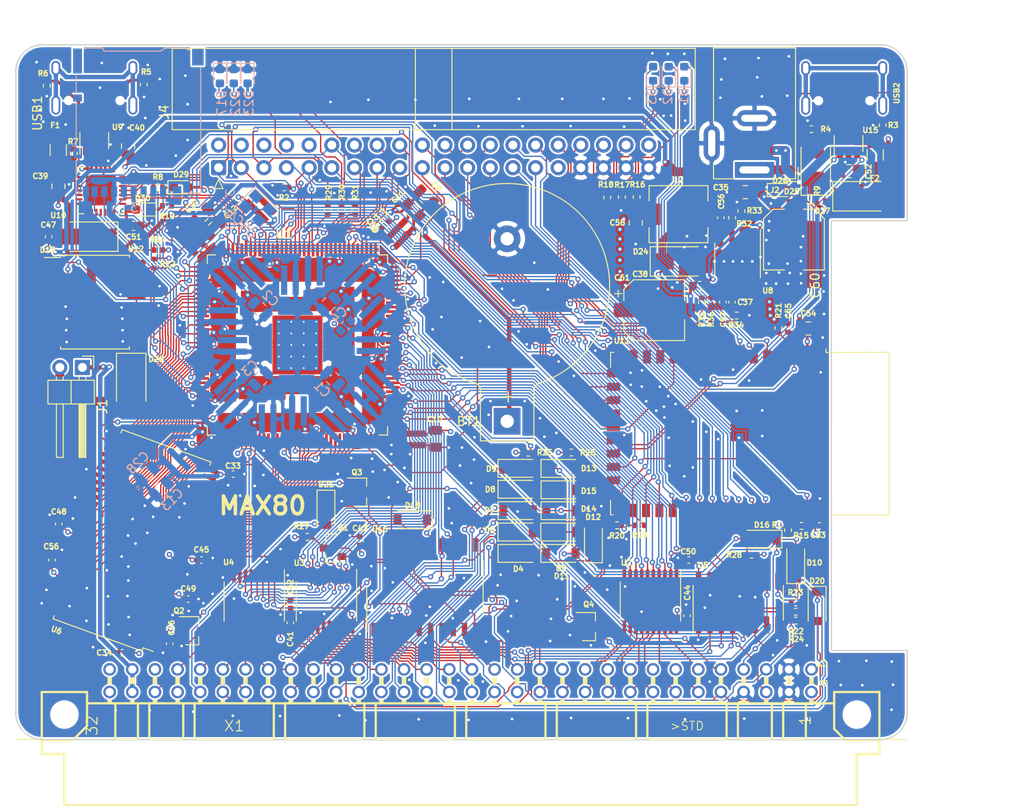
<source format=kicad_pcb>
(kicad_pcb (version 20171130) (host pcbnew 5.1.9-73d0e3b20d~88~ubuntu20.04.1)

  (general
    (thickness 1.6)
    (drawings 17)
    (tracks 4105)
    (zones 0)
    (modules 155)
    (nets 213)
  )

  (page A4)
  (title_block
    (title MAX80)
    (date 2021-01-31)
    (rev 0.01)
    (company "No name")
  )

  (layers
    (0 F.Cu signal)
    (1 In1.Cu signal)
    (2 In2.Cu signal)
    (31 B.Cu signal)
    (32 B.Adhes user)
    (33 F.Adhes user)
    (34 B.Paste user)
    (35 F.Paste user)
    (36 B.SilkS user)
    (37 F.SilkS user)
    (38 B.Mask user)
    (39 F.Mask user)
    (40 Dwgs.User user)
    (41 Cmts.User user)
    (42 Eco1.User user)
    (43 Eco2.User user)
    (44 Edge.Cuts user)
    (45 Margin user)
    (46 B.CrtYd user)
    (47 F.CrtYd user)
    (48 B.Fab user)
    (49 F.Fab user)
  )

  (setup
    (last_trace_width 0.5)
    (user_trace_width 0.3)
    (user_trace_width 0.5)
    (trace_clearance 0.15)
    (zone_clearance 0.2)
    (zone_45_only no)
    (trace_min 0.15)
    (via_size 0.6)
    (via_drill 0.3)
    (via_min_size 0.6)
    (via_min_drill 0.3)
    (uvia_size 0.3)
    (uvia_drill 0.1)
    (uvias_allowed no)
    (uvia_min_size 0.2)
    (uvia_min_drill 0.1)
    (edge_width 0.15)
    (segment_width 0.3)
    (pcb_text_width 0.3)
    (pcb_text_size 1.5 1.5)
    (mod_edge_width 0.15)
    (mod_text_size 1 1)
    (mod_text_width 0.15)
    (pad_size 2.6 1.6)
    (pad_drill 0)
    (pad_to_mask_clearance 0)
    (aux_axis_origin 0 0)
    (grid_origin 86.275 147.925)
    (visible_elements FFFFFF7F)
    (pcbplotparams
      (layerselection 0x010fc_ffffffff)
      (usegerberextensions false)
      (usegerberattributes true)
      (usegerberadvancedattributes true)
      (creategerberjobfile true)
      (excludeedgelayer true)
      (linewidth 0.100000)
      (plotframeref false)
      (viasonmask false)
      (mode 1)
      (useauxorigin false)
      (hpglpennumber 1)
      (hpglpenspeed 20)
      (hpglpendiameter 15.000000)
      (psnegative false)
      (psa4output false)
      (plotreference true)
      (plotvalue true)
      (plotinvisibletext false)
      (padsonsilk false)
      (subtractmaskfromsilk false)
      (outputformat 1)
      (mirror false)
      (drillshape 0)
      (scaleselection 1)
      (outputdirectory "abc80_gerber"))
  )

  (net 0 "")
  (net 1 VCC_ONE)
  (net 2 VCCA)
  (net 3 GND)
  (net 4 CLK0n)
  (net 5 +5V)
  (net 6 "Net-(R5-Pad2)")
  (net 7 "Net-(R6-Pad2)")
  (net 8 "Net-(R7-Pad1)")
  (net 9 "Net-(U10-Pad5)")
  (net 10 "Net-(U10-Pad4)")
  (net 11 "Net-(U9-Pad4)")
  (net 12 "Net-(U9-Pad6)")
  (net 13 "Net-(USB1-Pad13)")
  (net 14 "Net-(BT1-Pad1)")
  (net 15 /A4)
  (net 16 /A3)
  (net 17 /A2)
  (net 18 /A1)
  (net 19 /A0)
  (net 20 /IO0)
  (net 21 /IO3)
  (net 22 /IO4)
  (net 23 /IO5)
  (net 24 /IO6)
  (net 25 /IO7)
  (net 26 /A11)
  (net 27 /IO9)
  (net 28 /A8)
  (net 29 /A7)
  (net 30 /A6)
  (net 31 /A5)
  (net 32 /A9)
  (net 33 /A10)
  (net 34 /A12)
  (net 35 /IO8)
  (net 36 /IO10)
  (net 37 /IO11)
  (net 38 /IO12)
  (net 39 /IO13)
  (net 40 /IO14)
  (net 41 /IO15)
  (net 42 /abc80bus/D7)
  (net 43 /abc80bus/D6)
  (net 44 /abc80bus/D5)
  (net 45 /abc80bus/D4)
  (net 46 /abc80bus/D3)
  (net 47 /abc80bus/D2)
  (net 48 /abc80bus/D1)
  (net 49 /abc80bus/D0)
  (net 50 /abc80bus/A8)
  (net 51 /abc80bus/A9)
  (net 52 /abc80bus/A10)
  (net 53 /abc80bus/A11)
  (net 54 /abc80bus/A12)
  (net 55 /abc80bus/A13)
  (net 56 /abc80bus/A14)
  (net 57 /abc80bus/A15)
  (net 58 /abc80bus/A7)
  (net 59 /abc80bus/A6)
  (net 60 /abc80bus/A5)
  (net 61 /abc80bus/A4)
  (net 62 /abc80bus/A3)
  (net 63 /abc80bus/A2)
  (net 64 /abc80bus/A1)
  (net 65 /abc80bus/A0)
  (net 66 /IO1)
  (net 67 /IO2)
  (net 68 /32KHZ)
  (net 69 /RTC_INT)
  (net 70 /abc80bus/ABC5V)
  (net 71 /SD_DAT1)
  (net 72 /SD_DAT2)
  (net 73 /SD_DAT3)
  (net 74 /SD_CMD)
  (net 75 /SD_CLK)
  (net 76 /SD_DAT0)
  (net 77 FPGA_TDI)
  (net 78 FPGA_TMS)
  (net 79 FPGA_TDO)
  (net 80 FPGA_TCK)
  (net 81 ABC_CLK_5)
  (net 82 /FPGA_SCL)
  (net 83 /FPGA_SDA)
  (net 84 FPGA_SPI_MISO)
  (net 85 FPGA_SPI_MOSI)
  (net 86 FPGA_SPI_CLK)
  (net 87 FGPA_SPI_CS_ESP32)
  (net 88 INT_ESP32)
  (net 89 "Net-(C53-Pad1)")
  (net 90 "Net-(F2-Pad2)")
  (net 91 ESP32_TDO)
  (net 92 ESP32_TCK)
  (net 93 ESP32_TMS)
  (net 94 ESP32_IO0)
  (net 95 ESP32_RXD)
  (net 96 ESP32_TXD)
  (net 97 ESP32_EN)
  (net 98 "Net-(R3-Pad2)")
  (net 99 "Net-(R4-Pad2)")
  (net 100 /ESP32/USB_D-)
  (net 101 /ESP32/USB_D+)
  (net 102 ESP32_TDI)
  (net 103 "Net-(U15-Pad6)")
  (net 104 "Net-(U15-Pad4)")
  (net 105 "Net-(USB2-Pad13)")
  (net 106 "Net-(D1-Pad2)")
  (net 107 "Net-(D1-Pad1)")
  (net 108 "Net-(D2-Pad2)")
  (net 109 "Net-(D2-Pad1)")
  (net 110 "Net-(D3-Pad2)")
  (net 111 "Net-(D3-Pad1)")
  (net 112 ESP32_SCL)
  (net 113 ESP32_SDA)
  (net 114 ESP32_CS2)
  (net 115 ESP32_CS0)
  (net 116 ESP32_MISO)
  (net 117 ESP32_SCK)
  (net 118 ESP32_MOSI)
  (net 119 ESP32_CS1)
  (net 120 /FPGA_USB_TXD)
  (net 121 /FPGA_USB_RXD)
  (net 122 /abc80bus/~XMEMW80)
  (net 123 /abc80bus/~CS)
  (net 124 /abc80bus/~C4)
  (net 125 /abc80bus/~C3)
  (net 126 /abc80bus/~C2)
  (net 127 /abc80bus/~C1)
  (net 128 /abc80bus/~OUT)
  (net 129 /abc80bus/~XOUT)
  (net 130 /abc80bus/~RST)
  (net 131 ~IORD)
  (net 132 /abc80bus/~XMEMFL)
  (net 133 /abc80bus/~XIN)
  (net 134 /abc80bus/~INP)
  (net 135 /abc80bus/~STATUS)
  (net 136 ~MEMRW)
  (net 137 "Net-(D18-Pad1)")
  (net 138 /abc80bus/~XINPSTB)
  (net 139 /abc80bus/~XOUTSTB)
  (net 140 /abc80bus/~XMEMW800)
  (net 141 ADSEL0)
  (net 142 ADSEL1)
  (net 143 "Net-(U3-Pad19)")
  (net 144 "Net-(U4-Pad19)")
  (net 145 /abc80bus/~INT)
  (net 146 ~IORW)
  (net 147 ~MEMRD)
  (net 148 AD0)
  (net 149 AD1)
  (net 150 AD2)
  (net 151 AD3)
  (net 152 AD4)
  (net 153 AD5)
  (net 154 AD6)
  (net 155 AD7)
  (net 156 O1)
  (net 157 O2)
  (net 158 /abc80bus/~RESIN)
  (net 159 /abc80bus/~XM)
  (net 160 /abc80bus/Y0)
  (net 161 /abc80bus/~Y0)
  (net 162 "Net-(D20-Pad1)")
  (net 163 "Net-(D21-Pad1)")
  (net 164 /FPGA_LED1)
  (net 165 /FPGA_LED2)
  (net 166 /FPGA_LED3)
  (net 167 "Net-(D17-Pad2)")
  (net 168 "Net-(D22-Pad2)")
  (net 169 "Net-(D23-Pad2)")
  (net 170 FPGA_GPIO3)
  (net 171 FPGA_GPIO2)
  (net 172 FPGA_GPIO1)
  (net 173 FPGA_GPIO0)
  (net 174 FPGA_GPIO5)
  (net 175 FPGA_GPIO4)
  (net 176 "Net-(C36-Pad1)")
  (net 177 "Net-(C37-Pad2)")
  (net 178 "Net-(C37-Pad1)")
  (net 179 "Net-(C38-Pad2)")
  (net 180 "Net-(R32-Pad2)")
  (net 181 "Net-(R35-Pad2)")
  (net 182 "Net-(C38-Pad1)")
  (net 183 /abc80bus/READY)
  (net 184 /abc80bus/~NMI)
  (net 185 ~FPGA_READY)
  (net 186 FPGA_NMI)
  (net 187 "Net-(U1-Pad88)")
  (net 188 "Net-(D26-Pad2)")
  (net 189 FPGA_RESIN)
  (net 190 ABC_CLK_3)
  (net 191 /DQMH)
  (net 192 /CLK)
  (net 193 /CKE)
  (net 194 /BA1)
  (net 195 /BA0)
  (net 196 /DQML)
  (net 197 "Net-(D28-Pad2)")
  (net 198 "Net-(D25-Pad2)")
  (net 199 "Net-(F1-Pad2)")
  (net 200 /FPGA_USB_RTS)
  (net 201 /FPGA_USB_CTS)
  (net 202 /FPGA_USB_DTR)
  (net 203 FPGA_JTAGEN)
  (net 204 "Net-(C39-Pad1)")
  (net 205 "Net-(C52-Pad1)")
  (net 206 /WE#)
  (net 207 /CAS#)
  (net 208 /RAS#)
  (net 209 /CS#)
  (net 210 "Net-(D29-Pad1)")
  (net 211 "Net-(D30-Pad1)")
  (net 212 "Net-(R11-Pad1)")

  (net_class Default "This is the default net class."
    (clearance 0.15)
    (trace_width 0.15)
    (via_dia 0.6)
    (via_drill 0.3)
    (uvia_dia 0.3)
    (uvia_drill 0.1)
    (add_net +5V)
    (add_net /32KHZ)
    (add_net /A0)
    (add_net /A1)
    (add_net /A10)
    (add_net /A11)
    (add_net /A12)
    (add_net /A2)
    (add_net /A3)
    (add_net /A4)
    (add_net /A5)
    (add_net /A6)
    (add_net /A7)
    (add_net /A8)
    (add_net /A9)
    (add_net /BA0)
    (add_net /BA1)
    (add_net /CAS#)
    (add_net /CKE)
    (add_net /CLK)
    (add_net /CS#)
    (add_net /DQMH)
    (add_net /DQML)
    (add_net /ESP32/USB_D+)
    (add_net /ESP32/USB_D-)
    (add_net /FPGA_LED1)
    (add_net /FPGA_LED2)
    (add_net /FPGA_LED3)
    (add_net /FPGA_SCL)
    (add_net /FPGA_SDA)
    (add_net /FPGA_USB_CTS)
    (add_net /FPGA_USB_DTR)
    (add_net /FPGA_USB_RTS)
    (add_net /FPGA_USB_RXD)
    (add_net /FPGA_USB_TXD)
    (add_net /IO0)
    (add_net /IO1)
    (add_net /IO10)
    (add_net /IO11)
    (add_net /IO12)
    (add_net /IO13)
    (add_net /IO14)
    (add_net /IO15)
    (add_net /IO2)
    (add_net /IO3)
    (add_net /IO4)
    (add_net /IO5)
    (add_net /IO6)
    (add_net /IO7)
    (add_net /IO8)
    (add_net /IO9)
    (add_net /RAS#)
    (add_net /RTC_INT)
    (add_net /SD_CLK)
    (add_net /SD_CMD)
    (add_net /SD_DAT0)
    (add_net /SD_DAT1)
    (add_net /SD_DAT2)
    (add_net /SD_DAT3)
    (add_net /WE#)
    (add_net /abc80bus/A0)
    (add_net /abc80bus/A1)
    (add_net /abc80bus/A10)
    (add_net /abc80bus/A11)
    (add_net /abc80bus/A12)
    (add_net /abc80bus/A13)
    (add_net /abc80bus/A14)
    (add_net /abc80bus/A15)
    (add_net /abc80bus/A2)
    (add_net /abc80bus/A3)
    (add_net /abc80bus/A4)
    (add_net /abc80bus/A5)
    (add_net /abc80bus/A6)
    (add_net /abc80bus/A7)
    (add_net /abc80bus/A8)
    (add_net /abc80bus/A9)
    (add_net /abc80bus/ABC5V)
    (add_net /abc80bus/D0)
    (add_net /abc80bus/D1)
    (add_net /abc80bus/D2)
    (add_net /abc80bus/D3)
    (add_net /abc80bus/D4)
    (add_net /abc80bus/D5)
    (add_net /abc80bus/D6)
    (add_net /abc80bus/D7)
    (add_net /abc80bus/READY)
    (add_net /abc80bus/Y0)
    (add_net /abc80bus/~C1)
    (add_net /abc80bus/~C2)
    (add_net /abc80bus/~C3)
    (add_net /abc80bus/~C4)
    (add_net /abc80bus/~CS)
    (add_net /abc80bus/~INP)
    (add_net /abc80bus/~INT)
    (add_net /abc80bus/~NMI)
    (add_net /abc80bus/~OUT)
    (add_net /abc80bus/~RESIN)
    (add_net /abc80bus/~RST)
    (add_net /abc80bus/~STATUS)
    (add_net /abc80bus/~XIN)
    (add_net /abc80bus/~XINPSTB)
    (add_net /abc80bus/~XM)
    (add_net /abc80bus/~XMEMFL)
    (add_net /abc80bus/~XMEMW80)
    (add_net /abc80bus/~XMEMW800)
    (add_net /abc80bus/~XOUT)
    (add_net /abc80bus/~XOUTSTB)
    (add_net /abc80bus/~Y0)
    (add_net ABC_CLK_3)
    (add_net ABC_CLK_5)
    (add_net AD0)
    (add_net AD1)
    (add_net AD2)
    (add_net AD3)
    (add_net AD4)
    (add_net AD5)
    (add_net AD6)
    (add_net AD7)
    (add_net ADSEL0)
    (add_net ADSEL1)
    (add_net CLK0n)
    (add_net ESP32_CS0)
    (add_net ESP32_CS1)
    (add_net ESP32_CS2)
    (add_net ESP32_EN)
    (add_net ESP32_IO0)
    (add_net ESP32_MISO)
    (add_net ESP32_MOSI)
    (add_net ESP32_RXD)
    (add_net ESP32_SCK)
    (add_net ESP32_SCL)
    (add_net ESP32_SDA)
    (add_net ESP32_TCK)
    (add_net ESP32_TDI)
    (add_net ESP32_TDO)
    (add_net ESP32_TMS)
    (add_net ESP32_TXD)
    (add_net FGPA_SPI_CS_ESP32)
    (add_net FPGA_GPIO0)
    (add_net FPGA_GPIO1)
    (add_net FPGA_GPIO2)
    (add_net FPGA_GPIO3)
    (add_net FPGA_GPIO4)
    (add_net FPGA_GPIO5)
    (add_net FPGA_JTAGEN)
    (add_net FPGA_NMI)
    (add_net FPGA_RESIN)
    (add_net FPGA_SPI_CLK)
    (add_net FPGA_SPI_MISO)
    (add_net FPGA_SPI_MOSI)
    (add_net FPGA_TCK)
    (add_net FPGA_TDI)
    (add_net FPGA_TDO)
    (add_net FPGA_TMS)
    (add_net GND)
    (add_net INT_ESP32)
    (add_net "Net-(BT1-Pad1)")
    (add_net "Net-(C36-Pad1)")
    (add_net "Net-(C37-Pad1)")
    (add_net "Net-(C37-Pad2)")
    (add_net "Net-(C38-Pad1)")
    (add_net "Net-(C38-Pad2)")
    (add_net "Net-(C39-Pad1)")
    (add_net "Net-(C52-Pad1)")
    (add_net "Net-(C53-Pad1)")
    (add_net "Net-(D1-Pad1)")
    (add_net "Net-(D1-Pad2)")
    (add_net "Net-(D17-Pad2)")
    (add_net "Net-(D18-Pad1)")
    (add_net "Net-(D2-Pad1)")
    (add_net "Net-(D2-Pad2)")
    (add_net "Net-(D20-Pad1)")
    (add_net "Net-(D21-Pad1)")
    (add_net "Net-(D22-Pad2)")
    (add_net "Net-(D23-Pad2)")
    (add_net "Net-(D25-Pad2)")
    (add_net "Net-(D26-Pad2)")
    (add_net "Net-(D28-Pad2)")
    (add_net "Net-(D29-Pad1)")
    (add_net "Net-(D3-Pad1)")
    (add_net "Net-(D3-Pad2)")
    (add_net "Net-(D30-Pad1)")
    (add_net "Net-(F1-Pad2)")
    (add_net "Net-(F2-Pad2)")
    (add_net "Net-(R11-Pad1)")
    (add_net "Net-(R3-Pad2)")
    (add_net "Net-(R32-Pad2)")
    (add_net "Net-(R35-Pad2)")
    (add_net "Net-(R4-Pad2)")
    (add_net "Net-(R5-Pad2)")
    (add_net "Net-(R6-Pad2)")
    (add_net "Net-(R7-Pad1)")
    (add_net "Net-(U1-Pad88)")
    (add_net "Net-(U10-Pad4)")
    (add_net "Net-(U10-Pad5)")
    (add_net "Net-(U15-Pad4)")
    (add_net "Net-(U15-Pad6)")
    (add_net "Net-(U3-Pad19)")
    (add_net "Net-(U4-Pad19)")
    (add_net "Net-(U9-Pad4)")
    (add_net "Net-(U9-Pad6)")
    (add_net "Net-(USB1-Pad13)")
    (add_net "Net-(USB2-Pad13)")
    (add_net O1)
    (add_net O2)
    (add_net VCCA)
    (add_net VCC_ONE)
    (add_net ~FPGA_READY)
    (add_net ~IORD)
    (add_net ~IORW)
    (add_net ~MEMRD)
    (add_net ~MEMRW)
  )

  (module Resistor_SMD:R_0402_1005Metric (layer F.Cu) (tedit 5F68FEEE) (tstamp 6034B24B)
    (at 93.955 121.205 45)
    (descr "Resistor SMD 0402 (1005 Metric), square (rectangular) end terminal, IPC_7351 nominal, (Body size source: IPC-SM-782 page 72, https://www.pcb-3d.com/wordpress/wp-content/uploads/ipc-sm-782a_amendment_1_and_2.pdf), generated with kicad-footprint-generator")
    (tags resistor)
    (path /604B03F3)
    (attr smd)
    (fp_text reference R11 (at 0 -1.17 45) (layer F.SilkS)
      (effects (font (size 1 1) (thickness 0.15)))
    )
    (fp_text value 10k (at 0 1.17 45) (layer F.Fab)
      (effects (font (size 1 1) (thickness 0.15)))
    )
    (fp_text user %R (at 0 0 45) (layer F.Fab)
      (effects (font (size 0.26 0.26) (thickness 0.04)))
    )
    (fp_line (start -0.525 0.27) (end -0.525 -0.27) (layer F.Fab) (width 0.1))
    (fp_line (start -0.525 -0.27) (end 0.525 -0.27) (layer F.Fab) (width 0.1))
    (fp_line (start 0.525 -0.27) (end 0.525 0.27) (layer F.Fab) (width 0.1))
    (fp_line (start 0.525 0.27) (end -0.525 0.27) (layer F.Fab) (width 0.1))
    (fp_line (start -0.153641 -0.38) (end 0.153641 -0.38) (layer F.SilkS) (width 0.12))
    (fp_line (start -0.153641 0.38) (end 0.153641 0.38) (layer F.SilkS) (width 0.12))
    (fp_line (start -0.93 0.47) (end -0.93 -0.47) (layer F.CrtYd) (width 0.05))
    (fp_line (start -0.93 -0.47) (end 0.93 -0.47) (layer F.CrtYd) (width 0.05))
    (fp_line (start 0.93 -0.47) (end 0.93 0.47) (layer F.CrtYd) (width 0.05))
    (fp_line (start 0.93 0.47) (end -0.93 0.47) (layer F.CrtYd) (width 0.05))
    (pad 2 smd roundrect (at 0.51 0 45) (size 0.54 0.64) (layers F.Cu F.Paste F.Mask) (roundrect_rratio 0.25)
      (net 1 VCC_ONE))
    (pad 1 smd roundrect (at -0.51 0 45) (size 0.54 0.64) (layers F.Cu F.Paste F.Mask) (roundrect_rratio 0.25)
      (net 212 "Net-(R11-Pad1)"))
    (model ${KISYS3DMOD}/Resistor_SMD.3dshapes/R_0402_1005Metric.wrl
      (at (xyz 0 0 0))
      (scale (xyz 1 1 1))
      (rotate (xyz 0 0 0))
    )
  )

  (module Resistor_SMD:R_0402_1005Metric (layer F.Cu) (tedit 5F68FEEE) (tstamp 6033FBEF)
    (at 69.475 119.075 180)
    (descr "Resistor SMD 0402 (1005 Metric), square (rectangular) end terminal, IPC_7351 nominal, (Body size source: IPC-SM-782 page 72, https://www.pcb-3d.com/wordpress/wp-content/uploads/ipc-sm-782a_amendment_1_and_2.pdf), generated with kicad-footprint-generator")
    (tags resistor)
    (path /60427964)
    (attr smd)
    (fp_text reference R10 (at 0 -1.17) (layer F.SilkS)
      (effects (font (size 0.6 0.6) (thickness 0.15)))
    )
    (fp_text value 1k (at 0 1.17) (layer F.Fab)
      (effects (font (size 1 1) (thickness 0.15)))
    )
    (fp_line (start -0.525 0.27) (end -0.525 -0.27) (layer F.Fab) (width 0.1))
    (fp_line (start -0.525 -0.27) (end 0.525 -0.27) (layer F.Fab) (width 0.1))
    (fp_line (start 0.525 -0.27) (end 0.525 0.27) (layer F.Fab) (width 0.1))
    (fp_line (start 0.525 0.27) (end -0.525 0.27) (layer F.Fab) (width 0.1))
    (fp_line (start -0.153641 -0.38) (end 0.153641 -0.38) (layer F.SilkS) (width 0.12))
    (fp_line (start -0.153641 0.38) (end 0.153641 0.38) (layer F.SilkS) (width 0.12))
    (fp_line (start -0.93 0.47) (end -0.93 -0.47) (layer F.CrtYd) (width 0.05))
    (fp_line (start -0.93 -0.47) (end 0.93 -0.47) (layer F.CrtYd) (width 0.05))
    (fp_line (start 0.93 -0.47) (end 0.93 0.47) (layer F.CrtYd) (width 0.05))
    (fp_line (start 0.93 0.47) (end -0.93 0.47) (layer F.CrtYd) (width 0.05))
    (fp_text user %R (at 0 0) (layer F.Fab)
      (effects (font (size 0.26 0.26) (thickness 0.04)))
    )
    (pad 2 smd roundrect (at 0.51 0 180) (size 0.54 0.64) (layers F.Cu F.Paste F.Mask) (roundrect_rratio 0.25)
      (net 211 "Net-(D30-Pad1)"))
    (pad 1 smd roundrect (at -0.51 0 180) (size 0.54 0.64) (layers F.Cu F.Paste F.Mask) (roundrect_rratio 0.25)
      (net 201 /FPGA_USB_CTS))
    (model ${KISYS3DMOD}/Resistor_SMD.3dshapes/R_0402_1005Metric.wrl
      (at (xyz 0 0 0))
      (scale (xyz 1 1 1))
      (rotate (xyz 0 0 0))
    )
  )

  (module Resistor_SMD:R_0402_1005Metric (layer F.Cu) (tedit 5F68FEEE) (tstamp 6033FBBE)
    (at 68.44 117.025)
    (descr "Resistor SMD 0402 (1005 Metric), square (rectangular) end terminal, IPC_7351 nominal, (Body size source: IPC-SM-782 page 72, https://www.pcb-3d.com/wordpress/wp-content/uploads/ipc-sm-782a_amendment_1_and_2.pdf), generated with kicad-footprint-generator")
    (tags resistor)
    (path /6042C0DA)
    (attr smd)
    (fp_text reference R8 (at 0 -1.17) (layer F.SilkS)
      (effects (font (size 0.6 0.6) (thickness 0.15)))
    )
    (fp_text value 1k (at 0 1.17) (layer F.Fab)
      (effects (font (size 1 1) (thickness 0.15)))
    )
    (fp_line (start -0.525 0.27) (end -0.525 -0.27) (layer F.Fab) (width 0.1))
    (fp_line (start -0.525 -0.27) (end 0.525 -0.27) (layer F.Fab) (width 0.1))
    (fp_line (start 0.525 -0.27) (end 0.525 0.27) (layer F.Fab) (width 0.1))
    (fp_line (start 0.525 0.27) (end -0.525 0.27) (layer F.Fab) (width 0.1))
    (fp_line (start -0.153641 -0.38) (end 0.153641 -0.38) (layer F.SilkS) (width 0.12))
    (fp_line (start -0.153641 0.38) (end 0.153641 0.38) (layer F.SilkS) (width 0.12))
    (fp_line (start -0.93 0.47) (end -0.93 -0.47) (layer F.CrtYd) (width 0.05))
    (fp_line (start -0.93 -0.47) (end 0.93 -0.47) (layer F.CrtYd) (width 0.05))
    (fp_line (start 0.93 -0.47) (end 0.93 0.47) (layer F.CrtYd) (width 0.05))
    (fp_line (start 0.93 0.47) (end -0.93 0.47) (layer F.CrtYd) (width 0.05))
    (fp_text user %R (at 0 0) (layer F.Fab)
      (effects (font (size 0.26 0.26) (thickness 0.04)))
    )
    (pad 2 smd roundrect (at 0.51 0) (size 0.54 0.64) (layers F.Cu F.Paste F.Mask) (roundrect_rratio 0.25)
      (net 210 "Net-(D29-Pad1)"))
    (pad 1 smd roundrect (at -0.51 0) (size 0.54 0.64) (layers F.Cu F.Paste F.Mask) (roundrect_rratio 0.25)
      (net 200 /FPGA_USB_RTS))
    (model ${KISYS3DMOD}/Resistor_SMD.3dshapes/R_0402_1005Metric.wrl
      (at (xyz 0 0 0))
      (scale (xyz 1 1 1))
      (rotate (xyz 0 0 0))
    )
  )

  (module LED_SMD:LED_0603_1608Metric (layer F.Cu) (tedit 5F68FEF1) (tstamp 6033F6D1)
    (at 66.775 119.5 180)
    (descr "LED SMD 0603 (1608 Metric), square (rectangular) end terminal, IPC_7351 nominal, (Body size source: http://www.tortai-tech.com/upload/download/2011102023233369053.pdf), generated with kicad-footprint-generator")
    (tags LED)
    (path /604220EF)
    (attr smd)
    (fp_text reference D30 (at 0.04 1.285) (layer F.SilkS)
      (effects (font (size 0.6 0.6) (thickness 0.15)))
    )
    (fp_text value LED-Y (at 0 1.43) (layer F.Fab)
      (effects (font (size 1 1) (thickness 0.15)))
    )
    (fp_line (start 0.8 -0.4) (end -0.5 -0.4) (layer F.Fab) (width 0.1))
    (fp_line (start -0.5 -0.4) (end -0.8 -0.1) (layer F.Fab) (width 0.1))
    (fp_line (start -0.8 -0.1) (end -0.8 0.4) (layer F.Fab) (width 0.1))
    (fp_line (start -0.8 0.4) (end 0.8 0.4) (layer F.Fab) (width 0.1))
    (fp_line (start 0.8 0.4) (end 0.8 -0.4) (layer F.Fab) (width 0.1))
    (fp_line (start 0.8 -0.735) (end -1.485 -0.735) (layer F.SilkS) (width 0.12))
    (fp_line (start -1.485 -0.735) (end -1.485 0.735) (layer F.SilkS) (width 0.12))
    (fp_line (start -1.485 0.735) (end 0.8 0.735) (layer F.SilkS) (width 0.12))
    (fp_line (start -1.48 0.73) (end -1.48 -0.73) (layer F.CrtYd) (width 0.05))
    (fp_line (start -1.48 -0.73) (end 1.48 -0.73) (layer F.CrtYd) (width 0.05))
    (fp_line (start 1.48 -0.73) (end 1.48 0.73) (layer F.CrtYd) (width 0.05))
    (fp_line (start 1.48 0.73) (end -1.48 0.73) (layer F.CrtYd) (width 0.05))
    (fp_text user %R (at 0 0) (layer F.Fab)
      (effects (font (size 0.4 0.4) (thickness 0.06)))
    )
    (pad 2 smd roundrect (at 0.7875 0 180) (size 0.875 0.95) (layers F.Cu F.Paste F.Mask) (roundrect_rratio 0.25)
      (net 1 VCC_ONE))
    (pad 1 smd roundrect (at -0.7875 0 180) (size 0.875 0.95) (layers F.Cu F.Paste F.Mask) (roundrect_rratio 0.25)
      (net 211 "Net-(D30-Pad1)"))
    (model ${KISYS3DMOD}/LED_SMD.3dshapes/LED_0603_1608Metric.wrl
      (at (xyz 0 0 0))
      (scale (xyz 1 1 1))
      (rotate (xyz 0 0 0))
    )
  )

  (module LED_SMD:LED_0603_1608Metric (layer F.Cu) (tedit 5F68FEF1) (tstamp 6033F6BE)
    (at 71.05 117)
    (descr "LED SMD 0603 (1608 Metric), square (rectangular) end terminal, IPC_7351 nominal, (Body size source: http://www.tortai-tech.com/upload/download/2011102023233369053.pdf), generated with kicad-footprint-generator")
    (tags LED)
    (path /6041A94C)
    (attr smd)
    (fp_text reference D29 (at 0 -1.43) (layer F.SilkS)
      (effects (font (size 0.6 0.6) (thickness 0.15)))
    )
    (fp_text value LED-Y (at 0 1.43) (layer F.Fab)
      (effects (font (size 1 1) (thickness 0.15)))
    )
    (fp_line (start 0.8 -0.4) (end -0.5 -0.4) (layer F.Fab) (width 0.1))
    (fp_line (start -0.5 -0.4) (end -0.8 -0.1) (layer F.Fab) (width 0.1))
    (fp_line (start -0.8 -0.1) (end -0.8 0.4) (layer F.Fab) (width 0.1))
    (fp_line (start -0.8 0.4) (end 0.8 0.4) (layer F.Fab) (width 0.1))
    (fp_line (start 0.8 0.4) (end 0.8 -0.4) (layer F.Fab) (width 0.1))
    (fp_line (start 0.8 -0.735) (end -1.485 -0.735) (layer F.SilkS) (width 0.12))
    (fp_line (start -1.485 -0.735) (end -1.485 0.735) (layer F.SilkS) (width 0.12))
    (fp_line (start -1.485 0.735) (end 0.8 0.735) (layer F.SilkS) (width 0.12))
    (fp_line (start -1.48 0.73) (end -1.48 -0.73) (layer F.CrtYd) (width 0.05))
    (fp_line (start -1.48 -0.73) (end 1.48 -0.73) (layer F.CrtYd) (width 0.05))
    (fp_line (start 1.48 -0.73) (end 1.48 0.73) (layer F.CrtYd) (width 0.05))
    (fp_line (start 1.48 0.73) (end -1.48 0.73) (layer F.CrtYd) (width 0.05))
    (fp_text user %R (at 0 0) (layer F.Fab)
      (effects (font (size 0.4 0.4) (thickness 0.06)))
    )
    (pad 2 smd roundrect (at 0.7875 0) (size 0.875 0.95) (layers F.Cu F.Paste F.Mask) (roundrect_rratio 0.25)
      (net 1 VCC_ONE))
    (pad 1 smd roundrect (at -0.7875 0) (size 0.875 0.95) (layers F.Cu F.Paste F.Mask) (roundrect_rratio 0.25)
      (net 210 "Net-(D29-Pad1)"))
    (model ${KISYS3DMOD}/LED_SMD.3dshapes/LED_0603_1608Metric.wrl
      (at (xyz 0 0 0))
      (scale (xyz 1 1 1))
      (rotate (xyz 0 0 0))
    )
  )

  (module Resistor_SMD:R_0402_1005Metric (layer F.Cu) (tedit 5F68FEEE) (tstamp 60337B92)
    (at 139.125 155.5 90)
    (descr "Resistor SMD 0402 (1005 Metric), square (rectangular) end terminal, IPC_7351 nominal, (Body size source: IPC-SM-782 page 72, https://www.pcb-3d.com/wordpress/wp-content/uploads/ipc-sm-782a_amendment_1_and_2.pdf), generated with kicad-footprint-generator")
    (tags resistor)
    (path /602159BB/60379925)
    (attr smd)
    (fp_text reference R1 (at 0.6 -1.225 180) (layer F.SilkS)
      (effects (font (size 0.6 0.6) (thickness 0.15)))
    )
    (fp_text value 10k (at 0 1.17 90) (layer F.Fab)
      (effects (font (size 1 1) (thickness 0.15)))
    )
    (fp_line (start 0.93 0.47) (end -0.93 0.47) (layer F.CrtYd) (width 0.05))
    (fp_line (start 0.93 -0.47) (end 0.93 0.47) (layer F.CrtYd) (width 0.05))
    (fp_line (start -0.93 -0.47) (end 0.93 -0.47) (layer F.CrtYd) (width 0.05))
    (fp_line (start -0.93 0.47) (end -0.93 -0.47) (layer F.CrtYd) (width 0.05))
    (fp_line (start -0.153641 0.38) (end 0.153641 0.38) (layer F.SilkS) (width 0.12))
    (fp_line (start -0.153641 -0.38) (end 0.153641 -0.38) (layer F.SilkS) (width 0.12))
    (fp_line (start 0.525 0.27) (end -0.525 0.27) (layer F.Fab) (width 0.1))
    (fp_line (start 0.525 -0.27) (end 0.525 0.27) (layer F.Fab) (width 0.1))
    (fp_line (start -0.525 -0.27) (end 0.525 -0.27) (layer F.Fab) (width 0.1))
    (fp_line (start -0.525 0.27) (end -0.525 -0.27) (layer F.Fab) (width 0.1))
    (fp_text user %R (at 0 0 90) (layer F.Fab)
      (effects (font (size 0.26 0.26) (thickness 0.04)))
    )
    (pad 2 smd roundrect (at 0.51 0 90) (size 0.54 0.64) (layers F.Cu F.Paste F.Mask) (roundrect_rratio 0.25)
      (net 89 "Net-(C53-Pad1)"))
    (pad 1 smd roundrect (at -0.51 0 90) (size 0.54 0.64) (layers F.Cu F.Paste F.Mask) (roundrect_rratio 0.25)
      (net 1 VCC_ONE))
    (model ${KISYS3DMOD}/Resistor_SMD.3dshapes/R_0402_1005Metric.wrl
      (at (xyz 0 0 0))
      (scale (xyz 1 1 1))
      (rotate (xyz 0 0 0))
    )
  )

  (module Diode_SMD:D_SMA (layer F.Cu) (tedit 586432E5) (tstamp 6032CF27)
    (at 65.447 139.035 270)
    (descr "Diode SMA (DO-214AC)")
    (tags "Diode SMA (DO-214AC)")
    (path /6013B380/603612AB)
    (attr smd)
    (fp_text reference D28 (at -2.735 -2.803 180) (layer F.SilkS)
      (effects (font (size 0.6 0.6) (thickness 0.15)))
    )
    (fp_text value MBRA340T (at 0 2.6 90) (layer F.Fab)
      (effects (font (size 1 1) (thickness 0.15)))
    )
    (fp_line (start -3.4 -1.65) (end -3.4 1.65) (layer F.SilkS) (width 0.12))
    (fp_line (start 2.3 1.5) (end -2.3 1.5) (layer F.Fab) (width 0.1))
    (fp_line (start -2.3 1.5) (end -2.3 -1.5) (layer F.Fab) (width 0.1))
    (fp_line (start 2.3 -1.5) (end 2.3 1.5) (layer F.Fab) (width 0.1))
    (fp_line (start 2.3 -1.5) (end -2.3 -1.5) (layer F.Fab) (width 0.1))
    (fp_line (start -3.5 -1.75) (end 3.5 -1.75) (layer F.CrtYd) (width 0.05))
    (fp_line (start 3.5 -1.75) (end 3.5 1.75) (layer F.CrtYd) (width 0.05))
    (fp_line (start 3.5 1.75) (end -3.5 1.75) (layer F.CrtYd) (width 0.05))
    (fp_line (start -3.5 1.75) (end -3.5 -1.75) (layer F.CrtYd) (width 0.05))
    (fp_line (start -0.64944 0.00102) (end -1.55114 0.00102) (layer F.Fab) (width 0.1))
    (fp_line (start 0.50118 0.00102) (end 1.4994 0.00102) (layer F.Fab) (width 0.1))
    (fp_line (start -0.64944 -0.79908) (end -0.64944 0.80112) (layer F.Fab) (width 0.1))
    (fp_line (start 0.50118 0.75032) (end 0.50118 -0.79908) (layer F.Fab) (width 0.1))
    (fp_line (start -0.64944 0.00102) (end 0.50118 0.75032) (layer F.Fab) (width 0.1))
    (fp_line (start -0.64944 0.00102) (end 0.50118 -0.79908) (layer F.Fab) (width 0.1))
    (fp_line (start -3.4 1.65) (end 2 1.65) (layer F.SilkS) (width 0.12))
    (fp_line (start -3.4 -1.65) (end 2 -1.65) (layer F.SilkS) (width 0.12))
    (fp_text user %R (at 0 -2.5 90) (layer F.Fab)
      (effects (font (size 1 1) (thickness 0.15)))
    )
    (pad 2 smd rect (at 2 0 270) (size 2.5 1.8) (layers F.Cu F.Paste F.Mask)
      (net 197 "Net-(D28-Pad2)"))
    (pad 1 smd rect (at -2 0 270) (size 2.5 1.8) (layers F.Cu F.Paste F.Mask)
      (net 5 +5V))
    (model ${KISYS3DMOD}/Diode_SMD.3dshapes/D_SMA.wrl
      (at (xyz 0 0 0))
      (scale (xyz 1 1 1))
      (rotate (xyz 0 0 0))
    )
  )

  (module Capacitor_SMD:C_0402_1005Metric (layer F.Cu) (tedit 5F68FEEE) (tstamp 6039D96A)
    (at 56.557 158.847 90)
    (descr "Capacitor SMD 0402 (1005 Metric), square (rectangular) end terminal, IPC_7351 nominal, (Body size source: IPC-SM-782 page 76, https://www.pcb-3d.com/wordpress/wp-content/uploads/ipc-sm-782a_amendment_1_and_2.pdf), generated with kicad-footprint-generator")
    (tags capacitor)
    (path /6091A70C)
    (attr smd)
    (fp_text reference C56 (at 1.522 -0.082 180) (layer F.SilkS)
      (effects (font (size 0.6 0.6) (thickness 0.15)))
    )
    (fp_text value 100nF (at 0 1.16 90) (layer F.Fab)
      (effects (font (size 1 1) (thickness 0.15)))
    )
    (fp_line (start -0.5 0.25) (end -0.5 -0.25) (layer F.Fab) (width 0.1))
    (fp_line (start -0.5 -0.25) (end 0.5 -0.25) (layer F.Fab) (width 0.1))
    (fp_line (start 0.5 -0.25) (end 0.5 0.25) (layer F.Fab) (width 0.1))
    (fp_line (start 0.5 0.25) (end -0.5 0.25) (layer F.Fab) (width 0.1))
    (fp_line (start -0.107836 -0.36) (end 0.107836 -0.36) (layer F.SilkS) (width 0.12))
    (fp_line (start -0.107836 0.36) (end 0.107836 0.36) (layer F.SilkS) (width 0.12))
    (fp_line (start -0.91 0.46) (end -0.91 -0.46) (layer F.CrtYd) (width 0.05))
    (fp_line (start -0.91 -0.46) (end 0.91 -0.46) (layer F.CrtYd) (width 0.05))
    (fp_line (start 0.91 -0.46) (end 0.91 0.46) (layer F.CrtYd) (width 0.05))
    (fp_line (start 0.91 0.46) (end -0.91 0.46) (layer F.CrtYd) (width 0.05))
    (fp_text user %R (at 0 0 90) (layer F.Fab)
      (effects (font (size 0.25 0.25) (thickness 0.04)))
    )
    (pad 2 smd roundrect (at 0.48 0 90) (size 0.56 0.62) (layers F.Cu F.Paste F.Mask) (roundrect_rratio 0.25)
      (net 3 GND))
    (pad 1 smd roundrect (at -0.48 0 90) (size 0.56 0.62) (layers F.Cu F.Paste F.Mask) (roundrect_rratio 0.25)
      (net 1 VCC_ONE))
    (model ${KISYS3DMOD}/Capacitor_SMD.3dshapes/C_0402_1005Metric.wrl
      (at (xyz 0 0 0))
      (scale (xyz 1 1 1))
      (rotate (xyz 0 0 0))
    )
  )

  (module Capacitor_SMD:C_0402_1005Metric (layer F.Cu) (tedit 5F68FEEE) (tstamp 603AB1B9)
    (at 69.765 168.245 270)
    (descr "Capacitor SMD 0402 (1005 Metric), square (rectangular) end terminal, IPC_7351 nominal, (Body size source: IPC-SM-782 page 76, https://www.pcb-3d.com/wordpress/wp-content/uploads/ipc-sm-782a_amendment_1_and_2.pdf), generated with kicad-footprint-generator")
    (tags capacitor)
    (path /60932F0E)
    (attr smd)
    (fp_text reference C46 (at -1.795 -0.21 270) (layer F.SilkS)
      (effects (font (size 0.6 0.6) (thickness 0.15)))
    )
    (fp_text value 100nF (at 0 1.16 90) (layer F.Fab)
      (effects (font (size 1 1) (thickness 0.15)))
    )
    (fp_line (start -0.5 0.25) (end -0.5 -0.25) (layer F.Fab) (width 0.1))
    (fp_line (start -0.5 -0.25) (end 0.5 -0.25) (layer F.Fab) (width 0.1))
    (fp_line (start 0.5 -0.25) (end 0.5 0.25) (layer F.Fab) (width 0.1))
    (fp_line (start 0.5 0.25) (end -0.5 0.25) (layer F.Fab) (width 0.1))
    (fp_line (start -0.107836 -0.36) (end 0.107836 -0.36) (layer F.SilkS) (width 0.12))
    (fp_line (start -0.107836 0.36) (end 0.107836 0.36) (layer F.SilkS) (width 0.12))
    (fp_line (start -0.91 0.46) (end -0.91 -0.46) (layer F.CrtYd) (width 0.05))
    (fp_line (start -0.91 -0.46) (end 0.91 -0.46) (layer F.CrtYd) (width 0.05))
    (fp_line (start 0.91 -0.46) (end 0.91 0.46) (layer F.CrtYd) (width 0.05))
    (fp_line (start 0.91 0.46) (end -0.91 0.46) (layer F.CrtYd) (width 0.05))
    (fp_text user %R (at 0 0 90) (layer F.Fab)
      (effects (font (size 0.25 0.25) (thickness 0.04)))
    )
    (pad 2 smd roundrect (at 0.48 0 270) (size 0.56 0.62) (layers F.Cu F.Paste F.Mask) (roundrect_rratio 0.25)
      (net 3 GND))
    (pad 1 smd roundrect (at -0.48 0 270) (size 0.56 0.62) (layers F.Cu F.Paste F.Mask) (roundrect_rratio 0.25)
      (net 1 VCC_ONE))
    (model ${KISYS3DMOD}/Capacitor_SMD.3dshapes/C_0402_1005Metric.wrl
      (at (xyz 0 0 0))
      (scale (xyz 1 1 1))
      (rotate (xyz 0 0 0))
    )
  )

  (module Capacitor_SMD:C_0402_1005Metric (layer F.Cu) (tedit 5F68FEEE) (tstamp 603AB1A8)
    (at 73.321 158.847)
    (descr "Capacitor SMD 0402 (1005 Metric), square (rectangular) end terminal, IPC_7351 nominal, (Body size source: IPC-SM-782 page 76, https://www.pcb-3d.com/wordpress/wp-content/uploads/ipc-sm-782a_amendment_1_and_2.pdf), generated with kicad-footprint-generator")
    (tags capacitor)
    (path /6094CE83)
    (attr smd)
    (fp_text reference C45 (at 0 -1.16) (layer F.SilkS)
      (effects (font (size 0.6 0.6) (thickness 0.15)))
    )
    (fp_text value 100nF (at 0 1.16) (layer F.Fab)
      (effects (font (size 1 1) (thickness 0.15)))
    )
    (fp_line (start -0.5 0.25) (end -0.5 -0.25) (layer F.Fab) (width 0.1))
    (fp_line (start -0.5 -0.25) (end 0.5 -0.25) (layer F.Fab) (width 0.1))
    (fp_line (start 0.5 -0.25) (end 0.5 0.25) (layer F.Fab) (width 0.1))
    (fp_line (start 0.5 0.25) (end -0.5 0.25) (layer F.Fab) (width 0.1))
    (fp_line (start -0.107836 -0.36) (end 0.107836 -0.36) (layer F.SilkS) (width 0.12))
    (fp_line (start -0.107836 0.36) (end 0.107836 0.36) (layer F.SilkS) (width 0.12))
    (fp_line (start -0.91 0.46) (end -0.91 -0.46) (layer F.CrtYd) (width 0.05))
    (fp_line (start -0.91 -0.46) (end 0.91 -0.46) (layer F.CrtYd) (width 0.05))
    (fp_line (start 0.91 -0.46) (end 0.91 0.46) (layer F.CrtYd) (width 0.05))
    (fp_line (start 0.91 0.46) (end -0.91 0.46) (layer F.CrtYd) (width 0.05))
    (fp_text user %R (at 0 0) (layer F.Fab)
      (effects (font (size 0.25 0.25) (thickness 0.04)))
    )
    (pad 2 smd roundrect (at 0.48 0) (size 0.56 0.62) (layers F.Cu F.Paste F.Mask) (roundrect_rratio 0.25)
      (net 3 GND))
    (pad 1 smd roundrect (at -0.48 0) (size 0.56 0.62) (layers F.Cu F.Paste F.Mask) (roundrect_rratio 0.25)
      (net 1 VCC_ONE))
    (model ${KISYS3DMOD}/Capacitor_SMD.3dshapes/C_0402_1005Metric.wrl
      (at (xyz 0 0 0))
      (scale (xyz 1 1 1))
      (rotate (xyz 0 0 0))
    )
  )

  (module Capacitor_SMD:C_0402_1005Metric (layer F.Cu) (tedit 5F68FEEE) (tstamp 603AC9A5)
    (at 64.431 169.261 180)
    (descr "Capacitor SMD 0402 (1005 Metric), square (rectangular) end terminal, IPC_7351 nominal, (Body size source: IPC-SM-782 page 76, https://www.pcb-3d.com/wordpress/wp-content/uploads/ipc-sm-782a_amendment_1_and_2.pdf), generated with kicad-footprint-generator")
    (tags capacitor)
    (path /6097D4FE)
    (attr smd)
    (fp_text reference C34 (at 2.006 0) (layer F.SilkS)
      (effects (font (size 0.6 0.6) (thickness 0.15)))
    )
    (fp_text value 100nF (at 0 1.16) (layer F.Fab)
      (effects (font (size 1 1) (thickness 0.15)))
    )
    (fp_line (start -0.5 0.25) (end -0.5 -0.25) (layer F.Fab) (width 0.1))
    (fp_line (start -0.5 -0.25) (end 0.5 -0.25) (layer F.Fab) (width 0.1))
    (fp_line (start 0.5 -0.25) (end 0.5 0.25) (layer F.Fab) (width 0.1))
    (fp_line (start 0.5 0.25) (end -0.5 0.25) (layer F.Fab) (width 0.1))
    (fp_line (start -0.107836 -0.36) (end 0.107836 -0.36) (layer F.SilkS) (width 0.12))
    (fp_line (start -0.107836 0.36) (end 0.107836 0.36) (layer F.SilkS) (width 0.12))
    (fp_line (start -0.91 0.46) (end -0.91 -0.46) (layer F.CrtYd) (width 0.05))
    (fp_line (start -0.91 -0.46) (end 0.91 -0.46) (layer F.CrtYd) (width 0.05))
    (fp_line (start 0.91 -0.46) (end 0.91 0.46) (layer F.CrtYd) (width 0.05))
    (fp_line (start 0.91 0.46) (end -0.91 0.46) (layer F.CrtYd) (width 0.05))
    (fp_text user %R (at 0 0) (layer F.Fab)
      (effects (font (size 0.25 0.25) (thickness 0.04)))
    )
    (pad 2 smd roundrect (at 0.48 0 180) (size 0.56 0.62) (layers F.Cu F.Paste F.Mask) (roundrect_rratio 0.25)
      (net 3 GND))
    (pad 1 smd roundrect (at -0.48 0 180) (size 0.56 0.62) (layers F.Cu F.Paste F.Mask) (roundrect_rratio 0.25)
      (net 1 VCC_ONE))
    (model ${KISYS3DMOD}/Capacitor_SMD.3dshapes/C_0402_1005Metric.wrl
      (at (xyz 0 0 0))
      (scale (xyz 1 1 1))
      (rotate (xyz 0 0 0))
    )
  )

  (module Capacitor_SMD:C_0402_1005Metric (layer F.Cu) (tedit 5F68FEEE) (tstamp 603AB046)
    (at 76.877 149.195)
    (descr "Capacitor SMD 0402 (1005 Metric), square (rectangular) end terminal, IPC_7351 nominal, (Body size source: IPC-SM-782 page 76, https://www.pcb-3d.com/wordpress/wp-content/uploads/ipc-sm-782a_amendment_1_and_2.pdf), generated with kicad-footprint-generator")
    (tags capacitor)
    (path /60997E09)
    (attr smd)
    (fp_text reference C33 (at -0.002 -0.92) (layer F.SilkS)
      (effects (font (size 0.6 0.6) (thickness 0.15)))
    )
    (fp_text value 100nF (at 0 1.16) (layer F.Fab)
      (effects (font (size 1 1) (thickness 0.15)))
    )
    (fp_line (start -0.5 0.25) (end -0.5 -0.25) (layer F.Fab) (width 0.1))
    (fp_line (start -0.5 -0.25) (end 0.5 -0.25) (layer F.Fab) (width 0.1))
    (fp_line (start 0.5 -0.25) (end 0.5 0.25) (layer F.Fab) (width 0.1))
    (fp_line (start 0.5 0.25) (end -0.5 0.25) (layer F.Fab) (width 0.1))
    (fp_line (start -0.107836 -0.36) (end 0.107836 -0.36) (layer F.SilkS) (width 0.12))
    (fp_line (start -0.107836 0.36) (end 0.107836 0.36) (layer F.SilkS) (width 0.12))
    (fp_line (start -0.91 0.46) (end -0.91 -0.46) (layer F.CrtYd) (width 0.05))
    (fp_line (start -0.91 -0.46) (end 0.91 -0.46) (layer F.CrtYd) (width 0.05))
    (fp_line (start 0.91 -0.46) (end 0.91 0.46) (layer F.CrtYd) (width 0.05))
    (fp_line (start 0.91 0.46) (end -0.91 0.46) (layer F.CrtYd) (width 0.05))
    (fp_text user %R (at 0 0) (layer F.Fab)
      (effects (font (size 0.25 0.25) (thickness 0.04)))
    )
    (pad 2 smd roundrect (at 0.48 0) (size 0.56 0.62) (layers F.Cu F.Paste F.Mask) (roundrect_rratio 0.25)
      (net 3 GND))
    (pad 1 smd roundrect (at -0.48 0) (size 0.56 0.62) (layers F.Cu F.Paste F.Mask) (roundrect_rratio 0.25)
      (net 1 VCC_ONE))
    (model ${KISYS3DMOD}/Capacitor_SMD.3dshapes/C_0402_1005Metric.wrl
      (at (xyz 0 0 0))
      (scale (xyz 1 1 1))
      (rotate (xyz 0 0 0))
    )
  )

  (module Package_SO:TSOP-II-54_22.2x10.16mm_P0.8mm (layer F.Cu) (tedit 5B589EC7) (tstamp 60346482)
    (at 65.535 156.645 160)
    (descr "54-lead TSOP typ II package")
    (tags "TSOPII TSOP2")
    (path /604F9283)
    (attr smd)
    (fp_text reference U6 (at 4.513002 -12.365253 160) (layer F.SilkS)
      (effects (font (size 0.6 0.6) (thickness 0.15)))
    )
    (fp_text value MT48LC16M16A2P-6A (at 0 12.5 160) (layer F.Fab)
      (effects (font (size 0.85 0.85) (thickness 0.15)))
    )
    (fp_line (start -6.76 -11.36) (end -6.76 11.36) (layer F.CrtYd) (width 0.05))
    (fp_line (start 6.76 11.36) (end -6.76 11.36) (layer F.CrtYd) (width 0.05))
    (fp_line (start 6.76 -11.36) (end 6.76 11.36) (layer F.CrtYd) (width 0.05))
    (fp_line (start -6.76 -11.36) (end 6.76 -11.36) (layer F.CrtYd) (width 0.05))
    (fp_line (start -5.3 10.9) (end -5.3 11.3) (layer F.SilkS) (width 0.12))
    (fp_line (start 5.3 10.9) (end 5.3 11.3) (layer F.SilkS) (width 0.12))
    (fp_line (start 5.3 -11.3) (end 5.3 -10.9) (layer F.SilkS) (width 0.12))
    (fp_line (start -5.3 11.3) (end 5.3 11.3) (layer F.SilkS) (width 0.12))
    (fp_line (start -5.3 -11.3) (end 5.3 -11.3) (layer F.SilkS) (width 0.12))
    (fp_line (start -5.3 -10.9) (end -5.3 -11.3) (layer F.SilkS) (width 0.12))
    (fp_line (start -6.5 -10.9) (end -5.3 -10.9) (layer F.SilkS) (width 0.12))
    (fp_line (start -4.08 -11.11) (end -5.08 -10.11) (layer F.Fab) (width 0.1))
    (fp_line (start -5.08 11.11) (end -5.08 -10.11) (layer F.Fab) (width 0.1))
    (fp_line (start 5.08 11.11) (end -5.08 11.11) (layer F.Fab) (width 0.1))
    (fp_line (start 5.08 -11.11) (end 5.08 11.11) (layer F.Fab) (width 0.1))
    (fp_line (start -4.08 -11.11) (end 5.08 -11.11) (layer F.Fab) (width 0.1))
    (fp_text user %R (at 0 0 160) (layer F.Fab)
      (effects (font (size 1 1) (thickness 0.15)))
    )
    (pad 54 smd rect (at 5.75 -10.4 160) (size 1.51 0.458) (layers F.Cu F.Paste F.Mask)
      (net 3 GND))
    (pad 53 smd rect (at 5.75 -9.6 160) (size 1.51 0.458) (layers F.Cu F.Paste F.Mask)
      (net 41 /IO15))
    (pad 52 smd rect (at 5.75 -8.8 160) (size 1.51 0.458) (layers F.Cu F.Paste F.Mask)
      (net 3 GND))
    (pad 51 smd rect (at 5.75 -8 160) (size 1.51 0.458) (layers F.Cu F.Paste F.Mask)
      (net 40 /IO14))
    (pad 50 smd rect (at 5.75 -7.2 160) (size 1.51 0.458) (layers F.Cu F.Paste F.Mask)
      (net 39 /IO13))
    (pad 49 smd rect (at 5.75 -6.4 160) (size 1.51 0.458) (layers F.Cu F.Paste F.Mask)
      (net 1 VCC_ONE))
    (pad 48 smd rect (at 5.75 -5.6 160) (size 1.51 0.458) (layers F.Cu F.Paste F.Mask)
      (net 38 /IO12))
    (pad 47 smd rect (at 5.75 -4.8 160) (size 1.51 0.458) (layers F.Cu F.Paste F.Mask)
      (net 37 /IO11))
    (pad 46 smd rect (at 5.75 -4 160) (size 1.51 0.458) (layers F.Cu F.Paste F.Mask)
      (net 3 GND))
    (pad 45 smd rect (at 5.75 -3.2 160) (size 1.51 0.458) (layers F.Cu F.Paste F.Mask)
      (net 36 /IO10))
    (pad 44 smd rect (at 5.75 -2.4 160) (size 1.51 0.458) (layers F.Cu F.Paste F.Mask)
      (net 27 /IO9))
    (pad 43 smd rect (at 5.75 -1.6 160) (size 1.51 0.458) (layers F.Cu F.Paste F.Mask)
      (net 1 VCC_ONE))
    (pad 42 smd rect (at 5.75 -0.8 160) (size 1.51 0.458) (layers F.Cu F.Paste F.Mask)
      (net 35 /IO8))
    (pad 41 smd rect (at 5.75 0 160) (size 1.51 0.458) (layers F.Cu F.Paste F.Mask)
      (net 3 GND))
    (pad 40 smd rect (at 5.75 0.8 160) (size 1.51 0.458) (layers F.Cu F.Paste F.Mask))
    (pad 39 smd rect (at 5.75 1.6 160) (size 1.51 0.458) (layers F.Cu F.Paste F.Mask)
      (net 191 /DQMH))
    (pad 38 smd rect (at 5.75 2.4 160) (size 1.51 0.458) (layers F.Cu F.Paste F.Mask)
      (net 192 /CLK))
    (pad 37 smd rect (at 5.75 3.2 160) (size 1.51 0.458) (layers F.Cu F.Paste F.Mask)
      (net 193 /CKE))
    (pad 36 smd rect (at 5.75 4 160) (size 1.51 0.458) (layers F.Cu F.Paste F.Mask)
      (net 34 /A12))
    (pad 35 smd rect (at 5.75 4.8 160) (size 1.51 0.458) (layers F.Cu F.Paste F.Mask)
      (net 26 /A11))
    (pad 34 smd rect (at 5.75 5.6 160) (size 1.51 0.458) (layers F.Cu F.Paste F.Mask)
      (net 32 /A9))
    (pad 33 smd rect (at 5.75 6.4 160) (size 1.51 0.458) (layers F.Cu F.Paste F.Mask)
      (net 28 /A8))
    (pad 32 smd rect (at 5.75 7.2 160) (size 1.51 0.458) (layers F.Cu F.Paste F.Mask)
      (net 29 /A7))
    (pad 31 smd rect (at 5.75 8 160) (size 1.51 0.458) (layers F.Cu F.Paste F.Mask)
      (net 30 /A6))
    (pad 30 smd rect (at 5.75 8.8 160) (size 1.51 0.458) (layers F.Cu F.Paste F.Mask)
      (net 31 /A5))
    (pad 29 smd rect (at 5.75 9.6 160) (size 1.51 0.458) (layers F.Cu F.Paste F.Mask)
      (net 15 /A4))
    (pad 28 smd rect (at 5.75 10.4 160) (size 1.51 0.458) (layers F.Cu F.Paste F.Mask)
      (net 3 GND))
    (pad 27 smd rect (at -5.75 10.4 160) (size 1.51 0.458) (layers F.Cu F.Paste F.Mask)
      (net 1 VCC_ONE))
    (pad 26 smd rect (at -5.75 9.6 160) (size 1.51 0.458) (layers F.Cu F.Paste F.Mask)
      (net 16 /A3))
    (pad 25 smd rect (at -5.75 8.8 160) (size 1.51 0.458) (layers F.Cu F.Paste F.Mask)
      (net 17 /A2))
    (pad 24 smd rect (at -5.75 8 160) (size 1.51 0.458) (layers F.Cu F.Paste F.Mask)
      (net 18 /A1))
    (pad 23 smd rect (at -5.75 7.2 160) (size 1.51 0.458) (layers F.Cu F.Paste F.Mask)
      (net 19 /A0))
    (pad 22 smd rect (at -5.75 6.4 160) (size 1.51 0.458) (layers F.Cu F.Paste F.Mask)
      (net 33 /A10))
    (pad 21 smd rect (at -5.75 5.6 160) (size 1.51 0.458) (layers F.Cu F.Paste F.Mask)
      (net 194 /BA1))
    (pad 20 smd rect (at -5.75 4.8 160) (size 1.51 0.458) (layers F.Cu F.Paste F.Mask)
      (net 195 /BA0))
    (pad 19 smd rect (at -5.75 4 160) (size 1.51 0.458) (layers F.Cu F.Paste F.Mask)
      (net 209 /CS#))
    (pad 18 smd rect (at -5.75 3.2 160) (size 1.51 0.458) (layers F.Cu F.Paste F.Mask)
      (net 208 /RAS#))
    (pad 17 smd rect (at -5.75 2.4 160) (size 1.51 0.458) (layers F.Cu F.Paste F.Mask)
      (net 207 /CAS#))
    (pad 16 smd rect (at -5.75 1.6 160) (size 1.51 0.458) (layers F.Cu F.Paste F.Mask)
      (net 206 /WE#))
    (pad 15 smd rect (at -5.75 0.8 160) (size 1.51 0.458) (layers F.Cu F.Paste F.Mask)
      (net 196 /DQML))
    (pad 14 smd rect (at -5.75 0 160) (size 1.51 0.458) (layers F.Cu F.Paste F.Mask)
      (net 1 VCC_ONE))
    (pad 13 smd rect (at -5.75 -0.8 160) (size 1.51 0.458) (layers F.Cu F.Paste F.Mask)
      (net 25 /IO7))
    (pad 12 smd rect (at -5.75 -1.6 160) (size 1.51 0.458) (layers F.Cu F.Paste F.Mask)
      (net 3 GND))
    (pad 11 smd rect (at -5.75 -2.4 160) (size 1.51 0.458) (layers F.Cu F.Paste F.Mask)
      (net 24 /IO6))
    (pad 10 smd rect (at -5.75 -3.2 160) (size 1.51 0.458) (layers F.Cu F.Paste F.Mask)
      (net 23 /IO5))
    (pad 9 smd rect (at -5.75 -4 160) (size 1.51 0.458) (layers F.Cu F.Paste F.Mask)
      (net 1 VCC_ONE))
    (pad 8 smd rect (at -5.75 -4.8 160) (size 1.51 0.458) (layers F.Cu F.Paste F.Mask)
      (net 22 /IO4))
    (pad 7 smd rect (at -5.75 -5.6 160) (size 1.51 0.458) (layers F.Cu F.Paste F.Mask)
      (net 21 /IO3))
    (pad 6 smd rect (at -5.75 -6.4 160) (size 1.51 0.458) (layers F.Cu F.Paste F.Mask)
      (net 3 GND))
    (pad 5 smd rect (at -5.75 -7.2 160) (size 1.51 0.458) (layers F.Cu F.Paste F.Mask)
      (net 67 /IO2))
    (pad 4 smd rect (at -5.75 -8 160) (size 1.51 0.458) (layers F.Cu F.Paste F.Mask)
      (net 66 /IO1))
    (pad 3 smd rect (at -5.75 -8.8 160) (size 1.51 0.458) (layers F.Cu F.Paste F.Mask)
      (net 1 VCC_ONE))
    (pad 2 smd rect (at -5.75 -9.6 160) (size 1.51 0.458) (layers F.Cu F.Paste F.Mask)
      (net 20 /IO0))
    (pad 1 smd rect (at -5.75 -10.4 160) (size 1.51 0.458) (layers F.Cu F.Paste F.Mask)
      (net 1 VCC_ONE))
    (model ${KISYS3DMOD}/Package_SO.3dshapes/TSOP-II-54_22.2x10.16mm_P0.8mm.wrl
      (at (xyz 0 0 0))
      (scale (xyz 1 1 1))
      (rotate (xyz 0 0 0))
    )
  )

  (module Connector_PinHeader_2.54mm:PinHeader_1x02_P2.54mm_Horizontal (layer F.Cu) (tedit 59FED5CB) (tstamp 6032D4AA)
    (at 59.975 137.225 270)
    (descr "Through hole angled pin header, 1x02, 2.54mm pitch, 6mm pin length, single row")
    (tags "Through hole angled pin header THT 1x02 2.54mm single row")
    (path /6013B380/603FB6A3)
    (fp_text reference J1 (at 4.385 -2.27 90) (layer F.SilkS)
      (effects (font (size 1 1) (thickness 0.15)))
    )
    (fp_text value Conn_01x02_Male (at 4.385 4.81 90) (layer F.Fab)
      (effects (font (size 1 1) (thickness 0.15)))
    )
    (fp_line (start 2.135 -1.27) (end 4.04 -1.27) (layer F.Fab) (width 0.1))
    (fp_line (start 4.04 -1.27) (end 4.04 3.81) (layer F.Fab) (width 0.1))
    (fp_line (start 4.04 3.81) (end 1.5 3.81) (layer F.Fab) (width 0.1))
    (fp_line (start 1.5 3.81) (end 1.5 -0.635) (layer F.Fab) (width 0.1))
    (fp_line (start 1.5 -0.635) (end 2.135 -1.27) (layer F.Fab) (width 0.1))
    (fp_line (start -0.32 -0.32) (end 1.5 -0.32) (layer F.Fab) (width 0.1))
    (fp_line (start -0.32 -0.32) (end -0.32 0.32) (layer F.Fab) (width 0.1))
    (fp_line (start -0.32 0.32) (end 1.5 0.32) (layer F.Fab) (width 0.1))
    (fp_line (start 4.04 -0.32) (end 10.04 -0.32) (layer F.Fab) (width 0.1))
    (fp_line (start 10.04 -0.32) (end 10.04 0.32) (layer F.Fab) (width 0.1))
    (fp_line (start 4.04 0.32) (end 10.04 0.32) (layer F.Fab) (width 0.1))
    (fp_line (start -0.32 2.22) (end 1.5 2.22) (layer F.Fab) (width 0.1))
    (fp_line (start -0.32 2.22) (end -0.32 2.86) (layer F.Fab) (width 0.1))
    (fp_line (start -0.32 2.86) (end 1.5 2.86) (layer F.Fab) (width 0.1))
    (fp_line (start 4.04 2.22) (end 10.04 2.22) (layer F.Fab) (width 0.1))
    (fp_line (start 10.04 2.22) (end 10.04 2.86) (layer F.Fab) (width 0.1))
    (fp_line (start 4.04 2.86) (end 10.04 2.86) (layer F.Fab) (width 0.1))
    (fp_line (start 1.44 -1.33) (end 1.44 3.87) (layer F.SilkS) (width 0.12))
    (fp_line (start 1.44 3.87) (end 4.1 3.87) (layer F.SilkS) (width 0.12))
    (fp_line (start 4.1 3.87) (end 4.1 -1.33) (layer F.SilkS) (width 0.12))
    (fp_line (start 4.1 -1.33) (end 1.44 -1.33) (layer F.SilkS) (width 0.12))
    (fp_line (start 4.1 -0.38) (end 10.1 -0.38) (layer F.SilkS) (width 0.12))
    (fp_line (start 10.1 -0.38) (end 10.1 0.38) (layer F.SilkS) (width 0.12))
    (fp_line (start 10.1 0.38) (end 4.1 0.38) (layer F.SilkS) (width 0.12))
    (fp_line (start 4.1 -0.32) (end 10.1 -0.32) (layer F.SilkS) (width 0.12))
    (fp_line (start 4.1 -0.2) (end 10.1 -0.2) (layer F.SilkS) (width 0.12))
    (fp_line (start 4.1 -0.08) (end 10.1 -0.08) (layer F.SilkS) (width 0.12))
    (fp_line (start 4.1 0.04) (end 10.1 0.04) (layer F.SilkS) (width 0.12))
    (fp_line (start 4.1 0.16) (end 10.1 0.16) (layer F.SilkS) (width 0.12))
    (fp_line (start 4.1 0.28) (end 10.1 0.28) (layer F.SilkS) (width 0.12))
    (fp_line (start 1.11 -0.38) (end 1.44 -0.38) (layer F.SilkS) (width 0.12))
    (fp_line (start 1.11 0.38) (end 1.44 0.38) (layer F.SilkS) (width 0.12))
    (fp_line (start 1.44 1.27) (end 4.1 1.27) (layer F.SilkS) (width 0.12))
    (fp_line (start 4.1 2.16) (end 10.1 2.16) (layer F.SilkS) (width 0.12))
    (fp_line (start 10.1 2.16) (end 10.1 2.92) (layer F.SilkS) (width 0.12))
    (fp_line (start 10.1 2.92) (end 4.1 2.92) (layer F.SilkS) (width 0.12))
    (fp_line (start 1.042929 2.16) (end 1.44 2.16) (layer F.SilkS) (width 0.12))
    (fp_line (start 1.042929 2.92) (end 1.44 2.92) (layer F.SilkS) (width 0.12))
    (fp_line (start -1.27 0) (end -1.27 -1.27) (layer F.SilkS) (width 0.12))
    (fp_line (start -1.27 -1.27) (end 0 -1.27) (layer F.SilkS) (width 0.12))
    (fp_line (start -1.8 -1.8) (end -1.8 4.35) (layer F.CrtYd) (width 0.05))
    (fp_line (start -1.8 4.35) (end 10.55 4.35) (layer F.CrtYd) (width 0.05))
    (fp_line (start 10.55 4.35) (end 10.55 -1.8) (layer F.CrtYd) (width 0.05))
    (fp_line (start 10.55 -1.8) (end -1.8 -1.8) (layer F.CrtYd) (width 0.05))
    (fp_text user %R (at 2.77 1.27) (layer F.Fab)
      (effects (font (size 1 1) (thickness 0.15)))
    )
    (pad 2 thru_hole oval (at 0 2.54 270) (size 1.7 1.7) (drill 1) (layers *.Cu *.Mask)
      (net 197 "Net-(D28-Pad2)"))
    (pad 1 thru_hole rect (at 0 0 270) (size 1.7 1.7) (drill 1) (layers *.Cu *.Mask)
      (net 70 /abc80bus/ABC5V))
    (model ${KISYS3DMOD}/Connector_PinHeader_2.54mm.3dshapes/PinHeader_1x02_P2.54mm_Horizontal.wrl
      (at (xyz 0 0 0))
      (scale (xyz 1 1 1))
      (rotate (xyz 0 0 0))
    )
  )

  (module Diode_SMD:D_SMA (layer F.Cu) (tedit 586432E5) (tstamp 60323018)
    (at 147.555 118.015)
    (descr "Diode SMA (DO-214AC)")
    (tags "Diode SMA (DO-214AC)")
    (path /602159BB/6032D6A5)
    (attr smd)
    (fp_text reference D27 (at -4.555 1.645) (layer F.SilkS)
      (effects (font (size 0.6 0.6) (thickness 0.15)))
    )
    (fp_text value MBRA340T (at 0 2.6) (layer F.Fab)
      (effects (font (size 1 1) (thickness 0.15)))
    )
    (fp_line (start -3.4 -1.65) (end 2 -1.65) (layer F.SilkS) (width 0.12))
    (fp_line (start -3.4 1.65) (end 2 1.65) (layer F.SilkS) (width 0.12))
    (fp_line (start -0.64944 0.00102) (end 0.50118 -0.79908) (layer F.Fab) (width 0.1))
    (fp_line (start -0.64944 0.00102) (end 0.50118 0.75032) (layer F.Fab) (width 0.1))
    (fp_line (start 0.50118 0.75032) (end 0.50118 -0.79908) (layer F.Fab) (width 0.1))
    (fp_line (start -0.64944 -0.79908) (end -0.64944 0.80112) (layer F.Fab) (width 0.1))
    (fp_line (start 0.50118 0.00102) (end 1.4994 0.00102) (layer F.Fab) (width 0.1))
    (fp_line (start -0.64944 0.00102) (end -1.55114 0.00102) (layer F.Fab) (width 0.1))
    (fp_line (start -3.5 1.75) (end -3.5 -1.75) (layer F.CrtYd) (width 0.05))
    (fp_line (start 3.5 1.75) (end -3.5 1.75) (layer F.CrtYd) (width 0.05))
    (fp_line (start 3.5 -1.75) (end 3.5 1.75) (layer F.CrtYd) (width 0.05))
    (fp_line (start -3.5 -1.75) (end 3.5 -1.75) (layer F.CrtYd) (width 0.05))
    (fp_line (start 2.3 -1.5) (end -2.3 -1.5) (layer F.Fab) (width 0.1))
    (fp_line (start 2.3 -1.5) (end 2.3 1.5) (layer F.Fab) (width 0.1))
    (fp_line (start -2.3 1.5) (end -2.3 -1.5) (layer F.Fab) (width 0.1))
    (fp_line (start 2.3 1.5) (end -2.3 1.5) (layer F.Fab) (width 0.1))
    (fp_line (start -3.4 -1.65) (end -3.4 1.65) (layer F.SilkS) (width 0.12))
    (fp_text user %R (at 0 -2.5) (layer F.Fab)
      (effects (font (size 1 1) (thickness 0.15)))
    )
    (pad 2 smd rect (at 2 0) (size 2.5 1.8) (layers F.Cu F.Paste F.Mask)
      (net 205 "Net-(C52-Pad1)"))
    (pad 1 smd rect (at -2 0) (size 2.5 1.8) (layers F.Cu F.Paste F.Mask)
      (net 5 +5V))
    (model ${KISYS3DMOD}/Diode_SMD.3dshapes/D_SMA.wrl
      (at (xyz 0 0 0))
      (scale (xyz 1 1 1))
      (rotate (xyz 0 0 0))
    )
  )

  (module Diode_SMD:D_SMA (layer F.Cu) (tedit 586432E5) (tstamp 60322ED8)
    (at 60.555 122.545 180)
    (descr "Diode SMA (DO-214AC)")
    (tags "Diode SMA (DO-214AC)")
    (path /601569F0/60325B03)
    (attr smd)
    (fp_text reference D19 (at 4.48 -1.49) (layer F.SilkS)
      (effects (font (size 0.6 0.6) (thickness 0.15)))
    )
    (fp_text value MBRA340T (at 0 2.6) (layer F.Fab)
      (effects (font (size 1 1) (thickness 0.15)))
    )
    (fp_line (start -3.4 -1.65) (end 2 -1.65) (layer F.SilkS) (width 0.12))
    (fp_line (start -3.4 1.65) (end 2 1.65) (layer F.SilkS) (width 0.12))
    (fp_line (start -0.64944 0.00102) (end 0.50118 -0.79908) (layer F.Fab) (width 0.1))
    (fp_line (start -0.64944 0.00102) (end 0.50118 0.75032) (layer F.Fab) (width 0.1))
    (fp_line (start 0.50118 0.75032) (end 0.50118 -0.79908) (layer F.Fab) (width 0.1))
    (fp_line (start -0.64944 -0.79908) (end -0.64944 0.80112) (layer F.Fab) (width 0.1))
    (fp_line (start 0.50118 0.00102) (end 1.4994 0.00102) (layer F.Fab) (width 0.1))
    (fp_line (start -0.64944 0.00102) (end -1.55114 0.00102) (layer F.Fab) (width 0.1))
    (fp_line (start -3.5 1.75) (end -3.5 -1.75) (layer F.CrtYd) (width 0.05))
    (fp_line (start 3.5 1.75) (end -3.5 1.75) (layer F.CrtYd) (width 0.05))
    (fp_line (start 3.5 -1.75) (end 3.5 1.75) (layer F.CrtYd) (width 0.05))
    (fp_line (start -3.5 -1.75) (end 3.5 -1.75) (layer F.CrtYd) (width 0.05))
    (fp_line (start 2.3 -1.5) (end -2.3 -1.5) (layer F.Fab) (width 0.1))
    (fp_line (start 2.3 -1.5) (end 2.3 1.5) (layer F.Fab) (width 0.1))
    (fp_line (start -2.3 1.5) (end -2.3 -1.5) (layer F.Fab) (width 0.1))
    (fp_line (start 2.3 1.5) (end -2.3 1.5) (layer F.Fab) (width 0.1))
    (fp_line (start -3.4 -1.65) (end -3.4 1.65) (layer F.SilkS) (width 0.12))
    (pad 2 smd rect (at 2 0 180) (size 2.5 1.8) (layers F.Cu F.Paste F.Mask)
      (net 204 "Net-(C39-Pad1)"))
    (pad 1 smd rect (at -2 0 180) (size 2.5 1.8) (layers F.Cu F.Paste F.Mask)
      (net 5 +5V))
    (model ${KISYS3DMOD}/Diode_SMD.3dshapes/D_SMA.wrl
      (at (xyz 0 0 0))
      (scale (xyz 1 1 1))
      (rotate (xyz 0 0 0))
    )
  )

  (module Package_TO_SOT_SMD:SOT-23 (layer F.Cu) (tedit 5A02FF57) (tstamp 6021E332)
    (at 116.775 166.325)
    (descr "SOT-23, Standard")
    (tags SOT-23)
    (path /6013B380/60285B62)
    (attr smd)
    (fp_text reference Q4 (at 0 -2.5) (layer F.SilkS)
      (effects (font (size 0.6 0.6) (thickness 0.15)))
    )
    (fp_text value AO3400A (at 0 2.5) (layer F.Fab)
      (effects (font (size 1 1) (thickness 0.15)))
    )
    (fp_line (start 0.76 1.58) (end -0.7 1.58) (layer F.SilkS) (width 0.12))
    (fp_line (start 0.76 -1.58) (end -1.4 -1.58) (layer F.SilkS) (width 0.12))
    (fp_line (start -1.7 1.75) (end -1.7 -1.75) (layer F.CrtYd) (width 0.05))
    (fp_line (start 1.7 1.75) (end -1.7 1.75) (layer F.CrtYd) (width 0.05))
    (fp_line (start 1.7 -1.75) (end 1.7 1.75) (layer F.CrtYd) (width 0.05))
    (fp_line (start -1.7 -1.75) (end 1.7 -1.75) (layer F.CrtYd) (width 0.05))
    (fp_line (start 0.76 -1.58) (end 0.76 -0.65) (layer F.SilkS) (width 0.12))
    (fp_line (start 0.76 1.58) (end 0.76 0.65) (layer F.SilkS) (width 0.12))
    (fp_line (start -0.7 1.52) (end 0.7 1.52) (layer F.Fab) (width 0.1))
    (fp_line (start 0.7 -1.52) (end 0.7 1.52) (layer F.Fab) (width 0.1))
    (fp_line (start -0.7 -0.95) (end -0.15 -1.52) (layer F.Fab) (width 0.1))
    (fp_line (start -0.15 -1.52) (end 0.7 -1.52) (layer F.Fab) (width 0.1))
    (fp_line (start -0.7 -0.95) (end -0.7 1.5) (layer F.Fab) (width 0.1))
    (fp_text user %R (at 0 0 90) (layer F.Fab)
      (effects (font (size 0.5 0.5) (thickness 0.075)))
    )
    (pad 3 smd rect (at 1 0) (size 0.9 0.8) (layers F.Cu F.Paste F.Mask)
      (net 158 /abc80bus/~RESIN))
    (pad 2 smd rect (at -1 0.95) (size 0.9 0.8) (layers F.Cu F.Paste F.Mask)
      (net 3 GND))
    (pad 1 smd rect (at -1 -0.95) (size 0.9 0.8) (layers F.Cu F.Paste F.Mask)
      (net 189 FPGA_RESIN))
    (model ${KISYS3DMOD}/Package_TO_SOT_SMD.3dshapes/SOT-23.wrl
      (at (xyz 0 0 0))
      (scale (xyz 1 1 1))
      (rotate (xyz 0 0 0))
    )
  )

  (module Resistor_SMD:R_0402_1005Metric (layer F.Cu) (tedit 5F68FEEE) (tstamp 6020EA01)
    (at 142.825 118.555)
    (descr "Resistor SMD 0402 (1005 Metric), square (rectangular) end terminal, IPC_7351 nominal, (Body size source: IPC-SM-782 page 72, https://www.pcb-3d.com/wordpress/wp-content/uploads/ipc-sm-782a_amendment_1_and_2.pdf), generated with kicad-footprint-generator")
    (tags resistor)
    (path /6013A59C/6024D9C9)
    (attr smd)
    (fp_text reference R9 (at -0.395 -1.135 270) (layer F.SilkS)
      (effects (font (size 0.6 0.6) (thickness 0.15)))
    )
    (fp_text value 1k (at 0 1.17) (layer F.Fab)
      (effects (font (size 1 1) (thickness 0.15)))
    )
    (fp_line (start -0.525 0.27) (end -0.525 -0.27) (layer F.Fab) (width 0.1))
    (fp_line (start -0.525 -0.27) (end 0.525 -0.27) (layer F.Fab) (width 0.1))
    (fp_line (start 0.525 -0.27) (end 0.525 0.27) (layer F.Fab) (width 0.1))
    (fp_line (start 0.525 0.27) (end -0.525 0.27) (layer F.Fab) (width 0.1))
    (fp_line (start -0.153641 -0.38) (end 0.153641 -0.38) (layer F.SilkS) (width 0.12))
    (fp_line (start -0.153641 0.38) (end 0.153641 0.38) (layer F.SilkS) (width 0.12))
    (fp_line (start -0.93 0.47) (end -0.93 -0.47) (layer F.CrtYd) (width 0.05))
    (fp_line (start -0.93 -0.47) (end 0.93 -0.47) (layer F.CrtYd) (width 0.05))
    (fp_line (start 0.93 -0.47) (end 0.93 0.47) (layer F.CrtYd) (width 0.05))
    (fp_line (start 0.93 0.47) (end -0.93 0.47) (layer F.CrtYd) (width 0.05))
    (fp_text user %R (at 0 0) (layer F.Fab)
      (effects (font (size 0.26 0.26) (thickness 0.04)))
    )
    (pad 2 smd roundrect (at 0.51 0) (size 0.54 0.64) (layers F.Cu F.Paste F.Mask) (roundrect_rratio 0.25)
      (net 188 "Net-(D26-Pad2)"))
    (pad 1 smd roundrect (at -0.51 0) (size 0.54 0.64) (layers F.Cu F.Paste F.Mask) (roundrect_rratio 0.25)
      (net 1 VCC_ONE))
    (model ${KISYS3DMOD}/Resistor_SMD.3dshapes/R_0402_1005Metric.wrl
      (at (xyz 0 0 0))
      (scale (xyz 1 1 1))
      (rotate (xyz 0 0 0))
    )
  )

  (module LED_SMD:LED_0603_1608Metric (layer F.Cu) (tedit 5F68FEF1) (tstamp 6020FB48)
    (at 138.295 117.315)
    (descr "LED SMD 0603 (1608 Metric), square (rectangular) end terminal, IPC_7351 nominal, (Body size source: http://www.tortai-tech.com/upload/download/2011102023233369053.pdf), generated with kicad-footprint-generator")
    (tags LED)
    (path /6013A59C/6024C492)
    (attr smd)
    (fp_text reference D26 (at -0.04 -1.07) (layer F.SilkS)
      (effects (font (size 0.6 0.6) (thickness 0.15)))
    )
    (fp_text value LED-B (at 0 1.43) (layer F.Fab)
      (effects (font (size 1 1) (thickness 0.15)))
    )
    (fp_line (start 0.8 -0.4) (end -0.5 -0.4) (layer F.Fab) (width 0.1))
    (fp_line (start -0.5 -0.4) (end -0.8 -0.1) (layer F.Fab) (width 0.1))
    (fp_line (start -0.8 -0.1) (end -0.8 0.4) (layer F.Fab) (width 0.1))
    (fp_line (start -0.8 0.4) (end 0.8 0.4) (layer F.Fab) (width 0.1))
    (fp_line (start 0.8 0.4) (end 0.8 -0.4) (layer F.Fab) (width 0.1))
    (fp_line (start 0.8 -0.735) (end -1.485 -0.735) (layer F.SilkS) (width 0.12))
    (fp_line (start -1.485 -0.735) (end -1.485 0.735) (layer F.SilkS) (width 0.12))
    (fp_line (start -1.485 0.735) (end 0.8 0.735) (layer F.SilkS) (width 0.12))
    (fp_line (start -1.48 0.73) (end -1.48 -0.73) (layer F.CrtYd) (width 0.05))
    (fp_line (start -1.48 -0.73) (end 1.48 -0.73) (layer F.CrtYd) (width 0.05))
    (fp_line (start 1.48 -0.73) (end 1.48 0.73) (layer F.CrtYd) (width 0.05))
    (fp_line (start 1.48 0.73) (end -1.48 0.73) (layer F.CrtYd) (width 0.05))
    (fp_text user %R (at 0 0) (layer F.Fab)
      (effects (font (size 0.4 0.4) (thickness 0.06)))
    )
    (pad 2 smd roundrect (at 0.7875 0) (size 0.875 0.95) (layers F.Cu F.Paste F.Mask) (roundrect_rratio 0.25)
      (net 188 "Net-(D26-Pad2)"))
    (pad 1 smd roundrect (at -0.7875 0) (size 0.875 0.95) (layers F.Cu F.Paste F.Mask) (roundrect_rratio 0.25)
      (net 3 GND))
    (model ${KISYS3DMOD}/LED_SMD.3dshapes/LED_0603_1608Metric.wrl
      (at (xyz 0 0 0))
      (scale (xyz 1 1 1))
      (rotate (xyz 0 0 0))
    )
  )

  (module Capacitor_SMD:CP_Elec_6.3x5.4 (layer F.Cu) (tedit 5BCA39D0) (tstamp 60206C2E)
    (at 124.125 130.8)
    (descr "SMD capacitor, aluminum electrolytic, Panasonic C55, 6.3x5.4mm")
    (tags "capacitor electrolytic")
    (path /6013A59C/602A7E22)
    (attr smd)
    (fp_text reference C61 (at -3.6 -3.65) (layer F.SilkS)
      (effects (font (size 0.6 0.6) (thickness 0.15)))
    )
    (fp_text value 220uF (at 0 4.35) (layer F.Fab)
      (effects (font (size 1 1) (thickness 0.15)))
    )
    (fp_line (start -4.8 1.05) (end -3.55 1.05) (layer F.CrtYd) (width 0.05))
    (fp_line (start -4.8 -1.05) (end -4.8 1.05) (layer F.CrtYd) (width 0.05))
    (fp_line (start -3.55 -1.05) (end -4.8 -1.05) (layer F.CrtYd) (width 0.05))
    (fp_line (start -3.55 1.05) (end -3.55 2.4) (layer F.CrtYd) (width 0.05))
    (fp_line (start -3.55 -2.4) (end -3.55 -1.05) (layer F.CrtYd) (width 0.05))
    (fp_line (start -3.55 -2.4) (end -2.4 -3.55) (layer F.CrtYd) (width 0.05))
    (fp_line (start -3.55 2.4) (end -2.4 3.55) (layer F.CrtYd) (width 0.05))
    (fp_line (start -2.4 -3.55) (end 3.55 -3.55) (layer F.CrtYd) (width 0.05))
    (fp_line (start -2.4 3.55) (end 3.55 3.55) (layer F.CrtYd) (width 0.05))
    (fp_line (start 3.55 1.05) (end 3.55 3.55) (layer F.CrtYd) (width 0.05))
    (fp_line (start 4.8 1.05) (end 3.55 1.05) (layer F.CrtYd) (width 0.05))
    (fp_line (start 4.8 -1.05) (end 4.8 1.05) (layer F.CrtYd) (width 0.05))
    (fp_line (start 3.55 -1.05) (end 4.8 -1.05) (layer F.CrtYd) (width 0.05))
    (fp_line (start 3.55 -3.55) (end 3.55 -1.05) (layer F.CrtYd) (width 0.05))
    (fp_line (start -4.04375 -2.24125) (end -4.04375 -1.45375) (layer F.SilkS) (width 0.12))
    (fp_line (start -4.4375 -1.8475) (end -3.65 -1.8475) (layer F.SilkS) (width 0.12))
    (fp_line (start -3.41 2.345563) (end -2.345563 3.41) (layer F.SilkS) (width 0.12))
    (fp_line (start -3.41 -2.345563) (end -2.345563 -3.41) (layer F.SilkS) (width 0.12))
    (fp_line (start -3.41 -2.345563) (end -3.41 -1.06) (layer F.SilkS) (width 0.12))
    (fp_line (start -3.41 2.345563) (end -3.41 1.06) (layer F.SilkS) (width 0.12))
    (fp_line (start -2.345563 3.41) (end 3.41 3.41) (layer F.SilkS) (width 0.12))
    (fp_line (start -2.345563 -3.41) (end 3.41 -3.41) (layer F.SilkS) (width 0.12))
    (fp_line (start 3.41 -3.41) (end 3.41 -1.06) (layer F.SilkS) (width 0.12))
    (fp_line (start 3.41 3.41) (end 3.41 1.06) (layer F.SilkS) (width 0.12))
    (fp_line (start -2.389838 -1.645) (end -2.389838 -1.015) (layer F.Fab) (width 0.1))
    (fp_line (start -2.704838 -1.33) (end -2.074838 -1.33) (layer F.Fab) (width 0.1))
    (fp_line (start -3.3 2.3) (end -2.3 3.3) (layer F.Fab) (width 0.1))
    (fp_line (start -3.3 -2.3) (end -2.3 -3.3) (layer F.Fab) (width 0.1))
    (fp_line (start -3.3 -2.3) (end -3.3 2.3) (layer F.Fab) (width 0.1))
    (fp_line (start -2.3 3.3) (end 3.3 3.3) (layer F.Fab) (width 0.1))
    (fp_line (start -2.3 -3.3) (end 3.3 -3.3) (layer F.Fab) (width 0.1))
    (fp_line (start 3.3 -3.3) (end 3.3 3.3) (layer F.Fab) (width 0.1))
    (fp_circle (center 0 0) (end 3.15 0) (layer F.Fab) (width 0.1))
    (fp_text user %R (at 0 0) (layer F.Fab)
      (effects (font (size 1 1) (thickness 0.15)))
    )
    (pad 2 smd roundrect (at 2.8 0) (size 3.5 1.6) (layers F.Cu F.Paste F.Mask) (roundrect_rratio 0.15625)
      (net 3 GND))
    (pad 1 smd roundrect (at -2.8 0) (size 3.5 1.6) (layers F.Cu F.Paste F.Mask) (roundrect_rratio 0.15625)
      (net 1 VCC_ONE))
    (model ${KISYS3DMOD}/Capacitor_SMD.3dshapes/CP_Elec_6.3x5.4.wrl
      (at (xyz 0 0 0))
      (scale (xyz 1 1 1))
      (rotate (xyz 0 0 0))
    )
  )

  (module Capacitor_SMD:CP_Elec_6.3x5.4 (layer F.Cu) (tedit 5BCA39D0) (tstamp 601FE47A)
    (at 139.8 122.875 270)
    (descr "SMD capacitor, aluminum electrolytic, Panasonic C55, 6.3x5.4mm")
    (tags "capacitor electrolytic")
    (path /6013A59C/602A83A7)
    (attr smd)
    (fp_text reference C60 (at 5.15 -2.375 90) (layer F.SilkS)
      (effects (font (size 1 1) (thickness 0.15)))
    )
    (fp_text value 220uF (at 0 4.35 90) (layer F.Fab)
      (effects (font (size 1 1) (thickness 0.15)))
    )
    (fp_line (start -4.8 1.05) (end -3.55 1.05) (layer F.CrtYd) (width 0.05))
    (fp_line (start -4.8 -1.05) (end -4.8 1.05) (layer F.CrtYd) (width 0.05))
    (fp_line (start -3.55 -1.05) (end -4.8 -1.05) (layer F.CrtYd) (width 0.05))
    (fp_line (start -3.55 1.05) (end -3.55 2.4) (layer F.CrtYd) (width 0.05))
    (fp_line (start -3.55 -2.4) (end -3.55 -1.05) (layer F.CrtYd) (width 0.05))
    (fp_line (start -3.55 -2.4) (end -2.4 -3.55) (layer F.CrtYd) (width 0.05))
    (fp_line (start -3.55 2.4) (end -2.4 3.55) (layer F.CrtYd) (width 0.05))
    (fp_line (start -2.4 -3.55) (end 3.55 -3.55) (layer F.CrtYd) (width 0.05))
    (fp_line (start -2.4 3.55) (end 3.55 3.55) (layer F.CrtYd) (width 0.05))
    (fp_line (start 3.55 1.05) (end 3.55 3.55) (layer F.CrtYd) (width 0.05))
    (fp_line (start 4.8 1.05) (end 3.55 1.05) (layer F.CrtYd) (width 0.05))
    (fp_line (start 4.8 -1.05) (end 4.8 1.05) (layer F.CrtYd) (width 0.05))
    (fp_line (start 3.55 -1.05) (end 4.8 -1.05) (layer F.CrtYd) (width 0.05))
    (fp_line (start 3.55 -3.55) (end 3.55 -1.05) (layer F.CrtYd) (width 0.05))
    (fp_line (start -4.04375 -2.24125) (end -4.04375 -1.45375) (layer F.SilkS) (width 0.12))
    (fp_line (start -4.4375 -1.8475) (end -3.65 -1.8475) (layer F.SilkS) (width 0.12))
    (fp_line (start -3.41 2.345563) (end -2.345563 3.41) (layer F.SilkS) (width 0.12))
    (fp_line (start -3.41 -2.345563) (end -2.345563 -3.41) (layer F.SilkS) (width 0.12))
    (fp_line (start -3.41 -2.345563) (end -3.41 -1.06) (layer F.SilkS) (width 0.12))
    (fp_line (start -3.41 2.345563) (end -3.41 1.06) (layer F.SilkS) (width 0.12))
    (fp_line (start -2.345563 3.41) (end 3.41 3.41) (layer F.SilkS) (width 0.12))
    (fp_line (start -2.345563 -3.41) (end 3.41 -3.41) (layer F.SilkS) (width 0.12))
    (fp_line (start 3.41 -3.41) (end 3.41 -1.06) (layer F.SilkS) (width 0.12))
    (fp_line (start 3.41 3.41) (end 3.41 1.06) (layer F.SilkS) (width 0.12))
    (fp_line (start -2.389838 -1.645) (end -2.389838 -1.015) (layer F.Fab) (width 0.1))
    (fp_line (start -2.704838 -1.33) (end -2.074838 -1.33) (layer F.Fab) (width 0.1))
    (fp_line (start -3.3 2.3) (end -2.3 3.3) (layer F.Fab) (width 0.1))
    (fp_line (start -3.3 -2.3) (end -2.3 -3.3) (layer F.Fab) (width 0.1))
    (fp_line (start -3.3 -2.3) (end -3.3 2.3) (layer F.Fab) (width 0.1))
    (fp_line (start -2.3 3.3) (end 3.3 3.3) (layer F.Fab) (width 0.1))
    (fp_line (start -2.3 -3.3) (end 3.3 -3.3) (layer F.Fab) (width 0.1))
    (fp_line (start 3.3 -3.3) (end 3.3 3.3) (layer F.Fab) (width 0.1))
    (fp_circle (center 0 0) (end 3.15 0) (layer F.Fab) (width 0.1))
    (fp_text user %R (at 0 0 90) (layer F.Fab)
      (effects (font (size 1 1) (thickness 0.15)))
    )
    (pad 2 smd roundrect (at 2.8 0 270) (size 3.5 1.6) (layers F.Cu F.Paste F.Mask) (roundrect_rratio 0.15625)
      (net 3 GND))
    (pad 1 smd roundrect (at -2.8 0 270) (size 3.5 1.6) (layers F.Cu F.Paste F.Mask) (roundrect_rratio 0.15625)
      (net 5 +5V))
    (model ${KISYS3DMOD}/Capacitor_SMD.3dshapes/CP_Elec_6.3x5.4.wrl
      (at (xyz 0 0 0))
      (scale (xyz 1 1 1))
      (rotate (xyz 0 0 0))
    )
  )

  (module Capacitor_SMD:C_0805_2012Metric (layer F.Cu) (tedit 5F68FEEE) (tstamp 60240E0A)
    (at 73.375 120.15 225)
    (descr "Capacitor SMD 0805 (2012 Metric), square (rectangular) end terminal, IPC_7351 nominal, (Body size source: IPC-SM-782 page 76, https://www.pcb-3d.com/wordpress/wp-content/uploads/ipc-sm-782a_amendment_1_and_2.pdf, https://docs.google.com/spreadsheets/d/1BsfQQcO9C6DZCsRaXUlFlo91Tg2WpOkGARC1WS5S8t0/edit?usp=sharing), generated with kicad-footprint-generator")
    (tags capacitor)
    (path /57BBEF6F)
    (attr smd)
    (fp_text reference C29 (at 0.070711 1.484924 45) (layer F.SilkS)
      (effects (font (size 0.6 0.6) (thickness 0.15)))
    )
    (fp_text value 47uF (at 0 1.68 45) (layer F.Fab)
      (effects (font (size 1 1) (thickness 0.15)))
    )
    (fp_line (start 1.7 0.98) (end -1.7 0.98) (layer F.CrtYd) (width 0.05))
    (fp_line (start 1.7 -0.98) (end 1.7 0.98) (layer F.CrtYd) (width 0.05))
    (fp_line (start -1.7 -0.98) (end 1.7 -0.98) (layer F.CrtYd) (width 0.05))
    (fp_line (start -1.7 0.98) (end -1.7 -0.98) (layer F.CrtYd) (width 0.05))
    (fp_line (start -0.261252 0.735) (end 0.261252 0.735) (layer F.SilkS) (width 0.12))
    (fp_line (start -0.261252 -0.735) (end 0.261252 -0.735) (layer F.SilkS) (width 0.12))
    (fp_line (start 1 0.625) (end -1 0.625) (layer F.Fab) (width 0.1))
    (fp_line (start 1 -0.625) (end 1 0.625) (layer F.Fab) (width 0.1))
    (fp_line (start -1 -0.625) (end 1 -0.625) (layer F.Fab) (width 0.1))
    (fp_line (start -1 0.625) (end -1 -0.625) (layer F.Fab) (width 0.1))
    (fp_text user %R (at 0 0 45) (layer F.Fab)
      (effects (font (size 0.5 0.5) (thickness 0.08)))
    )
    (pad 2 smd roundrect (at 0.95 0 225) (size 1 1.45) (layers F.Cu F.Paste F.Mask) (roundrect_rratio 0.25)
      (net 1 VCC_ONE))
    (pad 1 smd roundrect (at -0.95 0 225) (size 1 1.45) (layers F.Cu F.Paste F.Mask) (roundrect_rratio 0.25)
      (net 3 GND))
    (model ${KISYS3DMOD}/Capacitor_SMD.3dshapes/C_0805_2012Metric.wrl
      (at (xyz 0 0 0))
      (scale (xyz 1 1 1))
      (rotate (xyz 0 0 0))
    )
  )

  (module Capacitor_SMD:C_0805_2012Metric (layer B.Cu) (tedit 5F68FEEE) (tstamp 6012B32A)
    (at 67.225 149.195 45)
    (descr "Capacitor SMD 0805 (2012 Metric), square (rectangular) end terminal, IPC_7351 nominal, (Body size source: IPC-SM-782 page 76, https://www.pcb-3d.com/wordpress/wp-content/uploads/ipc-sm-782a_amendment_1_and_2.pdf, https://docs.google.com/spreadsheets/d/1BsfQQcO9C6DZCsRaXUlFlo91Tg2WpOkGARC1WS5S8t0/edit?usp=sharing), generated with kicad-footprint-generator")
    (tags capacitor)
    (path /57BBEDBF)
    (attr smd)
    (fp_text reference C28 (at 0.179605 -1.616446 225) (layer B.SilkS)
      (effects (font (size 1 1) (thickness 0.15)) (justify mirror))
    )
    (fp_text value 47uF (at 0 -1.679999 225) (layer B.Fab)
      (effects (font (size 1 1) (thickness 0.15)) (justify mirror))
    )
    (fp_line (start 1.7 -0.98) (end -1.7 -0.98) (layer B.CrtYd) (width 0.05))
    (fp_line (start 1.7 0.98) (end 1.7 -0.98) (layer B.CrtYd) (width 0.05))
    (fp_line (start -1.7 0.98) (end 1.7 0.98) (layer B.CrtYd) (width 0.05))
    (fp_line (start -1.7 -0.98) (end -1.7 0.98) (layer B.CrtYd) (width 0.05))
    (fp_line (start -0.261252 -0.735) (end 0.261252 -0.735) (layer B.SilkS) (width 0.12))
    (fp_line (start -0.261252 0.735) (end 0.261252 0.735) (layer B.SilkS) (width 0.12))
    (fp_line (start 1 -0.625) (end -1 -0.625) (layer B.Fab) (width 0.1))
    (fp_line (start 1 0.625) (end 1 -0.625) (layer B.Fab) (width 0.1))
    (fp_line (start -1 0.625) (end 1 0.625) (layer B.Fab) (width 0.1))
    (fp_line (start -1 -0.625) (end -1 0.625) (layer B.Fab) (width 0.1))
    (fp_text user %R (at 0 0 225) (layer B.Fab)
      (effects (font (size 0.5 0.5) (thickness 0.08)) (justify mirror))
    )
    (pad 2 smd roundrect (at 0.95 0 45) (size 1 1.45) (layers B.Cu B.Paste B.Mask) (roundrect_rratio 0.25)
      (net 1 VCC_ONE))
    (pad 1 smd roundrect (at -0.95 0 45) (size 1 1.45) (layers B.Cu B.Paste B.Mask) (roundrect_rratio 0.25)
      (net 3 GND))
    (model ${KISYS3DMOD}/Capacitor_SMD.3dshapes/C_0805_2012Metric.wrl
      (at (xyz 0 0 0))
      (scale (xyz 1 1 1))
      (rotate (xyz 0 0 0))
    )
  )

  (module Capacitor_SMD:C_0805_2012Metric (layer B.Cu) (tedit 5F68FEEE) (tstamp 6039244F)
    (at 68.839249 150.882751 45)
    (descr "Capacitor SMD 0805 (2012 Metric), square (rectangular) end terminal, IPC_7351 nominal, (Body size source: IPC-SM-782 page 76, https://www.pcb-3d.com/wordpress/wp-content/uploads/ipc-sm-782a_amendment_1_and_2.pdf, https://docs.google.com/spreadsheets/d/1BsfQQcO9C6DZCsRaXUlFlo91Tg2WpOkGARC1WS5S8t0/edit?usp=sharing), generated with kicad-footprint-generator")
    (tags capacitor)
    (path /57BB0661)
    (attr smd)
    (fp_text reference C13 (at 0 1.679999 225) (layer B.SilkS)
      (effects (font (size 1 1) (thickness 0.15)) (justify mirror))
    )
    (fp_text value 47uF (at 0 -1.679999 225) (layer B.Fab)
      (effects (font (size 1 1) (thickness 0.15)) (justify mirror))
    )
    (fp_line (start 1.7 -0.98) (end -1.7 -0.98) (layer B.CrtYd) (width 0.05))
    (fp_line (start 1.7 0.98) (end 1.7 -0.98) (layer B.CrtYd) (width 0.05))
    (fp_line (start -1.7 0.98) (end 1.7 0.98) (layer B.CrtYd) (width 0.05))
    (fp_line (start -1.7 -0.98) (end -1.7 0.98) (layer B.CrtYd) (width 0.05))
    (fp_line (start -0.261252 -0.735) (end 0.261252 -0.735) (layer B.SilkS) (width 0.12))
    (fp_line (start -0.261252 0.735) (end 0.261252 0.735) (layer B.SilkS) (width 0.12))
    (fp_line (start 1 -0.625) (end -1 -0.625) (layer B.Fab) (width 0.1))
    (fp_line (start 1 0.625) (end 1 -0.625) (layer B.Fab) (width 0.1))
    (fp_line (start -1 0.625) (end 1 0.625) (layer B.Fab) (width 0.1))
    (fp_line (start -1 -0.625) (end -1 0.625) (layer B.Fab) (width 0.1))
    (fp_text user %R (at 0 0 225) (layer B.Fab)
      (effects (font (size 0.5 0.5) (thickness 0.08)) (justify mirror))
    )
    (pad 2 smd roundrect (at 0.95 0 45) (size 1 1.45) (layers B.Cu B.Paste B.Mask) (roundrect_rratio 0.25)
      (net 1 VCC_ONE))
    (pad 1 smd roundrect (at -0.95 0 45) (size 1 1.45) (layers B.Cu B.Paste B.Mask) (roundrect_rratio 0.25)
      (net 3 GND))
    (model ${KISYS3DMOD}/Capacitor_SMD.3dshapes/C_0805_2012Metric.wrl
      (at (xyz 0 0 0))
      (scale (xyz 1 1 1))
      (rotate (xyz 0 0 0))
    )
  )

  (module Capacitor_SMD:C_0805_2012Metric (layer F.Cu) (tedit 5F68FEEE) (tstamp 6012B05D)
    (at 74.825 121.6 225)
    (descr "Capacitor SMD 0805 (2012 Metric), square (rectangular) end terminal, IPC_7351 nominal, (Body size source: IPC-SM-782 page 76, https://www.pcb-3d.com/wordpress/wp-content/uploads/ipc-sm-782a_amendment_1_and_2.pdf, https://docs.google.com/spreadsheets/d/1BsfQQcO9C6DZCsRaXUlFlo91Tg2WpOkGARC1WS5S8t0/edit?usp=sharing), generated with kicad-footprint-generator")
    (tags capacitor)
    (path /57BB0614)
    (attr smd)
    (fp_text reference C12 (at -2.563262 0.017678 45) (layer F.SilkS)
      (effects (font (size 0.6 0.6) (thickness 0.15)))
    )
    (fp_text value 47uF (at 0 1.68 45) (layer F.Fab)
      (effects (font (size 1 1) (thickness 0.15)))
    )
    (fp_line (start 1.7 0.98) (end -1.7 0.98) (layer F.CrtYd) (width 0.05))
    (fp_line (start 1.7 -0.98) (end 1.7 0.98) (layer F.CrtYd) (width 0.05))
    (fp_line (start -1.7 -0.98) (end 1.7 -0.98) (layer F.CrtYd) (width 0.05))
    (fp_line (start -1.7 0.98) (end -1.7 -0.98) (layer F.CrtYd) (width 0.05))
    (fp_line (start -0.261252 0.735) (end 0.261252 0.735) (layer F.SilkS) (width 0.12))
    (fp_line (start -0.261252 -0.735) (end 0.261252 -0.735) (layer F.SilkS) (width 0.12))
    (fp_line (start 1 0.625) (end -1 0.625) (layer F.Fab) (width 0.1))
    (fp_line (start 1 -0.625) (end 1 0.625) (layer F.Fab) (width 0.1))
    (fp_line (start -1 -0.625) (end 1 -0.625) (layer F.Fab) (width 0.1))
    (fp_line (start -1 0.625) (end -1 -0.625) (layer F.Fab) (width 0.1))
    (fp_text user %R (at 0 0 45) (layer F.Fab)
      (effects (font (size 0.5 0.5) (thickness 0.08)))
    )
    (pad 2 smd roundrect (at 0.95 0 225) (size 1 1.45) (layers F.Cu F.Paste F.Mask) (roundrect_rratio 0.25)
      (net 1 VCC_ONE))
    (pad 1 smd roundrect (at -0.95 0 225) (size 1 1.45) (layers F.Cu F.Paste F.Mask) (roundrect_rratio 0.25)
      (net 3 GND))
    (model ${KISYS3DMOD}/Capacitor_SMD.3dshapes/C_0805_2012Metric.wrl
      (at (xyz 0 0 0))
      (scale (xyz 1 1 1))
      (rotate (xyz 0 0 0))
    )
  )

  (module Capacitor_SMD:C_0805_2012Metric (layer F.Cu) (tedit 5F68FEEE) (tstamp 6012B0C3)
    (at 97.0511 119.6036 315)
    (descr "Capacitor SMD 0805 (2012 Metric), square (rectangular) end terminal, IPC_7351 nominal, (Body size source: IPC-SM-782 page 76, https://www.pcb-3d.com/wordpress/wp-content/uploads/ipc-sm-782a_amendment_1_and_2.pdf, https://docs.google.com/spreadsheets/d/1BsfQQcO9C6DZCsRaXUlFlo91Tg2WpOkGARC1WS5S8t0/edit?usp=sharing), generated with kicad-footprint-generator")
    (tags capacitor)
    (path /57BB05CE)
    (attr smd)
    (fp_text reference C11 (at -2.283743 0.051265 225) (layer F.SilkS)
      (effects (font (size 0.6 0.6) (thickness 0.15)))
    )
    (fp_text value 47uF (at 0 1.68 135) (layer F.Fab)
      (effects (font (size 1 1) (thickness 0.15)))
    )
    (fp_line (start 1.7 0.98) (end -1.7 0.98) (layer F.CrtYd) (width 0.05))
    (fp_line (start 1.7 -0.98) (end 1.7 0.98) (layer F.CrtYd) (width 0.05))
    (fp_line (start -1.7 -0.98) (end 1.7 -0.98) (layer F.CrtYd) (width 0.05))
    (fp_line (start -1.7 0.98) (end -1.7 -0.98) (layer F.CrtYd) (width 0.05))
    (fp_line (start -0.261252 0.735) (end 0.261252 0.735) (layer F.SilkS) (width 0.12))
    (fp_line (start -0.261252 -0.735) (end 0.261252 -0.735) (layer F.SilkS) (width 0.12))
    (fp_line (start 1 0.625) (end -1 0.625) (layer F.Fab) (width 0.1))
    (fp_line (start 1 -0.625) (end 1 0.625) (layer F.Fab) (width 0.1))
    (fp_line (start -1 -0.625) (end 1 -0.625) (layer F.Fab) (width 0.1))
    (fp_line (start -1 0.625) (end -1 -0.625) (layer F.Fab) (width 0.1))
    (fp_text user %R (at 0 0 135) (layer F.Fab)
      (effects (font (size 0.5 0.5) (thickness 0.08)))
    )
    (pad 2 smd roundrect (at 0.95 0 315) (size 1 1.45) (layers F.Cu F.Paste F.Mask) (roundrect_rratio 0.25)
      (net 1 VCC_ONE))
    (pad 1 smd roundrect (at -0.95 0 315) (size 1 1.45) (layers F.Cu F.Paste F.Mask) (roundrect_rratio 0.25)
      (net 3 GND))
    (model ${KISYS3DMOD}/Capacitor_SMD.3dshapes/C_0805_2012Metric.wrl
      (at (xyz 0 0 0))
      (scale (xyz 1 1 1))
      (rotate (xyz 0 0 0))
    )
  )

  (module Capacitor_SMD:C_0805_2012Metric (layer F.Cu) (tedit 5F68FEEE) (tstamp 6012AA42)
    (at 99.5951 145.2446 90)
    (descr "Capacitor SMD 0805 (2012 Metric), square (rectangular) end terminal, IPC_7351 nominal, (Body size source: IPC-SM-782 page 76, https://www.pcb-3d.com/wordpress/wp-content/uploads/ipc-sm-782a_amendment_1_and_2.pdf, https://docs.google.com/spreadsheets/d/1BsfQQcO9C6DZCsRaXUlFlo91Tg2WpOkGARC1WS5S8t0/edit?usp=sharing), generated with kicad-footprint-generator")
    (tags capacitor)
    (path /57BB0565)
    (attr smd)
    (fp_text reference C10 (at 2.1946 -0.0951 180) (layer F.SilkS)
      (effects (font (size 0.6 0.6) (thickness 0.15)))
    )
    (fp_text value 47uF (at 0 1.68 90) (layer F.Fab)
      (effects (font (size 1 1) (thickness 0.15)))
    )
    (fp_line (start 1.7 0.98) (end -1.7 0.98) (layer F.CrtYd) (width 0.05))
    (fp_line (start 1.7 -0.98) (end 1.7 0.98) (layer F.CrtYd) (width 0.05))
    (fp_line (start -1.7 -0.98) (end 1.7 -0.98) (layer F.CrtYd) (width 0.05))
    (fp_line (start -1.7 0.98) (end -1.7 -0.98) (layer F.CrtYd) (width 0.05))
    (fp_line (start -0.261252 0.735) (end 0.261252 0.735) (layer F.SilkS) (width 0.12))
    (fp_line (start -0.261252 -0.735) (end 0.261252 -0.735) (layer F.SilkS) (width 0.12))
    (fp_line (start 1 0.625) (end -1 0.625) (layer F.Fab) (width 0.1))
    (fp_line (start 1 -0.625) (end 1 0.625) (layer F.Fab) (width 0.1))
    (fp_line (start -1 -0.625) (end 1 -0.625) (layer F.Fab) (width 0.1))
    (fp_line (start -1 0.625) (end -1 -0.625) (layer F.Fab) (width 0.1))
    (fp_text user %R (at 0 0 90) (layer F.Fab)
      (effects (font (size 0.5 0.5) (thickness 0.08)))
    )
    (pad 2 smd roundrect (at 0.95 0 90) (size 1 1.45) (layers F.Cu F.Paste F.Mask) (roundrect_rratio 0.25)
      (net 1 VCC_ONE))
    (pad 1 smd roundrect (at -0.95 0 90) (size 1 1.45) (layers F.Cu F.Paste F.Mask) (roundrect_rratio 0.25)
      (net 3 GND))
    (model ${KISYS3DMOD}/Capacitor_SMD.3dshapes/C_0805_2012Metric.wrl
      (at (xyz 0 0 0))
      (scale (xyz 1 1 1))
      (rotate (xyz 0 0 0))
    )
  )

  (module Capacitor_SMD:C_0805_2012Metric (layer F.Cu) (tedit 5F68FEEE) (tstamp 60285B71)
    (at 98.5011 118.1036 315)
    (descr "Capacitor SMD 0805 (2012 Metric), square (rectangular) end terminal, IPC_7351 nominal, (Body size source: IPC-SM-782 page 76, https://www.pcb-3d.com/wordpress/wp-content/uploads/ipc-sm-782a_amendment_1_and_2.pdf, https://docs.google.com/spreadsheets/d/1BsfQQcO9C6DZCsRaXUlFlo91Tg2WpOkGARC1WS5S8t0/edit?usp=sharing), generated with kicad-footprint-generator")
    (tags capacitor)
    (path /57BB0507)
    (attr smd)
    (fp_text reference C9 (at 0 -1.679999 135) (layer F.SilkS)
      (effects (font (size 0.6 0.6) (thickness 0.15)))
    )
    (fp_text value 47uF (at 0 1.68 135) (layer F.Fab)
      (effects (font (size 1 1) (thickness 0.15)))
    )
    (fp_line (start 1.7 0.98) (end -1.7 0.98) (layer F.CrtYd) (width 0.05))
    (fp_line (start 1.7 -0.98) (end 1.7 0.98) (layer F.CrtYd) (width 0.05))
    (fp_line (start -1.7 -0.98) (end 1.7 -0.98) (layer F.CrtYd) (width 0.05))
    (fp_line (start -1.7 0.98) (end -1.7 -0.98) (layer F.CrtYd) (width 0.05))
    (fp_line (start -0.261252 0.735) (end 0.261252 0.735) (layer F.SilkS) (width 0.12))
    (fp_line (start -0.261252 -0.735) (end 0.261252 -0.735) (layer F.SilkS) (width 0.12))
    (fp_line (start 1 0.625) (end -1 0.625) (layer F.Fab) (width 0.1))
    (fp_line (start 1 -0.625) (end 1 0.625) (layer F.Fab) (width 0.1))
    (fp_line (start -1 -0.625) (end 1 -0.625) (layer F.Fab) (width 0.1))
    (fp_line (start -1 0.625) (end -1 -0.625) (layer F.Fab) (width 0.1))
    (fp_text user %R (at 0 0 135) (layer F.Fab)
      (effects (font (size 0.5 0.5) (thickness 0.08)))
    )
    (pad 2 smd roundrect (at 0.95 0 315) (size 1 1.45) (layers F.Cu F.Paste F.Mask) (roundrect_rratio 0.25)
      (net 1 VCC_ONE))
    (pad 1 smd roundrect (at -0.95 0 315) (size 1 1.45) (layers F.Cu F.Paste F.Mask) (roundrect_rratio 0.25)
      (net 3 GND))
    (model ${KISYS3DMOD}/Capacitor_SMD.3dshapes/C_0805_2012Metric.wrl
      (at (xyz 0 0 0))
      (scale (xyz 1 1 1))
      (rotate (xyz 0 0 0))
    )
  )

  (module Capacitor_SMD:C_0805_2012Metric (layer B.Cu) (tedit 5F68FEEE) (tstamp 6012B2FA)
    (at 87.5936 130.1316 45)
    (descr "Capacitor SMD 0805 (2012 Metric), square (rectangular) end terminal, IPC_7351 nominal, (Body size source: IPC-SM-782 page 76, https://www.pcb-3d.com/wordpress/wp-content/uploads/ipc-sm-782a_amendment_1_and_2.pdf, https://docs.google.com/spreadsheets/d/1BsfQQcO9C6DZCsRaXUlFlo91Tg2WpOkGARC1WS5S8t0/edit?usp=sharing), generated with kicad-footprint-generator")
    (tags capacitor)
    (path /57BAFE7E)
    (attr smd)
    (fp_text reference C4 (at 0 1.68 45) (layer B.SilkS)
      (effects (font (size 1 1) (thickness 0.15)) (justify mirror))
    )
    (fp_text value 47uF (at 0 -1.68 45) (layer B.Fab)
      (effects (font (size 1 1) (thickness 0.15)) (justify mirror))
    )
    (fp_line (start 1.7 -0.98) (end -1.7 -0.98) (layer B.CrtYd) (width 0.05))
    (fp_line (start 1.7 0.98) (end 1.7 -0.98) (layer B.CrtYd) (width 0.05))
    (fp_line (start -1.7 0.98) (end 1.7 0.98) (layer B.CrtYd) (width 0.05))
    (fp_line (start -1.7 -0.98) (end -1.7 0.98) (layer B.CrtYd) (width 0.05))
    (fp_line (start -0.261252 -0.735) (end 0.261252 -0.735) (layer B.SilkS) (width 0.12))
    (fp_line (start -0.261252 0.735) (end 0.261252 0.735) (layer B.SilkS) (width 0.12))
    (fp_line (start 1 -0.625) (end -1 -0.625) (layer B.Fab) (width 0.1))
    (fp_line (start 1 0.625) (end 1 -0.625) (layer B.Fab) (width 0.1))
    (fp_line (start -1 0.625) (end 1 0.625) (layer B.Fab) (width 0.1))
    (fp_line (start -1 -0.625) (end -1 0.625) (layer B.Fab) (width 0.1))
    (fp_text user %R (at 0 0 45) (layer B.Fab)
      (effects (font (size 0.5 0.5) (thickness 0.08)) (justify mirror))
    )
    (pad 2 smd roundrect (at 0.95 0 45) (size 1 1.45) (layers B.Cu B.Paste B.Mask) (roundrect_rratio 0.25)
      (net 2 VCCA))
    (pad 1 smd roundrect (at -0.95 0 45) (size 1 1.45) (layers B.Cu B.Paste B.Mask) (roundrect_rratio 0.25)
      (net 3 GND))
    (model ${KISYS3DMOD}/Capacitor_SMD.3dshapes/C_0805_2012Metric.wrl
      (at (xyz 0 0 0))
      (scale (xyz 1 1 1))
      (rotate (xyz 0 0 0))
    )
  )

  (module Capacitor_SMD:C_0805_2012Metric (layer B.Cu) (tedit 5F68FEEE) (tstamp 6012B261)
    (at 79.9511 138.5036 225)
    (descr "Capacitor SMD 0805 (2012 Metric), square (rectangular) end terminal, IPC_7351 nominal, (Body size source: IPC-SM-782 page 76, https://www.pcb-3d.com/wordpress/wp-content/uploads/ipc-sm-782a_amendment_1_and_2.pdf, https://docs.google.com/spreadsheets/d/1BsfQQcO9C6DZCsRaXUlFlo91Tg2WpOkGARC1WS5S8t0/edit?usp=sharing), generated with kicad-footprint-generator")
    (tags capacitor)
    (path /57BAFE3C)
    (attr smd)
    (fp_text reference C3 (at 0 1.68 45) (layer B.SilkS)
      (effects (font (size 1 1) (thickness 0.15)) (justify mirror))
    )
    (fp_text value 47uF (at 0 -1.68 45) (layer B.Fab)
      (effects (font (size 1 1) (thickness 0.15)) (justify mirror))
    )
    (fp_line (start 1.7 -0.98) (end -1.7 -0.98) (layer B.CrtYd) (width 0.05))
    (fp_line (start 1.7 0.98) (end 1.7 -0.98) (layer B.CrtYd) (width 0.05))
    (fp_line (start -1.7 0.98) (end 1.7 0.98) (layer B.CrtYd) (width 0.05))
    (fp_line (start -1.7 -0.98) (end -1.7 0.98) (layer B.CrtYd) (width 0.05))
    (fp_line (start -0.261252 -0.735) (end 0.261252 -0.735) (layer B.SilkS) (width 0.12))
    (fp_line (start -0.261252 0.735) (end 0.261252 0.735) (layer B.SilkS) (width 0.12))
    (fp_line (start 1 -0.625) (end -1 -0.625) (layer B.Fab) (width 0.1))
    (fp_line (start 1 0.625) (end 1 -0.625) (layer B.Fab) (width 0.1))
    (fp_line (start -1 0.625) (end 1 0.625) (layer B.Fab) (width 0.1))
    (fp_line (start -1 -0.625) (end -1 0.625) (layer B.Fab) (width 0.1))
    (fp_text user %R (at 0 0 45) (layer B.Fab)
      (effects (font (size 0.5 0.5) (thickness 0.08)) (justify mirror))
    )
    (pad 2 smd roundrect (at 0.95 0 225) (size 1 1.45) (layers B.Cu B.Paste B.Mask) (roundrect_rratio 0.25)
      (net 2 VCCA))
    (pad 1 smd roundrect (at -0.95 0 225) (size 1 1.45) (layers B.Cu B.Paste B.Mask) (roundrect_rratio 0.25)
      (net 3 GND))
    (model ${KISYS3DMOD}/Capacitor_SMD.3dshapes/C_0805_2012Metric.wrl
      (at (xyz 0 0 0))
      (scale (xyz 1 1 1))
      (rotate (xyz 0 0 0))
    )
  )

  (module Capacitor_SMD:C_0805_2012Metric (layer B.Cu) (tedit 5F68FEEE) (tstamp 6012B228)
    (at 79.874866 130.667866 135)
    (descr "Capacitor SMD 0805 (2012 Metric), square (rectangular) end terminal, IPC_7351 nominal, (Body size source: IPC-SM-782 page 76, https://www.pcb-3d.com/wordpress/wp-content/uploads/ipc-sm-782a_amendment_1_and_2.pdf, https://docs.google.com/spreadsheets/d/1BsfQQcO9C6DZCsRaXUlFlo91Tg2WpOkGARC1WS5S8t0/edit?usp=sharing), generated with kicad-footprint-generator")
    (tags capacitor)
    (path /57BAFDFF)
    (attr smd)
    (fp_text reference C2 (at 0 1.68 135) (layer B.SilkS)
      (effects (font (size 1 1) (thickness 0.15)) (justify mirror))
    )
    (fp_text value 47uF (at 0 -1.68 135) (layer B.Fab)
      (effects (font (size 1 1) (thickness 0.15)) (justify mirror))
    )
    (fp_line (start 1.7 -0.98) (end -1.7 -0.98) (layer B.CrtYd) (width 0.05))
    (fp_line (start 1.7 0.98) (end 1.7 -0.98) (layer B.CrtYd) (width 0.05))
    (fp_line (start -1.7 0.98) (end 1.7 0.98) (layer B.CrtYd) (width 0.05))
    (fp_line (start -1.7 -0.98) (end -1.7 0.98) (layer B.CrtYd) (width 0.05))
    (fp_line (start -0.261252 -0.735) (end 0.261252 -0.735) (layer B.SilkS) (width 0.12))
    (fp_line (start -0.261252 0.735) (end 0.261252 0.735) (layer B.SilkS) (width 0.12))
    (fp_line (start 1 -0.625) (end -1 -0.625) (layer B.Fab) (width 0.1))
    (fp_line (start 1 0.625) (end 1 -0.625) (layer B.Fab) (width 0.1))
    (fp_line (start -1 0.625) (end 1 0.625) (layer B.Fab) (width 0.1))
    (fp_line (start -1 -0.625) (end -1 0.625) (layer B.Fab) (width 0.1))
    (fp_text user %R (at 0 0 135) (layer B.Fab)
      (effects (font (size 0.5 0.5) (thickness 0.08)) (justify mirror))
    )
    (pad 2 smd roundrect (at 0.95 0 135) (size 1 1.45) (layers B.Cu B.Paste B.Mask) (roundrect_rratio 0.25)
      (net 2 VCCA))
    (pad 1 smd roundrect (at -0.95 0 135) (size 1 1.45) (layers B.Cu B.Paste B.Mask) (roundrect_rratio 0.25)
      (net 3 GND))
    (model ${KISYS3DMOD}/Capacitor_SMD.3dshapes/C_0805_2012Metric.wrl
      (at (xyz 0 0 0))
      (scale (xyz 1 1 1))
      (rotate (xyz 0 0 0))
    )
  )

  (module Capacitor_SMD:C_0805_2012Metric (layer B.Cu) (tedit 5F68FEEE) (tstamp 6012B291)
    (at 88.0511 138.4786 315)
    (descr "Capacitor SMD 0805 (2012 Metric), square (rectangular) end terminal, IPC_7351 nominal, (Body size source: IPC-SM-782 page 76, https://www.pcb-3d.com/wordpress/wp-content/uploads/ipc-sm-782a_amendment_1_and_2.pdf, https://docs.google.com/spreadsheets/d/1BsfQQcO9C6DZCsRaXUlFlo91Tg2WpOkGARC1WS5S8t0/edit?usp=sharing), generated with kicad-footprint-generator")
    (tags capacitor)
    (path /57BAFAFD)
    (attr smd)
    (fp_text reference C1 (at 0 1.68 135) (layer B.SilkS)
      (effects (font (size 1 1) (thickness 0.15)) (justify mirror))
    )
    (fp_text value 47uF (at 0 -1.68 135) (layer B.Fab)
      (effects (font (size 1 1) (thickness 0.15)) (justify mirror))
    )
    (fp_line (start 1.7 -0.98) (end -1.7 -0.98) (layer B.CrtYd) (width 0.05))
    (fp_line (start 1.7 0.98) (end 1.7 -0.98) (layer B.CrtYd) (width 0.05))
    (fp_line (start -1.7 0.98) (end 1.7 0.98) (layer B.CrtYd) (width 0.05))
    (fp_line (start -1.7 -0.98) (end -1.7 0.98) (layer B.CrtYd) (width 0.05))
    (fp_line (start -0.261252 -0.735) (end 0.261252 -0.735) (layer B.SilkS) (width 0.12))
    (fp_line (start -0.261252 0.735) (end 0.261252 0.735) (layer B.SilkS) (width 0.12))
    (fp_line (start 1 -0.625) (end -1 -0.625) (layer B.Fab) (width 0.1))
    (fp_line (start 1 0.625) (end 1 -0.625) (layer B.Fab) (width 0.1))
    (fp_line (start -1 0.625) (end 1 0.625) (layer B.Fab) (width 0.1))
    (fp_line (start -1 -0.625) (end -1 0.625) (layer B.Fab) (width 0.1))
    (fp_text user %R (at 0 0 135) (layer B.Fab)
      (effects (font (size 0.5 0.5) (thickness 0.08)) (justify mirror))
    )
    (pad 2 smd roundrect (at 0.95 0 315) (size 1 1.45) (layers B.Cu B.Paste B.Mask) (roundrect_rratio 0.25)
      (net 2 VCCA))
    (pad 1 smd roundrect (at -0.95 0 315) (size 1 1.45) (layers B.Cu B.Paste B.Mask) (roundrect_rratio 0.25)
      (net 3 GND))
    (model ${KISYS3DMOD}/Capacitor_SMD.3dshapes/C_0805_2012Metric.wrl
      (at (xyz 0 0 0))
      (scale (xyz 1 1 1))
      (rotate (xyz 0 0 0))
    )
  )

  (module max80:BatteryHolder_Keystone_103_1x20mm (layer F.Cu) (tedit 601E5DE3) (tstamp 60206633)
    (at 107.625 143.275 90)
    (descr http://www.keyelco.com/product-pdf.cfm?p=719)
    (tags "Keystone type 103 battery holder")
    (path /6023577B/6023A838)
    (fp_text reference BT1 (at 0 -4.3 180) (layer F.SilkS)
      (effects (font (size 1 1) (thickness 0.15)))
    )
    (fp_text value Battery_Cell (at 15 13 90) (layer F.Fab)
      (effects (font (size 1 1) (thickness 0.15)))
    )
    (fp_line (start 0 -1.3) (end 0 1.3) (layer F.Fab) (width 0.1))
    (fp_line (start 16.2 -1.3) (end 0 -1.3) (layer F.Fab) (width 0.1))
    (fp_line (start 0 1.3) (end 16.2 1.3) (layer F.Fab) (width 0.1))
    (fp_line (start -2.1 -2.5) (end -2.1 2.5) (layer F.Fab) (width 0.1))
    (fp_line (start -1.7 2.9) (end 3.5306 2.9) (layer F.Fab) (width 0.1))
    (fp_line (start 3.5306 -2.9) (end -1.7 -2.9) (layer F.Fab) (width 0.1))
    (fp_line (start 23.5712 -7.7216) (end 22.6314 -6.858) (layer F.Fab) (width 0.1))
    (fp_line (start 23.5712 7.7216) (end 22.6568 6.8834) (layer F.Fab) (width 0.1))
    (fp_line (start -2.2 3) (end 3.5 3) (layer F.SilkS) (width 0.12))
    (fp_line (start -2.2 3) (end -2.2 -3) (layer F.SilkS) (width 0.12))
    (fp_line (start -2.2 -3) (end 3.5 -3) (layer F.SilkS) (width 0.12))
    (fp_line (start -2.45 3.25) (end -2.45 -3.25) (layer F.CrtYd) (width 0.05))
    (fp_line (start -2.45 3.25) (end 3.5 3.25) (layer F.CrtYd) (width 0.05))
    (fp_line (start -2.45 -3.25) (end 3.5 -3.25) (layer F.CrtYd) (width 0.05))
    (fp_arc (start -1.7 -2.5) (end -2.1 -2.5) (angle 90) (layer F.Fab) (width 0.1))
    (fp_arc (start -1.7 2.5) (end -2.1 2.5) (angle -90) (layer F.Fab) (width 0.1))
    (fp_arc (start 16.2 0) (end 16.2 -1.3) (angle 180) (layer F.Fab) (width 0.1))
    (fp_arc (start 3.5 -3.8) (end 3.5 -2.9) (angle -70) (layer F.Fab) (width 0.1))
    (fp_arc (start 15.2 0) (end 5.2 -1.3) (angle 180) (layer F.Fab) (width 0.1))
    (fp_arc (start 15.2 0) (end 9 -1.3) (angle 170) (layer F.Fab) (width 0.1))
    (fp_arc (start 15.2 0) (end 13.3 -1.3) (angle 150) (layer F.Fab) (width 0.1))
    (fp_arc (start 15.2 0) (end 13.3 1.3) (angle -150) (layer F.Fab) (width 0.1))
    (fp_arc (start 15.2 0) (end 9 1.3) (angle -170) (layer F.Fab) (width 0.1))
    (fp_arc (start 15.2 0) (end 5.2 1.3) (angle -180) (layer F.Fab) (width 0.1))
    (fp_arc (start 15.2 0) (end 4.35 -3.5) (angle 162.5) (layer F.Fab) (width 0.1))
    (fp_arc (start 15.2 0) (end 4.35 3.5) (angle -162.5) (layer F.Fab) (width 0.1))
    (fp_arc (start 3.5 3.8) (end 3.5 2.9) (angle 70) (layer F.Fab) (width 0.1))
    (fp_arc (start 3.5 -3.8) (end 3.5 -3) (angle -70) (layer F.SilkS) (width 0.12))
    (fp_arc (start 15.2 0) (end 4.25 -3.5) (angle 162.5) (layer F.SilkS) (width 0.12))
    (fp_arc (start 3.5 3.8) (end 3.5 3) (angle 70) (layer F.SilkS) (width 0.12))
    (fp_arc (start 15.2 0) (end 4.25 3.5) (angle -162.5) (layer F.SilkS) (width 0.12))
    (fp_arc (start 3.5 -3.8) (end 3.5 -3.25) (angle -68.58703433) (layer F.CrtYd) (width 0.05))
    (fp_arc (start 3.5 3.8) (end 3.5 3.25) (angle 70) (layer F.CrtYd) (width 0.05))
    (fp_arc (start 15.2 0) (end 4.01 -3.6) (angle 162.1661955) (layer F.CrtYd) (width 0.05))
    (fp_arc (start 15.2 0) (end 4.016831 3.611889) (angle -162.1008173) (layer F.CrtYd) (width 0.05))
    (fp_text user %R (at 0 0 90) (layer F.Fab)
      (effects (font (size 1 1) (thickness 0.15)))
    )
    (fp_text user + (at 2.75 0 90) (layer F.SilkS)
      (effects (font (size 1.5 1.5) (thickness 0.15)))
    )
    (pad 1 thru_hole rect (at 0 0 90) (size 3 3) (drill 1.5) (layers *.Cu *.Mask)
      (net 14 "Net-(BT1-Pad1)"))
    (pad 2 thru_hole circle (at 20.49 0 90) (size 3 3) (drill 1.5) (layers *.Cu *.Mask)
      (net 3 GND))
    (model ${KISYS3DMOD}/Battery.3dshapes/BatteryHolder_Keystone_103_1x20mm.wrl
      (at (xyz 0 0 0))
      (scale (xyz 1 1 1))
      (rotate (xyz 0 0 0))
    )
  )

  (module Capacitor_SMD:C_0603_1608Metric (layer F.Cu) (tedit 5F68FEEE) (tstamp 601F0A81)
    (at 129.225 128.075)
    (descr "Capacitor SMD 0603 (1608 Metric), square (rectangular) end terminal, IPC_7351 nominal, (Body size source: IPC-SM-782 page 76, https://www.pcb-3d.com/wordpress/wp-content/uploads/ipc-sm-782a_amendment_1_and_2.pdf), generated with kicad-footprint-generator")
    (tags capacitor)
    (path /6013A59C/6025CAC8)
    (attr smd)
    (fp_text reference C38 (at -6.675 -1.325) (layer F.SilkS)
      (effects (font (size 0.6 0.6) (thickness 0.15)))
    )
    (fp_text value 100nF (at 0 1.43) (layer F.Fab)
      (effects (font (size 1 1) (thickness 0.15)))
    )
    (fp_line (start 1.48 0.73) (end -1.48 0.73) (layer F.CrtYd) (width 0.05))
    (fp_line (start 1.48 -0.73) (end 1.48 0.73) (layer F.CrtYd) (width 0.05))
    (fp_line (start -1.48 -0.73) (end 1.48 -0.73) (layer F.CrtYd) (width 0.05))
    (fp_line (start -1.48 0.73) (end -1.48 -0.73) (layer F.CrtYd) (width 0.05))
    (fp_line (start -0.14058 0.51) (end 0.14058 0.51) (layer F.SilkS) (width 0.12))
    (fp_line (start -0.14058 -0.51) (end 0.14058 -0.51) (layer F.SilkS) (width 0.12))
    (fp_line (start 0.8 0.4) (end -0.8 0.4) (layer F.Fab) (width 0.1))
    (fp_line (start 0.8 -0.4) (end 0.8 0.4) (layer F.Fab) (width 0.1))
    (fp_line (start -0.8 -0.4) (end 0.8 -0.4) (layer F.Fab) (width 0.1))
    (fp_line (start -0.8 0.4) (end -0.8 -0.4) (layer F.Fab) (width 0.1))
    (fp_text user %R (at 0 0) (layer F.Fab)
      (effects (font (size 0.4 0.4) (thickness 0.06)))
    )
    (pad 2 smd roundrect (at 0.775 0) (size 0.9 0.95) (layers F.Cu F.Paste F.Mask) (roundrect_rratio 0.25)
      (net 179 "Net-(C38-Pad2)"))
    (pad 1 smd roundrect (at -0.775 0) (size 0.9 0.95) (layers F.Cu F.Paste F.Mask) (roundrect_rratio 0.25)
      (net 182 "Net-(C38-Pad1)"))
    (model ${KISYS3DMOD}/Capacitor_SMD.3dshapes/C_0603_1608Metric.wrl
      (at (xyz 0 0 0))
      (scale (xyz 1 1 1))
      (rotate (xyz 0 0 0))
    )
  )

  (module Capacitor_SMD:C_0402_1005Metric (layer F.Cu) (tedit 5F68FEEE) (tstamp 601EBEC1)
    (at 131.6 120.425 90)
    (descr "Capacitor SMD 0402 (1005 Metric), square (rectangular) end terminal, IPC_7351 nominal, (Body size source: IPC-SM-782 page 76, https://www.pcb-3d.com/wordpress/wp-content/uploads/ipc-sm-782a_amendment_1_and_2.pdf), generated with kicad-footprint-generator")
    (tags capacitor)
    (path /6013A59C/60276365)
    (attr smd)
    (fp_text reference C36 (at 1.825 0.05 90) (layer F.SilkS)
      (effects (font (size 0.6 0.6) (thickness 0.15)))
    )
    (fp_text value 15nF (at 0 1.16 90) (layer F.Fab)
      (effects (font (size 1 1) (thickness 0.15)))
    )
    (fp_line (start -0.5 0.25) (end -0.5 -0.25) (layer F.Fab) (width 0.1))
    (fp_line (start -0.5 -0.25) (end 0.5 -0.25) (layer F.Fab) (width 0.1))
    (fp_line (start 0.5 -0.25) (end 0.5 0.25) (layer F.Fab) (width 0.1))
    (fp_line (start 0.5 0.25) (end -0.5 0.25) (layer F.Fab) (width 0.1))
    (fp_line (start -0.107836 -0.36) (end 0.107836 -0.36) (layer F.SilkS) (width 0.12))
    (fp_line (start -0.107836 0.36) (end 0.107836 0.36) (layer F.SilkS) (width 0.12))
    (fp_line (start -0.91 0.46) (end -0.91 -0.46) (layer F.CrtYd) (width 0.05))
    (fp_line (start -0.91 -0.46) (end 0.91 -0.46) (layer F.CrtYd) (width 0.05))
    (fp_line (start 0.91 -0.46) (end 0.91 0.46) (layer F.CrtYd) (width 0.05))
    (fp_line (start 0.91 0.46) (end -0.91 0.46) (layer F.CrtYd) (width 0.05))
    (fp_text user %R (at 0 0 90) (layer F.Fab)
      (effects (font (size 0.25 0.25) (thickness 0.04)))
    )
    (pad 2 smd roundrect (at 0.48 0 90) (size 0.56 0.62) (layers F.Cu F.Paste F.Mask) (roundrect_rratio 0.25)
      (net 3 GND))
    (pad 1 smd roundrect (at -0.48 0 90) (size 0.56 0.62) (layers F.Cu F.Paste F.Mask) (roundrect_rratio 0.25)
      (net 176 "Net-(C36-Pad1)"))
    (model ${KISYS3DMOD}/Capacitor_SMD.3dshapes/C_0402_1005Metric.wrl
      (at (xyz 0 0 0))
      (scale (xyz 1 1 1))
      (rotate (xyz 0 0 0))
    )
  )

  (module Resistor_SMD:R_0402_1005Metric (layer F.Cu) (tedit 5F68FEEE) (tstamp 601FB77F)
    (at 133.375 131.4)
    (descr "Resistor SMD 0402 (1005 Metric), square (rectangular) end terminal, IPC_7351 nominal, (Body size source: IPC-SM-782 page 72, https://www.pcb-3d.com/wordpress/wp-content/uploads/ipc-sm-782a_amendment_1_and_2.pdf), generated with kicad-footprint-generator")
    (tags resistor)
    (path /6013A59C/6026DD71)
    (attr smd)
    (fp_text reference R34 (at -0.04 1.055) (layer F.SilkS)
      (effects (font (size 0.6 0.6) (thickness 0.15)))
    )
    (fp_text value 12.7k (at 0 1.17) (layer F.Fab)
      (effects (font (size 1 1) (thickness 0.15)))
    )
    (fp_line (start -0.525 0.27) (end -0.525 -0.27) (layer F.Fab) (width 0.1))
    (fp_line (start -0.525 -0.27) (end 0.525 -0.27) (layer F.Fab) (width 0.1))
    (fp_line (start 0.525 -0.27) (end 0.525 0.27) (layer F.Fab) (width 0.1))
    (fp_line (start 0.525 0.27) (end -0.525 0.27) (layer F.Fab) (width 0.1))
    (fp_line (start -0.153641 -0.38) (end 0.153641 -0.38) (layer F.SilkS) (width 0.12))
    (fp_line (start -0.153641 0.38) (end 0.153641 0.38) (layer F.SilkS) (width 0.12))
    (fp_line (start -0.93 0.47) (end -0.93 -0.47) (layer F.CrtYd) (width 0.05))
    (fp_line (start -0.93 -0.47) (end 0.93 -0.47) (layer F.CrtYd) (width 0.05))
    (fp_line (start 0.93 -0.47) (end 0.93 0.47) (layer F.CrtYd) (width 0.05))
    (fp_line (start 0.93 0.47) (end -0.93 0.47) (layer F.CrtYd) (width 0.05))
    (fp_text user %R (at 0 0) (layer F.Fab)
      (effects (font (size 0.26 0.26) (thickness 0.04)))
    )
    (pad 2 smd roundrect (at 0.51 0) (size 0.54 0.64) (layers F.Cu F.Paste F.Mask) (roundrect_rratio 0.25)
      (net 3 GND))
    (pad 1 smd roundrect (at -0.51 0) (size 0.54 0.64) (layers F.Cu F.Paste F.Mask) (roundrect_rratio 0.25)
      (net 177 "Net-(C37-Pad2)"))
    (model ${KISYS3DMOD}/Resistor_SMD.3dshapes/R_0402_1005Metric.wrl
      (at (xyz 0 0 0))
      (scale (xyz 1 1 1))
      (rotate (xyz 0 0 0))
    )
  )

  (module Resistor_SMD:R_0402_1005Metric (layer F.Cu) (tedit 5F68FEEE) (tstamp 601FB76E)
    (at 133.9 119.675 90)
    (descr "Resistor SMD 0402 (1005 Metric), square (rectangular) end terminal, IPC_7351 nominal, (Body size source: IPC-SM-782 page 72, https://www.pcb-3d.com/wordpress/wp-content/uploads/ipc-sm-782a_amendment_1_and_2.pdf), generated with kicad-footprint-generator")
    (tags resistor)
    (path /6013A59C/60287738)
    (attr smd)
    (fp_text reference R33 (at 0.05 1.475 180) (layer F.SilkS)
      (effects (font (size 0.6 0.6) (thickness 0.15)))
    )
    (fp_text value 120k (at 0 1.17 90) (layer F.Fab)
      (effects (font (size 1 1) (thickness 0.15)))
    )
    (fp_line (start -0.525 0.27) (end -0.525 -0.27) (layer F.Fab) (width 0.1))
    (fp_line (start -0.525 -0.27) (end 0.525 -0.27) (layer F.Fab) (width 0.1))
    (fp_line (start 0.525 -0.27) (end 0.525 0.27) (layer F.Fab) (width 0.1))
    (fp_line (start 0.525 0.27) (end -0.525 0.27) (layer F.Fab) (width 0.1))
    (fp_line (start -0.153641 -0.38) (end 0.153641 -0.38) (layer F.SilkS) (width 0.12))
    (fp_line (start -0.153641 0.38) (end 0.153641 0.38) (layer F.SilkS) (width 0.12))
    (fp_line (start -0.93 0.47) (end -0.93 -0.47) (layer F.CrtYd) (width 0.05))
    (fp_line (start -0.93 -0.47) (end 0.93 -0.47) (layer F.CrtYd) (width 0.05))
    (fp_line (start 0.93 -0.47) (end 0.93 0.47) (layer F.CrtYd) (width 0.05))
    (fp_line (start 0.93 0.47) (end -0.93 0.47) (layer F.CrtYd) (width 0.05))
    (fp_text user %R (at 0 0 90) (layer F.Fab)
      (effects (font (size 0.26 0.26) (thickness 0.04)))
    )
    (pad 2 smd roundrect (at 0.51 0 90) (size 0.54 0.64) (layers F.Cu F.Paste F.Mask) (roundrect_rratio 0.25)
      (net 3 GND))
    (pad 1 smd roundrect (at -0.51 0 90) (size 0.54 0.64) (layers F.Cu F.Paste F.Mask) (roundrect_rratio 0.25)
      (net 180 "Net-(R32-Pad2)"))
    (model ${KISYS3DMOD}/Resistor_SMD.3dshapes/R_0402_1005Metric.wrl
      (at (xyz 0 0 0))
      (scale (xyz 1 1 1))
      (rotate (xyz 0 0 0))
    )
  )

  (module Resistor_SMD:R_0402_1005Metric (layer F.Cu) (tedit 5F68FEEE) (tstamp 601FB75D)
    (at 132.875 120.425 270)
    (descr "Resistor SMD 0402 (1005 Metric), square (rectangular) end terminal, IPC_7351 nominal, (Body size source: IPC-SM-782 page 72, https://www.pcb-3d.com/wordpress/wp-content/uploads/ipc-sm-782a_amendment_1_and_2.pdf), generated with kicad-footprint-generator")
    (tags resistor)
    (path /6013A59C/602875D0)
    (attr smd)
    (fp_text reference R32 (at 0.675 -1.35 180) (layer F.SilkS)
      (effects (font (size 0.6 0.6) (thickness 0.15)))
    )
    (fp_text value 330k (at 0 1.17 90) (layer F.Fab)
      (effects (font (size 1 1) (thickness 0.15)))
    )
    (fp_line (start -0.525 0.27) (end -0.525 -0.27) (layer F.Fab) (width 0.1))
    (fp_line (start -0.525 -0.27) (end 0.525 -0.27) (layer F.Fab) (width 0.1))
    (fp_line (start 0.525 -0.27) (end 0.525 0.27) (layer F.Fab) (width 0.1))
    (fp_line (start 0.525 0.27) (end -0.525 0.27) (layer F.Fab) (width 0.1))
    (fp_line (start -0.153641 -0.38) (end 0.153641 -0.38) (layer F.SilkS) (width 0.12))
    (fp_line (start -0.153641 0.38) (end 0.153641 0.38) (layer F.SilkS) (width 0.12))
    (fp_line (start -0.93 0.47) (end -0.93 -0.47) (layer F.CrtYd) (width 0.05))
    (fp_line (start -0.93 -0.47) (end 0.93 -0.47) (layer F.CrtYd) (width 0.05))
    (fp_line (start 0.93 -0.47) (end 0.93 0.47) (layer F.CrtYd) (width 0.05))
    (fp_line (start 0.93 0.47) (end -0.93 0.47) (layer F.CrtYd) (width 0.05))
    (fp_text user %R (at 0 0 90) (layer F.Fab)
      (effects (font (size 0.26 0.26) (thickness 0.04)))
    )
    (pad 2 smd roundrect (at 0.51 0 270) (size 0.54 0.64) (layers F.Cu F.Paste F.Mask) (roundrect_rratio 0.25)
      (net 180 "Net-(R32-Pad2)"))
    (pad 1 smd roundrect (at -0.51 0 270) (size 0.54 0.64) (layers F.Cu F.Paste F.Mask) (roundrect_rratio 0.25)
      (net 5 +5V))
    (model ${KISYS3DMOD}/Resistor_SMD.3dshapes/R_0402_1005Metric.wrl
      (at (xyz 0 0 0))
      (scale (xyz 1 1 1))
      (rotate (xyz 0 0 0))
    )
  )

  (module Capacitor_SMD:C_0805_2012Metric (layer F.Cu) (tedit 5F68FEEE) (tstamp 60211466)
    (at 134.35 117.55 180)
    (descr "Capacitor SMD 0805 (2012 Metric), square (rectangular) end terminal, IPC_7351 nominal, (Body size source: IPC-SM-782 page 76, https://www.pcb-3d.com/wordpress/wp-content/uploads/ipc-sm-782a_amendment_1_and_2.pdf, https://docs.google.com/spreadsheets/d/1BsfQQcO9C6DZCsRaXUlFlo91Tg2WpOkGARC1WS5S8t0/edit?usp=sharing), generated with kicad-footprint-generator")
    (tags capacitor)
    (path /6013A59C/60299F43)
    (attr smd)
    (fp_text reference C35 (at 2.75 0.525 180) (layer F.SilkS)
      (effects (font (size 0.6 0.6) (thickness 0.15)))
    )
    (fp_text value 47uF (at 0 1.68) (layer F.Fab)
      (effects (font (size 1 1) (thickness 0.15)))
    )
    (fp_line (start -1 0.625) (end -1 -0.625) (layer F.Fab) (width 0.1))
    (fp_line (start -1 -0.625) (end 1 -0.625) (layer F.Fab) (width 0.1))
    (fp_line (start 1 -0.625) (end 1 0.625) (layer F.Fab) (width 0.1))
    (fp_line (start 1 0.625) (end -1 0.625) (layer F.Fab) (width 0.1))
    (fp_line (start -0.261252 -0.735) (end 0.261252 -0.735) (layer F.SilkS) (width 0.12))
    (fp_line (start -0.261252 0.735) (end 0.261252 0.735) (layer F.SilkS) (width 0.12))
    (fp_line (start -1.7 0.98) (end -1.7 -0.98) (layer F.CrtYd) (width 0.05))
    (fp_line (start -1.7 -0.98) (end 1.7 -0.98) (layer F.CrtYd) (width 0.05))
    (fp_line (start 1.7 -0.98) (end 1.7 0.98) (layer F.CrtYd) (width 0.05))
    (fp_line (start 1.7 0.98) (end -1.7 0.98) (layer F.CrtYd) (width 0.05))
    (fp_text user %R (at 0 0) (layer F.Fab)
      (effects (font (size 0.5 0.5) (thickness 0.08)))
    )
    (pad 2 smd roundrect (at 0.95 0 180) (size 1 1.45) (layers F.Cu F.Paste F.Mask) (roundrect_rratio 0.25)
      (net 3 GND))
    (pad 1 smd roundrect (at -0.95 0 180) (size 1 1.45) (layers F.Cu F.Paste F.Mask) (roundrect_rratio 0.25)
      (net 5 +5V))
    (model ${KISYS3DMOD}/Capacitor_SMD.3dshapes/C_0805_2012Metric.wrl
      (at (xyz 0 0 0))
      (scale (xyz 1 1 1))
      (rotate (xyz 0 0 0))
    )
  )

  (module Connector_IDC:IDC-Header_2x20_P2.54mm_Horizontal (layer F.Cu) (tedit 5EAC9A08) (tstamp 6023ED55)
    (at 75.2511 114.8036 90)
    (descr "Through hole IDC box header, 2x20, 2.54mm pitch, DIN 41651 / IEC 60603-13, double rows, https://docs.google.com/spreadsheets/d/16SsEcesNF15N3Lb4niX7dcUr-NY5_MFPQhobNuNppn4/edit#gid=0")
    (tags "Through hole horizontal IDC box header THT 2x20 2.54mm double row")
    (path /60B94961/60B95FED)
    (fp_text reference J4 (at 6.215 -6.1 90) (layer F.SilkS)
      (effects (font (size 1 1) (thickness 0.15)))
    )
    (fp_text value Conn_02x20_Odd_Even (at 6.215 54.36 90) (layer F.Fab)
      (effects (font (size 1 1) (thickness 0.15)))
    )
    (fp_line (start 13.78 -5.6) (end -1.35 -5.6) (layer F.CrtYd) (width 0.05))
    (fp_line (start 13.78 53.86) (end 13.78 -5.6) (layer F.CrtYd) (width 0.05))
    (fp_line (start -1.35 53.86) (end 13.78 53.86) (layer F.CrtYd) (width 0.05))
    (fp_line (start -1.35 -5.6) (end -1.35 53.86) (layer F.CrtYd) (width 0.05))
    (fp_line (start -2.35 0.5) (end -1.35 0) (layer F.SilkS) (width 0.12))
    (fp_line (start -2.35 -0.5) (end -2.35 0.5) (layer F.SilkS) (width 0.12))
    (fp_line (start -1.35 0) (end -2.35 -0.5) (layer F.SilkS) (width 0.12))
    (fp_line (start 4.27 53.47) (end 4.27 -5.21) (layer F.SilkS) (width 0.12))
    (fp_line (start 13.39 53.47) (end 4.27 53.47) (layer F.SilkS) (width 0.12))
    (fp_line (start 13.39 -5.21) (end 13.39 53.47) (layer F.SilkS) (width 0.12))
    (fp_line (start 4.27 -5.21) (end 13.39 -5.21) (layer F.SilkS) (width 0.12))
    (fp_line (start 4.38 53.36) (end 4.38 -4.1) (layer F.Fab) (width 0.1))
    (fp_line (start 13.28 53.36) (end 4.38 53.36) (layer F.Fab) (width 0.1))
    (fp_line (start 13.28 -5.1) (end 13.28 53.36) (layer F.Fab) (width 0.1))
    (fp_line (start 5.38 -5.1) (end 13.28 -5.1) (layer F.Fab) (width 0.1))
    (fp_line (start -0.32 48.58) (end 4.38 48.58) (layer F.Fab) (width 0.1))
    (fp_line (start -0.32 47.94) (end -0.32 48.58) (layer F.Fab) (width 0.1))
    (fp_line (start 4.38 47.94) (end -0.32 47.94) (layer F.Fab) (width 0.1))
    (fp_line (start -0.32 46.04) (end 4.38 46.04) (layer F.Fab) (width 0.1))
    (fp_line (start -0.32 45.4) (end -0.32 46.04) (layer F.Fab) (width 0.1))
    (fp_line (start 4.38 45.4) (end -0.32 45.4) (layer F.Fab) (width 0.1))
    (fp_line (start -0.32 43.5) (end 4.38 43.5) (layer F.Fab) (width 0.1))
    (fp_line (start -0.32 42.86) (end -0.32 43.5) (layer F.Fab) (width 0.1))
    (fp_line (start 4.38 42.86) (end -0.32 42.86) (layer F.Fab) (width 0.1))
    (fp_line (start -0.32 40.96) (end 4.38 40.96) (layer F.Fab) (width 0.1))
    (fp_line (start -0.32 40.32) (end -0.32 40.96) (layer F.Fab) (width 0.1))
    (fp_line (start 4.38 40.32) (end -0.32 40.32) (layer F.Fab) (width 0.1))
    (fp_line (start -0.32 38.42) (end 4.38 38.42) (layer F.Fab) (width 0.1))
    (fp_line (start -0.32 37.78) (end -0.32 38.42) (layer F.Fab) (width 0.1))
    (fp_line (start 4.38 37.78) (end -0.32 37.78) (layer F.Fab) (width 0.1))
    (fp_line (start -0.32 35.88) (end 4.38 35.88) (layer F.Fab) (width 0.1))
    (fp_line (start -0.32 35.24) (end -0.32 35.88) (layer F.Fab) (width 0.1))
    (fp_line (start 4.38 35.24) (end -0.32 35.24) (layer F.Fab) (width 0.1))
    (fp_line (start -0.32 33.34) (end 4.38 33.34) (layer F.Fab) (width 0.1))
    (fp_line (start -0.32 32.7) (end -0.32 33.34) (layer F.Fab) (width 0.1))
    (fp_line (start 4.38 32.7) (end -0.32 32.7) (layer F.Fab) (width 0.1))
    (fp_line (start -0.32 30.8) (end 4.38 30.8) (layer F.Fab) (width 0.1))
    (fp_line (start -0.32 30.16) (end -0.32 30.8) (layer F.Fab) (width 0.1))
    (fp_line (start 4.38 30.16) (end -0.32 30.16) (layer F.Fab) (width 0.1))
    (fp_line (start -0.32 28.26) (end 4.38 28.26) (layer F.Fab) (width 0.1))
    (fp_line (start -0.32 27.62) (end -0.32 28.26) (layer F.Fab) (width 0.1))
    (fp_line (start 4.38 27.62) (end -0.32 27.62) (layer F.Fab) (width 0.1))
    (fp_line (start -0.32 25.72) (end 4.38 25.72) (layer F.Fab) (width 0.1))
    (fp_line (start -0.32 25.08) (end -0.32 25.72) (layer F.Fab) (width 0.1))
    (fp_line (start 4.38 25.08) (end -0.32 25.08) (layer F.Fab) (width 0.1))
    (fp_line (start -0.32 23.18) (end 4.38 23.18) (layer F.Fab) (width 0.1))
    (fp_line (start -0.32 22.54) (end -0.32 23.18) (layer F.Fab) (width 0.1))
    (fp_line (start 4.38 22.54) (end -0.32 22.54) (layer F.Fab) (width 0.1))
    (fp_line (start -0.32 20.64) (end 4.38 20.64) (layer F.Fab) (width 0.1))
    (fp_line (start -0.32 20) (end -0.32 20.64) (layer F.Fab) (width 0.1))
    (fp_line (start 4.38 20) (end -0.32 20) (layer F.Fab) (width 0.1))
    (fp_line (start -0.32 18.1) (end 4.38 18.1) (layer F.Fab) (width 0.1))
    (fp_line (start -0.32 17.46) (end -0.32 18.1) (layer F.Fab) (width 0.1))
    (fp_line (start 4.38 17.46) (end -0.32 17.46) (layer F.Fab) (width 0.1))
    (fp_line (start -0.32 15.56) (end 4.38 15.56) (layer F.Fab) (width 0.1))
    (fp_line (start -0.32 14.92) (end -0.32 15.56) (layer F.Fab) (width 0.1))
    (fp_line (start 4.38 14.92) (end -0.32 14.92) (layer F.Fab) (width 0.1))
    (fp_line (start -0.32 13.02) (end 4.38 13.02) (layer F.Fab) (width 0.1))
    (fp_line (start -0.32 12.38) (end -0.32 13.02) (layer F.Fab) (width 0.1))
    (fp_line (start 4.38 12.38) (end -0.32 12.38) (layer F.Fab) (width 0.1))
    (fp_line (start -0.32 10.48) (end 4.38 10.48) (layer F.Fab) (width 0.1))
    (fp_line (start -0.32 9.84) (end -0.32 10.48) (layer F.Fab) (width 0.1))
    (fp_line (start 4.38 9.84) (end -0.32 9.84) (layer F.Fab) (width 0.1))
    (fp_line (start -0.32 7.94) (end 4.38 7.94) (layer F.Fab) (width 0.1))
    (fp_line (start -0.32 7.3) (end -0.32 7.94) (layer F.Fab) (width 0.1))
    (fp_line (start 4.38 7.3) (end -0.32 7.3) (layer F.Fab) (width 0.1))
    (fp_line (start -0.32 5.4) (end 4.38 5.4) (layer F.Fab) (width 0.1))
    (fp_line (start -0.32 4.76) (end -0.32 5.4) (layer F.Fab) (width 0.1))
    (fp_line (start 4.38 4.76) (end -0.32 4.76) (layer F.Fab) (width 0.1))
    (fp_line (start -0.32 2.86) (end 4.38 2.86) (layer F.Fab) (width 0.1))
    (fp_line (start -0.32 2.22) (end -0.32 2.86) (layer F.Fab) (width 0.1))
    (fp_line (start 4.38 2.22) (end -0.32 2.22) (layer F.Fab) (width 0.1))
    (fp_line (start -0.32 0.32) (end 4.38 0.32) (layer F.Fab) (width 0.1))
    (fp_line (start -0.32 -0.32) (end -0.32 0.32) (layer F.Fab) (width 0.1))
    (fp_line (start 4.38 -0.32) (end -0.32 -0.32) (layer F.Fab) (width 0.1))
    (fp_line (start 4.27 26.18) (end 13.39 26.18) (layer F.SilkS) (width 0.12))
    (fp_line (start 4.27 22.08) (end 13.39 22.08) (layer F.SilkS) (width 0.12))
    (fp_line (start 4.38 26.18) (end 13.28 26.18) (layer F.Fab) (width 0.1))
    (fp_line (start 4.38 22.08) (end 13.28 22.08) (layer F.Fab) (width 0.1))
    (fp_line (start 4.38 -4.1) (end 5.38 -5.1) (layer F.Fab) (width 0.1))
    (fp_text user %R (at 8.83 24.13) (layer F.Fab)
      (effects (font (size 1 1) (thickness 0.15)))
    )
    (pad 40 thru_hole circle (at 2.54 48.26 90) (size 1.7 1.7) (drill 1) (layers *.Cu *.Mask))
    (pad 38 thru_hole circle (at 2.54 45.72 90) (size 1.7 1.7) (drill 1) (layers *.Cu *.Mask)
      (net 102 ESP32_TDI))
    (pad 36 thru_hole circle (at 2.54 43.18 90) (size 1.7 1.7) (drill 1) (layers *.Cu *.Mask)
      (net 91 ESP32_TDO))
    (pad 34 thru_hole circle (at 2.54 40.64 90) (size 1.7 1.7) (drill 1) (layers *.Cu *.Mask)
      (net 92 ESP32_TCK))
    (pad 32 thru_hole circle (at 2.54 38.1 90) (size 1.7 1.7) (drill 1) (layers *.Cu *.Mask)
      (net 93 ESP32_TMS))
    (pad 30 thru_hole circle (at 2.54 35.56 90) (size 1.7 1.7) (drill 1) (layers *.Cu *.Mask)
      (net 94 ESP32_IO0))
    (pad 28 thru_hole circle (at 2.54 33.02 90) (size 1.7 1.7) (drill 1) (layers *.Cu *.Mask)
      (net 97 ESP32_EN))
    (pad 26 thru_hole circle (at 2.54 30.48 90) (size 1.7 1.7) (drill 1) (layers *.Cu *.Mask)
      (net 116 ESP32_MISO))
    (pad 24 thru_hole circle (at 2.54 27.94 90) (size 1.7 1.7) (drill 1) (layers *.Cu *.Mask)
      (net 117 ESP32_SCK))
    (pad 22 thru_hole circle (at 2.54 25.4 90) (size 1.7 1.7) (drill 1) (layers *.Cu *.Mask)
      (net 118 ESP32_MOSI))
    (pad 20 thru_hole circle (at 2.54 22.86 90) (size 1.7 1.7) (drill 1) (layers *.Cu *.Mask)
      (net 113 ESP32_SDA))
    (pad 18 thru_hole circle (at 2.54 20.32 90) (size 1.7 1.7) (drill 1) (layers *.Cu *.Mask)
      (net 174 FPGA_GPIO5))
    (pad 16 thru_hole circle (at 2.54 17.78 90) (size 1.7 1.7) (drill 1) (layers *.Cu *.Mask)
      (net 170 FPGA_GPIO3))
    (pad 14 thru_hole circle (at 2.54 15.24 90) (size 1.7 1.7) (drill 1) (layers *.Cu *.Mask)
      (net 172 FPGA_GPIO1))
    (pad 12 thru_hole circle (at 2.54 12.7 90) (size 1.7 1.7) (drill 1) (layers *.Cu *.Mask)
      (net 83 /FPGA_SDA))
    (pad 10 thru_hole circle (at 2.54 10.16 90) (size 1.7 1.7) (drill 1) (layers *.Cu *.Mask)
      (net 3 GND))
    (pad 8 thru_hole circle (at 2.54 7.62 90) (size 1.7 1.7) (drill 1) (layers *.Cu *.Mask))
    (pad 6 thru_hole circle (at 2.54 5.08 90) (size 1.7 1.7) (drill 1) (layers *.Cu *.Mask))
    (pad 4 thru_hole circle (at 2.54 2.54 90) (size 1.7 1.7) (drill 1) (layers *.Cu *.Mask)
      (net 1 VCC_ONE))
    (pad 2 thru_hole circle (at 2.54 0 90) (size 1.7 1.7) (drill 1) (layers *.Cu *.Mask)
      (net 3 GND))
    (pad 39 thru_hole circle (at 0 48.26 90) (size 1.7 1.7) (drill 1) (layers *.Cu *.Mask)
      (net 3 GND))
    (pad 37 thru_hole circle (at 0 45.72 90) (size 1.7 1.7) (drill 1) (layers *.Cu *.Mask)
      (net 3 GND))
    (pad 35 thru_hole circle (at 0 43.18 90) (size 1.7 1.7) (drill 1) (layers *.Cu *.Mask)
      (net 3 GND))
    (pad 33 thru_hole circle (at 0 40.64 90) (size 1.7 1.7) (drill 1) (layers *.Cu *.Mask)
      (net 3 GND))
    (pad 31 thru_hole circle (at 0 38.1 90) (size 1.7 1.7) (drill 1) (layers *.Cu *.Mask)
      (net 1 VCC_ONE))
    (pad 29 thru_hole circle (at 0 35.56 90) (size 1.7 1.7) (drill 1) (layers *.Cu *.Mask)
      (net 95 ESP32_RXD))
    (pad 27 thru_hole circle (at 0 33.02 90) (size 1.7 1.7) (drill 1) (layers *.Cu *.Mask)
      (net 96 ESP32_TXD))
    (pad 25 thru_hole circle (at 0 30.48 90) (size 1.7 1.7) (drill 1) (layers *.Cu *.Mask)
      (net 115 ESP32_CS0))
    (pad 23 thru_hole circle (at 0 27.94 90) (size 1.7 1.7) (drill 1) (layers *.Cu *.Mask)
      (net 119 ESP32_CS1))
    (pad 21 thru_hole circle (at 0 25.4 90) (size 1.7 1.7) (drill 1) (layers *.Cu *.Mask)
      (net 112 ESP32_SCL))
    (pad 19 thru_hole circle (at 0 22.86 90) (size 1.7 1.7) (drill 1) (layers *.Cu *.Mask)
      (net 114 ESP32_CS2))
    (pad 17 thru_hole circle (at 0 20.32 90) (size 1.7 1.7) (drill 1) (layers *.Cu *.Mask)
      (net 175 FPGA_GPIO4))
    (pad 15 thru_hole circle (at 0 17.78 90) (size 1.7 1.7) (drill 1) (layers *.Cu *.Mask)
      (net 171 FPGA_GPIO2))
    (pad 13 thru_hole circle (at 0 15.24 90) (size 1.7 1.7) (drill 1) (layers *.Cu *.Mask)
      (net 173 FPGA_GPIO0))
    (pad 11 thru_hole circle (at 0 12.7 90) (size 1.7 1.7) (drill 1) (layers *.Cu *.Mask)
      (net 82 /FPGA_SCL))
    (pad 9 thru_hole circle (at 0 10.16 90) (size 1.7 1.7) (drill 1) (layers *.Cu *.Mask)
      (net 77 FPGA_TDI))
    (pad 7 thru_hole circle (at 0 7.62 90) (size 1.7 1.7) (drill 1) (layers *.Cu *.Mask)
      (net 203 FPGA_JTAGEN))
    (pad 5 thru_hole circle (at 0 5.08 90) (size 1.7 1.7) (drill 1) (layers *.Cu *.Mask)
      (net 78 FPGA_TMS))
    (pad 3 thru_hole circle (at 0 2.54 90) (size 1.7 1.7) (drill 1) (layers *.Cu *.Mask)
      (net 79 FPGA_TDO))
    (pad 1 thru_hole roundrect (at 0 0 90) (size 1.7 1.7) (drill 1) (layers *.Cu *.Mask) (roundrect_rratio 0.1470588235294118)
      (net 80 FPGA_TCK))
    (model ${KISYS3DMOD}/Connector_IDC.3dshapes/IDC-Header_2x20_P2.54mm_Horizontal.wrl
      (at (xyz 0 0 0))
      (scale (xyz 1 1 1))
      (rotate (xyz 0 0 0))
    )
  )

  (module max80:MAB64B-FAB64Q (layer F.Cu) (tedit 0) (tstamp 6025F71F)
    (at 102.4011 176.2036 270)
    (descr "<b>DIN 41612 CONNECTOR</b>\n<p>\nMale, 64 pins, type B, rows ab, grid 2.54 mm<br />\nFemale, 64 bits, type Q, rows ab, grid 2.54 mm<br />\nB mates with Q, but pin numbers reversed\n</p>")
    (path /6013B380/6011F2D2)
    (fp_text reference X1 (at 1.27 25.4) (layer F.SilkS)
      (effects (font (size 1.2065 1.2065) (thickness 0.12065)))
    )
    (fp_text value ABC-Bus (at 1.27 5.1054) (layer F.Fab)
      (effects (font (size 1.2065 1.2065) (thickness 0.12065)))
    )
    (fp_poly (pts (xy -4.191 39.624) (xy -3.429 39.624) (xy -3.429 39.116) (xy -4.191 39.116)) (layer F.SilkS) (width 0))
    (fp_poly (pts (xy -4.191 37.084) (xy -3.429 37.084) (xy -3.429 36.576) (xy -4.191 36.576)) (layer F.SilkS) (width 0))
    (fp_poly (pts (xy -4.191 34.544) (xy -3.429 34.544) (xy -3.429 34.036) (xy -4.191 34.036)) (layer F.SilkS) (width 0))
    (fp_poly (pts (xy -4.191 32.004) (xy -3.429 32.004) (xy -3.429 31.496) (xy -4.191 31.496)) (layer F.SilkS) (width 0))
    (fp_poly (pts (xy -4.191 29.464) (xy -3.429 29.464) (xy -3.429 28.956) (xy -4.191 28.956)) (layer F.SilkS) (width 0))
    (fp_poly (pts (xy -4.191 26.924) (xy -3.429 26.924) (xy -3.429 26.416) (xy -4.191 26.416)) (layer F.SilkS) (width 0))
    (fp_poly (pts (xy -4.191 24.384) (xy -3.429 24.384) (xy -3.429 23.876) (xy -4.191 23.876)) (layer F.SilkS) (width 0))
    (fp_poly (pts (xy -4.191 21.844) (xy -3.429 21.844) (xy -3.429 21.336) (xy -4.191 21.336)) (layer F.SilkS) (width 0))
    (fp_poly (pts (xy -4.191 19.304) (xy -3.429 19.304) (xy -3.429 18.796) (xy -4.191 18.796)) (layer F.SilkS) (width 0))
    (fp_poly (pts (xy -4.191 16.764) (xy -3.429 16.764) (xy -3.429 16.256) (xy -4.191 16.256)) (layer F.SilkS) (width 0))
    (fp_poly (pts (xy -4.191 14.224) (xy -3.429 14.224) (xy -3.429 13.716) (xy -4.191 13.716)) (layer F.SilkS) (width 0))
    (fp_poly (pts (xy -4.191 11.684) (xy -3.429 11.684) (xy -3.429 11.176) (xy -4.191 11.176)) (layer F.SilkS) (width 0))
    (fp_poly (pts (xy -4.191 9.144) (xy -3.429 9.144) (xy -3.429 8.636) (xy -4.191 8.636)) (layer F.SilkS) (width 0))
    (fp_poly (pts (xy -4.191 6.604) (xy -3.429 6.604) (xy -3.429 6.096) (xy -4.191 6.096)) (layer F.SilkS) (width 0))
    (fp_poly (pts (xy -4.191 4.064) (xy -3.429 4.064) (xy -3.429 3.556) (xy -4.191 3.556)) (layer F.SilkS) (width 0))
    (fp_poly (pts (xy -4.191 1.524) (xy -3.429 1.524) (xy -3.429 1.016) (xy -4.191 1.016)) (layer F.SilkS) (width 0))
    (fp_poly (pts (xy -4.191 -1.016) (xy -3.429 -1.016) (xy -3.429 -1.524) (xy -4.191 -1.524)) (layer F.SilkS) (width 0))
    (fp_poly (pts (xy -4.191 -3.556) (xy -3.429 -3.556) (xy -3.429 -4.064) (xy -4.191 -4.064)) (layer F.SilkS) (width 0))
    (fp_poly (pts (xy -4.191 -6.096) (xy -3.429 -6.096) (xy -3.429 -6.604) (xy -4.191 -6.604)) (layer F.SilkS) (width 0))
    (fp_poly (pts (xy -4.191 -8.636) (xy -3.429 -8.636) (xy -3.429 -9.144) (xy -4.191 -9.144)) (layer F.SilkS) (width 0))
    (fp_poly (pts (xy -4.191 -11.176) (xy -3.429 -11.176) (xy -3.429 -11.684) (xy -4.191 -11.684)) (layer F.SilkS) (width 0))
    (fp_poly (pts (xy -4.191 -13.716) (xy -3.429 -13.716) (xy -3.429 -14.224) (xy -4.191 -14.224)) (layer F.SilkS) (width 0))
    (fp_poly (pts (xy -4.191 -16.256) (xy -3.429 -16.256) (xy -3.429 -16.764) (xy -4.191 -16.764)) (layer F.SilkS) (width 0))
    (fp_poly (pts (xy -4.191 -18.796) (xy -3.429 -18.796) (xy -3.429 -19.304) (xy -4.191 -19.304)) (layer F.SilkS) (width 0))
    (fp_poly (pts (xy -4.191 -21.336) (xy -3.429 -21.336) (xy -3.429 -21.844) (xy -4.191 -21.844)) (layer F.SilkS) (width 0))
    (fp_poly (pts (xy -4.191 -23.876) (xy -3.429 -23.876) (xy -3.429 -24.384) (xy -4.191 -24.384)) (layer F.SilkS) (width 0))
    (fp_poly (pts (xy -4.191 -26.416) (xy -3.429 -26.416) (xy -3.429 -26.924) (xy -4.191 -26.924)) (layer F.SilkS) (width 0))
    (fp_poly (pts (xy -4.191 -28.956) (xy -3.429 -28.956) (xy -3.429 -29.464) (xy -4.191 -29.464)) (layer F.SilkS) (width 0))
    (fp_poly (pts (xy -4.191 -31.496) (xy -3.429 -31.496) (xy -3.429 -32.004) (xy -4.191 -32.004)) (layer F.SilkS) (width 0))
    (fp_poly (pts (xy -4.191 -34.036) (xy -3.429 -34.036) (xy -3.429 -34.544) (xy -4.191 -34.544)) (layer F.SilkS) (width 0))
    (fp_poly (pts (xy -4.191 -36.576) (xy -3.429 -36.576) (xy -3.429 -37.084) (xy -4.191 -37.084)) (layer F.SilkS) (width 0))
    (fp_poly (pts (xy -4.191 -39.116) (xy -3.429 -39.116) (xy -3.429 -39.624) (xy -4.191 -39.624)) (layer F.SilkS) (width 0))
    (fp_poly (pts (xy -5.334 39.624) (xy -4.191 39.624) (xy -4.191 39.116) (xy -5.334 39.116)) (layer F.Fab) (width 0))
    (fp_poly (pts (xy -1.651 39.624) (xy -1.27 39.624) (xy -1.27 39.116) (xy -1.651 39.116)) (layer F.SilkS) (width 0))
    (fp_poly (pts (xy -3.429 39.624) (xy -1.651 39.624) (xy -1.651 39.116) (xy -3.429 39.116)) (layer F.Fab) (width 0))
    (fp_poly (pts (xy -1.651 37.084) (xy -1.27 37.084) (xy -1.27 36.576) (xy -1.651 36.576)) (layer F.SilkS) (width 0))
    (fp_poly (pts (xy -3.429 37.084) (xy -1.651 37.084) (xy -1.651 36.576) (xy -3.429 36.576)) (layer F.Fab) (width 0))
    (fp_poly (pts (xy -5.334 37.084) (xy -4.191 37.084) (xy -4.191 36.576) (xy -5.334 36.576)) (layer F.Fab) (width 0))
    (fp_poly (pts (xy -5.334 34.544) (xy -4.191 34.544) (xy -4.191 34.036) (xy -5.334 34.036)) (layer F.Fab) (width 0))
    (fp_poly (pts (xy -3.429 34.544) (xy -1.651 34.544) (xy -1.651 34.036) (xy -3.429 34.036)) (layer F.Fab) (width 0))
    (fp_poly (pts (xy -1.651 34.544) (xy -1.27 34.544) (xy -1.27 34.036) (xy -1.651 34.036)) (layer F.SilkS) (width 0))
    (fp_poly (pts (xy -1.651 32.004) (xy -1.27 32.004) (xy -1.27 31.496) (xy -1.651 31.496)) (layer F.SilkS) (width 0))
    (fp_poly (pts (xy -3.429 32.004) (xy -1.651 32.004) (xy -1.651 31.496) (xy -3.429 31.496)) (layer F.Fab) (width 0))
    (fp_poly (pts (xy -5.334 32.004) (xy -4.191 32.004) (xy -4.191 31.496) (xy -5.334 31.496)) (layer F.Fab) (width 0))
    (fp_poly (pts (xy -5.334 29.464) (xy -4.191 29.464) (xy -4.191 28.956) (xy -5.334 28.956)) (layer F.Fab) (width 0))
    (fp_poly (pts (xy -1.651 29.464) (xy -1.27 29.464) (xy -1.27 28.956) (xy -1.651 28.956)) (layer F.SilkS) (width 0))
    (fp_poly (pts (xy -3.429 29.464) (xy -1.651 29.464) (xy -1.651 28.956) (xy -3.429 28.956)) (layer F.Fab) (width 0))
    (fp_poly (pts (xy -5.334 26.924) (xy -4.191 26.924) (xy -4.191 26.416) (xy -5.334 26.416)) (layer F.Fab) (width 0))
    (fp_poly (pts (xy -1.651 26.924) (xy -1.27 26.924) (xy -1.27 26.416) (xy -1.651 26.416)) (layer F.SilkS) (width 0))
    (fp_poly (pts (xy -3.429 26.924) (xy -1.651 26.924) (xy -1.651 26.416) (xy -3.429 26.416)) (layer F.Fab) (width 0))
    (fp_poly (pts (xy -5.334 24.384) (xy -4.191 24.384) (xy -4.191 23.876) (xy -5.334 23.876)) (layer F.Fab) (width 0))
    (fp_poly (pts (xy -1.651 24.384) (xy -1.27 24.384) (xy -1.27 23.876) (xy -1.651 23.876)) (layer F.SilkS) (width 0))
    (fp_poly (pts (xy -3.429 24.384) (xy -1.651 24.384) (xy -1.651 23.876) (xy -3.429 23.876)) (layer F.Fab) (width 0))
    (fp_poly (pts (xy -1.651 21.844) (xy -1.27 21.844) (xy -1.27 21.336) (xy -1.651 21.336)) (layer F.SilkS) (width 0))
    (fp_poly (pts (xy -3.429 21.844) (xy -1.651 21.844) (xy -1.651 21.336) (xy -3.429 21.336)) (layer F.Fab) (width 0))
    (fp_poly (pts (xy -5.334 21.844) (xy -4.191 21.844) (xy -4.191 21.336) (xy -5.334 21.336)) (layer F.Fab) (width 0))
    (fp_poly (pts (xy -5.334 19.304) (xy -4.191 19.304) (xy -4.191 18.796) (xy -5.334 18.796)) (layer F.Fab) (width 0))
    (fp_poly (pts (xy -1.651 19.304) (xy -1.27 19.304) (xy -1.27 18.796) (xy -1.651 18.796)) (layer F.SilkS) (width 0))
    (fp_poly (pts (xy -3.429 19.304) (xy -1.651 19.304) (xy -1.651 18.796) (xy -3.429 18.796)) (layer F.Fab) (width 0))
    (fp_poly (pts (xy -5.334 14.224) (xy -4.191 14.224) (xy -4.191 13.716) (xy -5.334 13.716)) (layer F.Fab) (width 0))
    (fp_poly (pts (xy -3.429 14.224) (xy -1.651 14.224) (xy -1.651 13.716) (xy -3.429 13.716)) (layer F.Fab) (width 0))
    (fp_poly (pts (xy -5.334 16.764) (xy -4.191 16.764) (xy -4.191 16.256) (xy -5.334 16.256)) (layer F.Fab) (width 0))
    (fp_poly (pts (xy -1.651 16.764) (xy -1.27 16.764) (xy -1.27 16.256) (xy -1.651 16.256)) (layer F.SilkS) (width 0))
    (fp_poly (pts (xy -3.429 16.764) (xy -1.651 16.764) (xy -1.651 16.256) (xy -3.429 16.256)) (layer F.Fab) (width 0))
    (fp_poly (pts (xy -5.334 11.684) (xy -4.191 11.684) (xy -4.191 11.176) (xy -5.334 11.176)) (layer F.Fab) (width 0))
    (fp_poly (pts (xy -3.429 11.684) (xy -1.651 11.684) (xy -1.651 11.176) (xy -3.429 11.176)) (layer F.Fab) (width 0))
    (fp_poly (pts (xy -1.651 14.224) (xy -1.27 14.224) (xy -1.27 13.716) (xy -1.651 13.716)) (layer F.SilkS) (width 0))
    (fp_poly (pts (xy -1.651 11.684) (xy -1.27 11.684) (xy -1.27 11.176) (xy -1.651 11.176)) (layer F.SilkS) (width 0))
    (fp_poly (pts (xy -1.651 9.144) (xy -1.27 9.144) (xy -1.27 8.636) (xy -1.651 8.636)) (layer F.SilkS) (width 0))
    (fp_poly (pts (xy -3.429 9.144) (xy -1.651 9.144) (xy -1.651 8.636) (xy -3.429 8.636)) (layer F.Fab) (width 0))
    (fp_poly (pts (xy -5.334 9.144) (xy -4.191 9.144) (xy -4.191 8.636) (xy -5.334 8.636)) (layer F.Fab) (width 0))
    (fp_poly (pts (xy -5.334 6.604) (xy -4.191 6.604) (xy -4.191 6.096) (xy -5.334 6.096)) (layer F.Fab) (width 0))
    (fp_poly (pts (xy -1.651 6.604) (xy -1.27 6.604) (xy -1.27 6.096) (xy -1.651 6.096)) (layer F.SilkS) (width 0))
    (fp_poly (pts (xy -3.429 6.604) (xy -1.651 6.604) (xy -1.651 6.096) (xy -3.429 6.096)) (layer F.Fab) (width 0))
    (fp_poly (pts (xy -5.334 4.064) (xy -4.191 4.064) (xy -4.191 3.556) (xy -5.334 3.556)) (layer F.Fab) (width 0))
    (fp_poly (pts (xy -3.429 4.064) (xy -1.651 4.064) (xy -1.651 3.556) (xy -3.429 3.556)) (layer F.Fab) (width 0))
    (fp_poly (pts (xy -1.651 4.064) (xy -1.27 4.064) (xy -1.27 3.556) (xy -1.651 3.556)) (layer F.SilkS) (width 0))
    (fp_poly (pts (xy -5.334 1.524) (xy -4.191 1.524) (xy -4.191 1.016) (xy -5.334 1.016)) (layer F.Fab) (width 0))
    (fp_poly (pts (xy -3.429 1.524) (xy -1.651 1.524) (xy -1.651 1.016) (xy -3.429 1.016)) (layer F.Fab) (width 0))
    (fp_poly (pts (xy -1.651 1.524) (xy -1.27 1.524) (xy -1.27 1.016) (xy -1.651 1.016)) (layer F.SilkS) (width 0))
    (fp_poly (pts (xy -1.651 -1.016) (xy -1.27 -1.016) (xy -1.27 -1.524) (xy -1.651 -1.524)) (layer F.SilkS) (width 0))
    (fp_poly (pts (xy -3.429 -1.016) (xy -1.651 -1.016) (xy -1.651 -1.524) (xy -3.429 -1.524)) (layer F.Fab) (width 0))
    (fp_poly (pts (xy -5.334 -1.016) (xy -4.191 -1.016) (xy -4.191 -1.524) (xy -5.334 -1.524)) (layer F.Fab) (width 0))
    (fp_poly (pts (xy -5.334 -3.556) (xy -4.191 -3.556) (xy -4.191 -4.064) (xy -5.334 -4.064)) (layer F.Fab) (width 0))
    (fp_poly (pts (xy -1.651 -3.556) (xy -1.27 -3.556) (xy -1.27 -4.064) (xy -1.651 -4.064)) (layer F.SilkS) (width 0))
    (fp_poly (pts (xy -1.651 -6.096) (xy -1.27 -6.096) (xy -1.27 -6.604) (xy -1.651 -6.604)) (layer F.SilkS) (width 0))
    (fp_poly (pts (xy -3.429 -3.556) (xy -1.651 -3.556) (xy -1.651 -4.064) (xy -3.429 -4.064)) (layer F.Fab) (width 0))
    (fp_poly (pts (xy -3.429 -6.096) (xy -1.651 -6.096) (xy -1.651 -6.604) (xy -3.429 -6.604)) (layer F.Fab) (width 0))
    (fp_poly (pts (xy -5.334 -6.096) (xy -4.191 -6.096) (xy -4.191 -6.604) (xy -5.334 -6.604)) (layer F.Fab) (width 0))
    (fp_poly (pts (xy -5.334 -8.636) (xy -4.191 -8.636) (xy -4.191 -9.144) (xy -5.334 -9.144)) (layer F.Fab) (width 0))
    (fp_poly (pts (xy -5.334 -11.176) (xy -4.191 -11.176) (xy -4.191 -11.684) (xy -5.334 -11.684)) (layer F.Fab) (width 0))
    (fp_poly (pts (xy -1.651 -8.636) (xy -1.27 -8.636) (xy -1.27 -9.144) (xy -1.651 -9.144)) (layer F.SilkS) (width 0))
    (fp_poly (pts (xy -1.651 -11.176) (xy -1.27 -11.176) (xy -1.27 -11.684) (xy -1.651 -11.684)) (layer F.SilkS) (width 0))
    (fp_poly (pts (xy -3.429 -8.636) (xy -1.651 -8.636) (xy -1.651 -9.144) (xy -3.429 -9.144)) (layer F.Fab) (width 0))
    (fp_poly (pts (xy -3.429 -11.176) (xy -1.651 -11.176) (xy -1.651 -11.684) (xy -3.429 -11.684)) (layer F.Fab) (width 0))
    (fp_poly (pts (xy -1.651 -13.716) (xy -1.27 -13.716) (xy -1.27 -14.224) (xy -1.651 -14.224)) (layer F.SilkS) (width 0))
    (fp_poly (pts (xy -3.429 -13.716) (xy -1.651 -13.716) (xy -1.651 -14.224) (xy -3.429 -14.224)) (layer F.Fab) (width 0))
    (fp_poly (pts (xy -5.334 -13.716) (xy -4.191 -13.716) (xy -4.191 -14.224) (xy -5.334 -14.224)) (layer F.Fab) (width 0))
    (fp_poly (pts (xy -5.334 -16.256) (xy -4.191 -16.256) (xy -4.191 -16.764) (xy -5.334 -16.764)) (layer F.Fab) (width 0))
    (fp_poly (pts (xy -3.429 -16.256) (xy -1.651 -16.256) (xy -1.651 -16.764) (xy -3.429 -16.764)) (layer F.Fab) (width 0))
    (fp_poly (pts (xy -1.651 -16.256) (xy -1.27 -16.256) (xy -1.27 -16.764) (xy -1.651 -16.764)) (layer F.SilkS) (width 0))
    (fp_poly (pts (xy -5.334 -18.796) (xy -4.191 -18.796) (xy -4.191 -19.304) (xy -5.334 -19.304)) (layer F.Fab) (width 0))
    (fp_poly (pts (xy -1.651 -18.796) (xy -1.27 -18.796) (xy -1.27 -19.304) (xy -1.651 -19.304)) (layer F.SilkS) (width 0))
    (fp_poly (pts (xy -3.429 -18.796) (xy -1.651 -18.796) (xy -1.651 -19.304) (xy -3.429 -19.304)) (layer F.Fab) (width 0))
    (fp_poly (pts (xy -5.334 -21.336) (xy -4.191 -21.336) (xy -4.191 -21.844) (xy -5.334 -21.844)) (layer F.Fab) (width 0))
    (fp_poly (pts (xy -1.651 -21.336) (xy -1.27 -21.336) (xy -1.27 -21.844) (xy -1.651 -21.844)) (layer F.SilkS) (width 0))
    (fp_poly (pts (xy -3.429 -21.336) (xy -1.651 -21.336) (xy -1.651 -21.844) (xy -3.429 -21.844)) (layer F.Fab) (width 0))
    (fp_poly (pts (xy -3.429 -23.876) (xy -1.651 -23.876) (xy -1.651 -24.384) (xy -3.429 -24.384)) (layer F.Fab) (width 0))
    (fp_poly (pts (xy -1.651 -23.876) (xy -1.27 -23.876) (xy -1.27 -24.384) (xy -1.651 -24.384)) (layer F.SilkS) (width 0))
    (fp_poly (pts (xy -5.334 -23.876) (xy -4.191 -23.876) (xy -4.191 -24.384) (xy -5.334 -24.384)) (layer F.Fab) (width 0))
    (fp_poly (pts (xy -5.334 -26.416) (xy -4.191 -26.416) (xy -4.191 -26.924) (xy -5.334 -26.924)) (layer F.Fab) (width 0))
    (fp_poly (pts (xy -5.334 -28.956) (xy -4.191 -28.956) (xy -4.191 -29.464) (xy -5.334 -29.464)) (layer F.Fab) (width 0))
    (fp_poly (pts (xy -3.429 -26.416) (xy -1.651 -26.416) (xy -1.651 -26.924) (xy -3.429 -26.924)) (layer F.Fab) (width 0))
    (fp_poly (pts (xy -3.429 -28.956) (xy -1.651 -28.956) (xy -1.651 -29.464) (xy -3.429 -29.464)) (layer F.Fab) (width 0))
    (fp_poly (pts (xy -1.651 -26.416) (xy -1.27 -26.416) (xy -1.27 -26.924) (xy -1.651 -26.924)) (layer F.SilkS) (width 0))
    (fp_poly (pts (xy -1.651 -28.956) (xy -1.27 -28.956) (xy -1.27 -29.464) (xy -1.651 -29.464)) (layer F.SilkS) (width 0))
    (fp_poly (pts (xy -5.334 -31.496) (xy -4.191 -31.496) (xy -4.191 -32.004) (xy -5.334 -32.004)) (layer F.Fab) (width 0))
    (fp_poly (pts (xy -3.429 -31.496) (xy -1.651 -31.496) (xy -1.651 -32.004) (xy -3.429 -32.004)) (layer F.Fab) (width 0))
    (fp_poly (pts (xy -1.651 -31.496) (xy -1.27 -31.496) (xy -1.27 -32.004) (xy -1.651 -32.004)) (layer F.SilkS) (width 0))
    (fp_poly (pts (xy -3.429 -34.036) (xy -1.651 -34.036) (xy -1.651 -34.544) (xy -3.429 -34.544)) (layer F.Fab) (width 0))
    (fp_poly (pts (xy -1.651 -34.036) (xy -1.27 -34.036) (xy -1.27 -34.544) (xy -1.651 -34.544)) (layer F.SilkS) (width 0))
    (fp_poly (pts (xy -5.334 -34.036) (xy -4.191 -34.036) (xy -4.191 -34.544) (xy -5.334 -34.544)) (layer F.Fab) (width 0))
    (fp_poly (pts (xy -5.334 -36.576) (xy -4.191 -36.576) (xy -4.191 -37.084) (xy -5.334 -37.084)) (layer F.Fab) (width 0))
    (fp_poly (pts (xy -3.429 -36.576) (xy -1.651 -36.576) (xy -1.651 -37.084) (xy -3.429 -37.084)) (layer F.Fab) (width 0))
    (fp_poly (pts (xy -1.651 -36.576) (xy -1.27 -36.576) (xy -1.27 -37.084) (xy -1.651 -37.084)) (layer F.SilkS) (width 0))
    (fp_poly (pts (xy -5.334 -39.116) (xy -4.191 -39.116) (xy -4.191 -39.624) (xy -5.334 -39.624)) (layer F.Fab) (width 0))
    (fp_poly (pts (xy -3.429 -39.116) (xy -1.651 -39.116) (xy -1.651 -39.624) (xy -3.429 -39.624)) (layer F.Fab) (width 0))
    (fp_poly (pts (xy -1.651 -39.116) (xy -1.27 -39.116) (xy -1.27 -39.624) (xy -1.651 -39.624)) (layer F.SilkS) (width 0))
    (fp_circle (center 0 44.45) (end 1.27 44.45) (layer F.SilkS) (width 0.254))
    (fp_circle (center 0 -44.45) (end 1.27 -44.45) (layer F.SilkS) (width 0.254))
    (fp_line (start 2.794 50.0126) (end 2.794 -50.0126) (layer F.SilkS) (width 0.12))
    (fp_line (start -1.27 38.735) (end -1.27 41.91) (layer F.SilkS) (width 0.254))
    (fp_line (start 2.794 38.735) (end -1.27 38.735) (layer F.SilkS) (width 0.254))
    (fp_line (start -1.27 36.195) (end -1.27 38.735) (layer F.SilkS) (width 0.254))
    (fp_line (start 2.794 36.195) (end 2.794 38.735) (layer F.SilkS) (width 0.254))
    (fp_line (start 2.794 36.195) (end -1.27 36.195) (layer F.SilkS) (width 0.254))
    (fp_line (start -1.27 34.925) (end -1.27 36.195) (layer F.SilkS) (width 0.254))
    (fp_line (start 2.794 34.925) (end -1.27 34.925) (layer F.SilkS) (width 0.254))
    (fp_line (start -1.27 31.115) (end -1.27 34.925) (layer F.SilkS) (width 0.254))
    (fp_line (start 2.794 31.115) (end 2.794 34.925) (layer F.SilkS) (width 0.254))
    (fp_line (start 2.794 31.115) (end -1.27 31.115) (layer F.SilkS) (width 0.254))
    (fp_line (start -1.27 29.845) (end -1.27 31.115) (layer F.SilkS) (width 0.254))
    (fp_line (start 2.794 29.845) (end -1.27 29.845) (layer F.SilkS) (width 0.254))
    (fp_line (start -1.27 20.955) (end -1.27 29.845) (layer F.SilkS) (width 0.254))
    (fp_line (start 2.794 20.955) (end 2.794 29.845) (layer F.SilkS) (width 0.254))
    (fp_line (start 2.794 20.955) (end -1.27 20.955) (layer F.SilkS) (width 0.254))
    (fp_line (start -1.27 19.685) (end -1.27 20.955) (layer F.SilkS) (width 0.254))
    (fp_line (start 2.794 19.685) (end -1.27 19.685) (layer F.SilkS) (width 0.254))
    (fp_line (start -1.27 10.795) (end -1.27 19.685) (layer F.SilkS) (width 0.254))
    (fp_line (start 2.794 10.795) (end 2.794 19.685) (layer F.SilkS) (width 0.254))
    (fp_line (start 2.794 10.795) (end -1.27 10.795) (layer F.SilkS) (width 0.254))
    (fp_line (start -1.27 9.525) (end -1.27 10.795) (layer F.SilkS) (width 0.254))
    (fp_line (start 2.794 9.525) (end -1.27 9.525) (layer F.SilkS) (width 0.254))
    (fp_line (start -1.27 0.635) (end -1.27 9.525) (layer F.SilkS) (width 0.254))
    (fp_line (start 2.794 0.635) (end 2.794 9.525) (layer F.SilkS) (width 0.254))
    (fp_line (start 2.794 0.635) (end -1.27 0.635) (layer F.SilkS) (width 0.254))
    (fp_line (start -1.27 -0.635) (end -1.27 0.635) (layer F.SilkS) (width 0.254))
    (fp_line (start 2.794 -0.635) (end -1.27 -0.635) (layer F.SilkS) (width 0.254))
    (fp_line (start -1.27 -9.525) (end -1.27 -0.635) (layer F.SilkS) (width 0.254))
    (fp_line (start 2.794 -9.525) (end 2.794 -0.635) (layer F.SilkS) (width 0.254))
    (fp_line (start 2.794 -9.525) (end -1.27 -9.525) (layer F.SilkS) (width 0.254))
    (fp_line (start -1.27 -10.795) (end -1.27 -9.525) (layer F.SilkS) (width 0.254))
    (fp_line (start 2.794 -10.795) (end -1.27 -10.795) (layer F.SilkS) (width 0.254))
    (fp_line (start -1.27 -19.685) (end -1.27 -10.795) (layer F.SilkS) (width 0.254))
    (fp_line (start 2.794 -19.685) (end 2.794 -10.795) (layer F.SilkS) (width 0.254))
    (fp_line (start 2.794 -19.685) (end -1.27 -19.685) (layer F.SilkS) (width 0.254))
    (fp_line (start -1.27 -20.955) (end -1.27 -19.685) (layer F.SilkS) (width 0.254))
    (fp_line (start 2.794 -20.955) (end -1.27 -20.955) (layer F.SilkS) (width 0.254))
    (fp_line (start -1.27 -29.845) (end -1.27 -20.955) (layer F.SilkS) (width 0.254))
    (fp_line (start 2.794 -29.845) (end 2.794 -20.955) (layer F.SilkS) (width 0.254))
    (fp_line (start 2.794 -29.845) (end -1.27 -29.845) (layer F.SilkS) (width 0.254))
    (fp_line (start -1.27 -31.115) (end -1.27 -29.845) (layer F.SilkS) (width 0.254))
    (fp_line (start 2.794 -31.115) (end -1.27 -31.115) (layer F.SilkS) (width 0.254))
    (fp_line (start -1.27 -34.925) (end -1.27 -31.115) (layer F.SilkS) (width 0.254))
    (fp_line (start 2.794 -34.925) (end 2.794 -31.115) (layer F.SilkS) (width 0.254))
    (fp_line (start 2.794 -34.925) (end -1.27 -34.925) (layer F.SilkS) (width 0.254))
    (fp_line (start -1.27 -36.195) (end -1.27 -34.925) (layer F.SilkS) (width 0.254))
    (fp_line (start 2.794 -36.195) (end -1.27 -36.195) (layer F.SilkS) (width 0.254))
    (fp_line (start -1.27 -38.735) (end -1.27 -36.195) (layer F.SilkS) (width 0.254))
    (fp_line (start 2.794 -38.735) (end -1.27 -38.735) (layer F.SilkS) (width 0.254))
    (fp_line (start 2.794 -38.735) (end 2.794 -36.195) (layer F.SilkS) (width 0.254))
    (fp_line (start -1.27 -41.91) (end -1.27 -38.735) (layer F.SilkS) (width 0.254))
    (fp_line (start -1.27 41.91) (end 1.27 41.91) (layer F.SilkS) (width 0.254))
    (fp_line (start -2.54 41.91) (end -1.27 41.91) (layer F.SilkS) (width 0.254))
    (fp_line (start -2.54 41.91) (end -2.54 46.99) (layer F.SilkS) (width 0.254))
    (fp_line (start 2.8702 43.5102) (end 2.8702 46.99) (layer F.SilkS) (width 0.254))
    (fp_line (start 2.8702 43.5102) (end 1.27 41.91) (layer F.SilkS) (width 0.254))
    (fp_line (start 2.8702 46.99) (end 4.445 46.99) (layer F.SilkS) (width 0.254))
    (fp_line (start -2.54 46.99) (end 2.8702 46.99) (layer F.SilkS) (width 0.254))
    (fp_line (start 2.8702 -43.18) (end 2.8702 -46.99) (layer F.SilkS) (width 0.254))
    (fp_line (start 1.6002 -41.91) (end 2.8702 -43.18) (layer F.SilkS) (width 0.254))
    (fp_line (start 2.8702 -46.99) (end -2.54 -46.99) (layer F.SilkS) (width 0.254))
    (fp_line (start 4.445 -46.99) (end 2.8702 -46.99) (layer F.SilkS) (width 0.254))
    (fp_line (start -1.27 -41.91) (end 1.6002 -41.91) (layer F.SilkS) (width 0.254))
    (fp_line (start -2.54 -41.91) (end -1.27 -41.91) (layer F.SilkS) (width 0.254))
    (fp_line (start -2.54 -46.99) (end -2.54 -41.91) (layer F.SilkS) (width 0.254))
    (fp_line (start 4.445 -44.45) (end 4.445 -46.99) (layer F.SilkS) (width 0.254))
    (fp_line (start 10.16 -44.45) (end 4.445 -44.45) (layer F.SilkS) (width 0.254))
    (fp_line (start 10.16 44.45) (end 10.16 -44.45) (layer F.SilkS) (width 0.254))
    (fp_line (start 4.445 44.45) (end 10.16 44.45) (layer F.SilkS) (width 0.254))
    (fp_line (start 4.445 46.99) (end 4.445 44.45) (layer F.SilkS) (width 0.254))
    (fp_text user >STD (at 1.27 -25.4) (layer F.SilkS)
      (effects (font (size 0.9652 0.9652) (thickness 0.1016)))
    )
    (fp_text user 32 (at 0 40.64 90) (layer F.SilkS)
      (effects (font (size 1.2065 1.2065) (thickness 0.127)) (justify right bottom))
    )
    (fp_text user b (at -6.35 -41.275 90) (layer F.SilkS)
      (effects (font (size 1.2065 1.2065) (thickness 0.127)) (justify right bottom))
    )
    (fp_text user 1 (at 0 -39.37 90) (layer F.SilkS)
      (effects (font (size 1.2065 1.2065) (thickness 0.127)) (justify right bottom))
    )
    (fp_text user a (at -4.191 -41.275 90) (layer F.SilkS)
      (effects (font (size 1.2065 1.2065) (thickness 0.127)) (justify right bottom))
    )
    (pad "" np_thru_hole circle (at 0 44.45 270) (size 2.794 2.794) (drill 2.794) (layers *.Cu *.Mask))
    (pad "" np_thru_hole circle (at 0 -44.45 270) (size 2.794 2.794) (drill 2.794) (layers *.Cu *.Mask))
    (pad B32 thru_hole circle (at -5.08 39.37 270) (size 1.4224 1.4224) (drill 0.9144) (layers *.Cu *.Mask)
      (solder_mask_margin 0.1016))
    (pad B31 thru_hole circle (at -5.08 36.83 270) (size 1.4224 1.4224) (drill 0.9144) (layers *.Cu *.Mask)
      (net 70 /abc80bus/ABC5V) (solder_mask_margin 0.1016))
    (pad B30 thru_hole circle (at -5.08 34.29 270) (size 1.4224 1.4224) (drill 0.9144) (layers *.Cu *.Mask)
      (solder_mask_margin 0.1016))
    (pad B29 thru_hole circle (at -5.08 31.75 270) (size 1.4224 1.4224) (drill 0.9144) (layers *.Cu *.Mask)
      (net 65 /abc80bus/A0) (solder_mask_margin 0.1016))
    (pad B28 thru_hole circle (at -5.08 29.21 270) (size 1.4224 1.4224) (drill 0.9144) (layers *.Cu *.Mask)
      (net 64 /abc80bus/A1) (solder_mask_margin 0.1016))
    (pad B27 thru_hole circle (at -5.08 26.67 270) (size 1.4224 1.4224) (drill 0.9144) (layers *.Cu *.Mask)
      (net 63 /abc80bus/A2) (solder_mask_margin 0.1016))
    (pad B26 thru_hole circle (at -5.08 24.13 270) (size 1.4224 1.4224) (drill 0.9144) (layers *.Cu *.Mask)
      (net 62 /abc80bus/A3) (solder_mask_margin 0.1016))
    (pad B25 thru_hole circle (at -5.08 21.59 270) (size 1.4224 1.4224) (drill 0.9144) (layers *.Cu *.Mask)
      (net 61 /abc80bus/A4) (solder_mask_margin 0.1016))
    (pad B24 thru_hole circle (at -5.08 19.05 270) (size 1.4224 1.4224) (drill 0.9144) (layers *.Cu *.Mask)
      (net 60 /abc80bus/A5) (solder_mask_margin 0.1016))
    (pad B23 thru_hole circle (at -5.08 16.51 270) (size 1.4224 1.4224) (drill 0.9144) (layers *.Cu *.Mask)
      (net 59 /abc80bus/A6) (solder_mask_margin 0.1016))
    (pad B22 thru_hole circle (at -5.08 13.97 270) (size 1.4224 1.4224) (drill 0.9144) (layers *.Cu *.Mask)
      (net 58 /abc80bus/A7) (solder_mask_margin 0.1016))
    (pad B21 thru_hole circle (at -5.08 11.43 270) (size 1.4224 1.4224) (drill 0.9144) (layers *.Cu *.Mask)
      (net 50 /abc80bus/A8) (solder_mask_margin 0.1016))
    (pad B20 thru_hole circle (at -5.08 8.89 270) (size 1.4224 1.4224) (drill 0.9144) (layers *.Cu *.Mask)
      (net 51 /abc80bus/A9) (solder_mask_margin 0.1016))
    (pad B19 thru_hole circle (at -5.08 6.35 270) (size 1.4224 1.4224) (drill 0.9144) (layers *.Cu *.Mask)
      (net 52 /abc80bus/A10) (solder_mask_margin 0.1016))
    (pad B18 thru_hole circle (at -5.08 3.81 270) (size 1.4224 1.4224) (drill 0.9144) (layers *.Cu *.Mask)
      (net 53 /abc80bus/A11) (solder_mask_margin 0.1016))
    (pad B17 thru_hole circle (at -5.08 1.27 270) (size 1.4224 1.4224) (drill 0.9144) (layers *.Cu *.Mask)
      (net 54 /abc80bus/A12) (solder_mask_margin 0.1016))
    (pad B16 thru_hole circle (at -5.08 -1.27 270) (size 1.4224 1.4224) (drill 0.9144) (layers *.Cu *.Mask)
      (net 55 /abc80bus/A13) (solder_mask_margin 0.1016))
    (pad B15 thru_hole circle (at -5.08 -3.81 270) (size 1.4224 1.4224) (drill 0.9144) (layers *.Cu *.Mask)
      (net 56 /abc80bus/A14) (solder_mask_margin 0.1016))
    (pad B14 thru_hole circle (at -5.08 -6.35 270) (size 1.4224 1.4224) (drill 0.9144) (layers *.Cu *.Mask)
      (net 57 /abc80bus/A15) (solder_mask_margin 0.1016))
    (pad B13 thru_hole circle (at -5.08 -8.89 270) (size 1.4224 1.4224) (drill 0.9144) (layers *.Cu *.Mask)
      (net 145 /abc80bus/~INT) (solder_mask_margin 0.1016))
    (pad B12 thru_hole circle (at -5.08 -11.43 270) (size 1.4224 1.4224) (drill 0.9144) (layers *.Cu *.Mask)
      (solder_mask_margin 0.1016))
    (pad B11 thru_hole circle (at -5.08 -13.97 270) (size 1.4224 1.4224) (drill 0.9144) (layers *.Cu *.Mask)
      (solder_mask_margin 0.1016))
    (pad B10 thru_hole circle (at -5.08 -16.51 270) (size 1.4224 1.4224) (drill 0.9144) (layers *.Cu *.Mask)
      (solder_mask_margin 0.1016))
    (pad B9 thru_hole circle (at -5.08 -19.05 270) (size 1.4224 1.4224) (drill 0.9144) (layers *.Cu *.Mask)
      (solder_mask_margin 0.1016))
    (pad B8 thru_hole circle (at -5.08 -21.59 270) (size 1.4224 1.4224) (drill 0.9144) (layers *.Cu *.Mask)
      (solder_mask_margin 0.1016))
    (pad B7 thru_hole circle (at -5.08 -24.13 270) (size 1.4224 1.4224) (drill 0.9144) (layers *.Cu *.Mask)
      (solder_mask_margin 0.1016))
    (pad B6 thru_hole circle (at -5.08 -26.67 270) (size 1.4224 1.4224) (drill 0.9144) (layers *.Cu *.Mask)
      (solder_mask_margin 0.1016))
    (pad B5 thru_hole circle (at -5.08 -29.21 270) (size 1.4224 1.4224) (drill 0.9144) (layers *.Cu *.Mask)
      (net 81 ABC_CLK_5) (solder_mask_margin 0.1016))
    (pad B4 thru_hole circle (at -5.08 -31.75 270) (size 1.4224 1.4224) (drill 0.9144) (layers *.Cu *.Mask)
      (net 132 /abc80bus/~XMEMFL) (solder_mask_margin 0.1016))
    (pad B3 thru_hole circle (at -5.08 -34.29 270) (size 1.4224 1.4224) (drill 0.9144) (layers *.Cu *.Mask)
      (net 140 /abc80bus/~XMEMW800) (solder_mask_margin 0.1016))
    (pad B2 thru_hole circle (at -5.08 -36.83 270) (size 1.4224 1.4224) (drill 0.9144) (layers *.Cu *.Mask)
      (net 3 GND) (solder_mask_margin 0.1016))
    (pad B1 thru_hole circle (at -5.08 -39.37 270) (size 1.4224 1.4224) (drill 0.9144) (layers *.Cu *.Mask)
      (solder_mask_margin 0.1016))
    (pad A32 thru_hole circle (at -2.54 39.37 270) (size 1.4224 1.4224) (drill 0.9144) (layers *.Cu *.Mask)
      (solder_mask_margin 0.1016))
    (pad A31 thru_hole circle (at -2.54 36.83 270) (size 1.4224 1.4224) (drill 0.9144) (layers *.Cu *.Mask)
      (net 70 /abc80bus/ABC5V) (solder_mask_margin 0.1016))
    (pad A30 thru_hole circle (at -2.54 34.29 270) (size 1.4224 1.4224) (drill 0.9144) (layers *.Cu *.Mask)
      (net 183 /abc80bus/READY) (solder_mask_margin 0.1016))
    (pad A29 thru_hole circle (at -2.54 31.75 270) (size 1.4224 1.4224) (drill 0.9144) (layers *.Cu *.Mask)
      (solder_mask_margin 0.1016))
    (pad A28 thru_hole circle (at -2.54 29.21 270) (size 1.4224 1.4224) (drill 0.9144) (layers *.Cu *.Mask)
      (net 159 /abc80bus/~XM) (solder_mask_margin 0.1016))
    (pad A27 thru_hole circle (at -2.54 26.67 270) (size 1.4224 1.4224) (drill 0.9144) (layers *.Cu *.Mask)
      (net 139 /abc80bus/~XOUTSTB) (solder_mask_margin 0.1016))
    (pad A26 thru_hole circle (at -2.54 24.13 270) (size 1.4224 1.4224) (drill 0.9144) (layers *.Cu *.Mask)
      (net 138 /abc80bus/~XINPSTB) (solder_mask_margin 0.1016))
    (pad A25 thru_hole circle (at -2.54 21.59 270) (size 1.4224 1.4224) (drill 0.9144) (layers *.Cu *.Mask)
      (solder_mask_margin 0.1016))
    (pad A24 thru_hole circle (at -2.54 19.05 270) (size 1.4224 1.4224) (drill 0.9144) (layers *.Cu *.Mask)
      (net 184 /abc80bus/~NMI) (solder_mask_margin 0.1016))
    (pad A23 thru_hole circle (at -2.54 16.51 270) (size 1.4224 1.4224) (drill 0.9144) (layers *.Cu *.Mask)
      (net 123 /abc80bus/~CS) (solder_mask_margin 0.1016))
    (pad A22 thru_hole circle (at -2.54 13.97 270) (size 1.4224 1.4224) (drill 0.9144) (layers *.Cu *.Mask)
      (net 128 /abc80bus/~OUT) (solder_mask_margin 0.1016))
    (pad A21 thru_hole circle (at -2.54 11.43 270) (size 1.4224 1.4224) (drill 0.9144) (layers *.Cu *.Mask)
      (net 127 /abc80bus/~C1) (solder_mask_margin 0.1016))
    (pad A20 thru_hole circle (at -2.54 8.89 270) (size 1.4224 1.4224) (drill 0.9144) (layers *.Cu *.Mask)
      (net 126 /abc80bus/~C2) (solder_mask_margin 0.1016))
    (pad A19 thru_hole circle (at -2.54 6.35 270) (size 1.4224 1.4224) (drill 0.9144) (layers *.Cu *.Mask)
      (net 125 /abc80bus/~C3) (solder_mask_margin 0.1016))
    (pad A18 thru_hole circle (at -2.54 3.81 270) (size 1.4224 1.4224) (drill 0.9144) (layers *.Cu *.Mask)
      (net 124 /abc80bus/~C4) (solder_mask_margin 0.1016))
    (pad A17 thru_hole circle (at -2.54 1.27 270) (size 1.4224 1.4224) (drill 0.9144) (layers *.Cu *.Mask)
      (net 134 /abc80bus/~INP) (solder_mask_margin 0.1016))
    (pad A16 thru_hole circle (at -2.54 -1.27 270) (size 1.4224 1.4224) (drill 0.9144) (layers *.Cu *.Mask)
      (net 135 /abc80bus/~STATUS) (solder_mask_margin 0.1016))
    (pad A15 thru_hole circle (at -2.54 -3.81 270) (size 1.4224 1.4224) (drill 0.9144) (layers *.Cu *.Mask)
      (net 130 /abc80bus/~RST) (solder_mask_margin 0.1016))
    (pad A14 thru_hole circle (at -2.54 -6.35 270) (size 1.4224 1.4224) (drill 0.9144) (layers *.Cu *.Mask)
      (solder_mask_margin 0.1016))
    (pad A13 thru_hole circle (at -2.54 -8.89 270) (size 1.4224 1.4224) (drill 0.9144) (layers *.Cu *.Mask)
      (net 49 /abc80bus/D0) (solder_mask_margin 0.1016))
    (pad A12 thru_hole circle (at -2.54 -11.43 270) (size 1.4224 1.4224) (drill 0.9144) (layers *.Cu *.Mask)
      (net 48 /abc80bus/D1) (solder_mask_margin 0.1016))
    (pad A11 thru_hole circle (at -2.54 -13.97 270) (size 1.4224 1.4224) (drill 0.9144) (layers *.Cu *.Mask)
      (net 47 /abc80bus/D2) (solder_mask_margin 0.1016))
    (pad A10 thru_hole circle (at -2.54 -16.51 270) (size 1.4224 1.4224) (drill 0.9144) (layers *.Cu *.Mask)
      (net 46 /abc80bus/D3) (solder_mask_margin 0.1016))
    (pad A9 thru_hole circle (at -2.54 -19.05 270) (size 1.4224 1.4224) (drill 0.9144) (layers *.Cu *.Mask)
      (net 45 /abc80bus/D4) (solder_mask_margin 0.1016))
    (pad A8 thru_hole circle (at -2.54 -21.59 270) (size 1.4224 1.4224) (drill 0.9144) (layers *.Cu *.Mask)
      (net 44 /abc80bus/D5) (solder_mask_margin 0.1016))
    (pad A7 thru_hole circle (at -2.54 -24.13 270) (size 1.4224 1.4224) (drill 0.9144) (layers *.Cu *.Mask)
      (net 43 /abc80bus/D6) (solder_mask_margin 0.1016))
    (pad A6 thru_hole circle (at -2.54 -26.67 270) (size 1.4224 1.4224) (drill 0.9144) (layers *.Cu *.Mask)
      (net 42 /abc80bus/D7) (solder_mask_margin 0.1016))
    (pad A5 thru_hole circle (at -2.54 -29.21 270) (size 1.4224 1.4224) (drill 0.9144) (layers *.Cu *.Mask)
      (net 122 /abc80bus/~XMEMW80) (solder_mask_margin 0.1016))
    (pad A4 thru_hole circle (at -2.54 -31.75 270) (size 1.4224 1.4224) (drill 0.9144) (layers *.Cu *.Mask)
      (net 3 GND) (solder_mask_margin 0.1016))
    (pad A3 thru_hole circle (at -2.54 -34.29 270) (size 1.4224 1.4224) (drill 0.9144) (layers *.Cu *.Mask)
      (net 158 /abc80bus/~RESIN) (solder_mask_margin 0.1016))
    (pad A2 thru_hole circle (at -2.54 -36.83 270) (size 1.4224 1.4224) (drill 0.9144) (layers *.Cu *.Mask)
      (net 3 GND) (solder_mask_margin 0.1016))
    (pad A1 thru_hole circle (at -2.54 -39.37 270) (size 1.4224 1.4224) (drill 0.9144) (layers *.Cu *.Mask)
      (solder_mask_margin 0.1016))
  )

  (module max80:HRO-TYPE-C-31-M-12 (layer F.Cu) (tedit 601C1DD9) (tstamp 6025F706)
    (at 145.4411 101.0336 180)
    (path /602159BB/610EE858)
    (attr smd)
    (fp_text reference USB2 (at -5.8839 -5.4164 90) (layer F.SilkS)
      (effects (font (size 0.6 0.6) (thickness 0.15)))
    )
    (fp_text value HRO-TYPE-C-31-M-12 (at 0 1.15) (layer Dwgs.User)
      (effects (font (size 1 1) (thickness 0.15)))
    )
    (fp_line (start -4.47 0) (end 4.47 0) (layer Dwgs.User) (width 0.15))
    (fp_line (start -4.47 0) (end -4.47 -7.3) (layer Dwgs.User) (width 0.15))
    (fp_line (start 4.47 0) (end 4.47 -7.3) (layer Dwgs.User) (width 0.15))
    (fp_line (start -4.47 -7.3) (end 4.47 -7.3) (layer Dwgs.User) (width 0.15))
    (pad 12 smd rect (at 3.225 -7.695 180) (size 0.6 1.45) (layers F.Cu F.Paste F.Mask)
      (net 3 GND))
    (pad 1 smd rect (at -3.225 -7.695 180) (size 0.6 1.45) (layers F.Cu F.Paste F.Mask)
      (net 3 GND))
    (pad 11 smd rect (at 2.45 -7.695 180) (size 0.6 1.45) (layers F.Cu F.Paste F.Mask)
      (net 90 "Net-(F2-Pad2)"))
    (pad 2 smd rect (at -2.45 -7.695 180) (size 0.6 1.45) (layers F.Cu F.Paste F.Mask)
      (net 90 "Net-(F2-Pad2)"))
    (pad 3 smd rect (at -1.75 -7.695 180) (size 0.3 1.45) (layers F.Cu F.Paste F.Mask))
    (pad 10 smd rect (at 1.75 -7.695 180) (size 0.3 1.45) (layers F.Cu F.Paste F.Mask)
      (net 99 "Net-(R4-Pad2)"))
    (pad 4 smd rect (at -1.25 -7.695 180) (size 0.3 1.45) (layers F.Cu F.Paste F.Mask)
      (net 98 "Net-(R3-Pad2)"))
    (pad 9 smd rect (at 1.25 -7.695 180) (size 0.3 1.45) (layers F.Cu F.Paste F.Mask))
    (pad 5 smd rect (at -0.75 -7.695 180) (size 0.3 1.45) (layers F.Cu F.Paste F.Mask))
    (pad 8 smd rect (at 0.75 -7.695 180) (size 0.3 1.45) (layers F.Cu F.Paste F.Mask))
    (pad 7 smd rect (at 0.25 -7.695 180) (size 0.3 1.45) (layers F.Cu F.Paste F.Mask)
      (net 103 "Net-(U15-Pad6)"))
    (pad 6 smd rect (at -0.25 -7.695 180) (size 0.3 1.45) (layers F.Cu F.Paste F.Mask)
      (net 104 "Net-(U15-Pad4)"))
    (pad "" np_thru_hole circle (at 2.89 -6.25 180) (size 0.65 0.65) (drill 0.65) (layers *.Cu *.Mask))
    (pad "" np_thru_hole circle (at -2.89 -6.25 180) (size 0.65 0.65) (drill 0.65) (layers *.Cu *.Mask))
    (pad 13 thru_hole oval (at -4.32 -6.78 180) (size 1 2.1) (drill oval 0.6 1.7) (layers *.Cu *.Mask)
      (net 105 "Net-(USB2-Pad13)"))
    (pad 13 thru_hole oval (at 4.32 -6.78 180) (size 1 2.1) (drill oval 0.6 1.7) (layers *.Cu *.Mask)
      (net 105 "Net-(USB2-Pad13)"))
    (pad 13 thru_hole oval (at -4.32 -2.6 180) (size 1 1.6) (drill oval 0.6 1.2) (layers *.Cu *.Mask)
      (net 105 "Net-(USB2-Pad13)"))
    (pad 13 thru_hole oval (at 4.32 -2.6 180) (size 1 1.6) (drill oval 0.6 1.2) (layers *.Cu *.Mask)
      (net 105 "Net-(USB2-Pad13)"))
    (model "3d-models/HRO  TYPE-C-31-M-12.step"
      (offset (xyz -4.5 0 0))
      (scale (xyz 1 1 1))
      (rotate (xyz 90 180 180))
    )
  )

  (module max80:HRO-TYPE-C-31-M-12 (layer F.Cu) (tedit 601C1DD9) (tstamp 6025F6ED)
    (at 61.3111 101.0136 180)
    (path /601569F0/6114CF45)
    (attr smd)
    (fp_text reference USB1 (at 6.3861 -7.6864 270) (layer F.SilkS)
      (effects (font (size 1 1) (thickness 0.15)))
    )
    (fp_text value HRO-TYPE-C-31-M-12 (at 0 1.15) (layer Dwgs.User)
      (effects (font (size 1 1) (thickness 0.15)))
    )
    (fp_line (start -4.47 0) (end 4.47 0) (layer Dwgs.User) (width 0.15))
    (fp_line (start -4.47 0) (end -4.47 -7.3) (layer Dwgs.User) (width 0.15))
    (fp_line (start 4.47 0) (end 4.47 -7.3) (layer Dwgs.User) (width 0.15))
    (fp_line (start -4.47 -7.3) (end 4.47 -7.3) (layer Dwgs.User) (width 0.15))
    (pad 12 smd rect (at 3.225 -7.695 180) (size 0.6 1.45) (layers F.Cu F.Paste F.Mask)
      (net 3 GND))
    (pad 1 smd rect (at -3.225 -7.695 180) (size 0.6 1.45) (layers F.Cu F.Paste F.Mask)
      (net 3 GND))
    (pad 11 smd rect (at 2.45 -7.695 180) (size 0.6 1.45) (layers F.Cu F.Paste F.Mask)
      (net 199 "Net-(F1-Pad2)"))
    (pad 2 smd rect (at -2.45 -7.695 180) (size 0.6 1.45) (layers F.Cu F.Paste F.Mask)
      (net 199 "Net-(F1-Pad2)"))
    (pad 3 smd rect (at -1.75 -7.695 180) (size 0.3 1.45) (layers F.Cu F.Paste F.Mask))
    (pad 10 smd rect (at 1.75 -7.695 180) (size 0.3 1.45) (layers F.Cu F.Paste F.Mask)
      (net 7 "Net-(R6-Pad2)"))
    (pad 4 smd rect (at -1.25 -7.695 180) (size 0.3 1.45) (layers F.Cu F.Paste F.Mask)
      (net 6 "Net-(R5-Pad2)"))
    (pad 9 smd rect (at 1.25 -7.695 180) (size 0.3 1.45) (layers F.Cu F.Paste F.Mask))
    (pad 5 smd rect (at -0.75 -7.695 180) (size 0.3 1.45) (layers F.Cu F.Paste F.Mask))
    (pad 8 smd rect (at 0.75 -7.695 180) (size 0.3 1.45) (layers F.Cu F.Paste F.Mask))
    (pad 7 smd rect (at 0.25 -7.695 180) (size 0.3 1.45) (layers F.Cu F.Paste F.Mask)
      (net 12 "Net-(U9-Pad6)"))
    (pad 6 smd rect (at -0.25 -7.695 180) (size 0.3 1.45) (layers F.Cu F.Paste F.Mask)
      (net 11 "Net-(U9-Pad4)"))
    (pad "" np_thru_hole circle (at 2.89 -6.25 180) (size 0.65 0.65) (drill 0.65) (layers *.Cu *.Mask))
    (pad "" np_thru_hole circle (at -2.89 -6.25 180) (size 0.65 0.65) (drill 0.65) (layers *.Cu *.Mask))
    (pad 13 thru_hole oval (at -4.32 -6.78 180) (size 1 2.1) (drill oval 0.6 1.7) (layers *.Cu *.Mask)
      (net 13 "Net-(USB1-Pad13)"))
    (pad 13 thru_hole oval (at 4.32 -6.78 180) (size 1 2.1) (drill oval 0.6 1.7) (layers *.Cu *.Mask)
      (net 13 "Net-(USB1-Pad13)"))
    (pad 13 thru_hole oval (at -4.32 -2.6 180) (size 1 1.6) (drill oval 0.6 1.2) (layers *.Cu *.Mask)
      (net 13 "Net-(USB1-Pad13)"))
    (pad 13 thru_hole oval (at 4.32 -2.6 180) (size 1 1.6) (drill oval 0.6 1.2) (layers *.Cu *.Mask)
      (net 13 "Net-(USB1-Pad13)"))
    (model "3d-models/HRO  TYPE-C-31-M-12.step"
      (offset (xyz -4.5 0 0))
      (scale (xyz 1 1 1))
      (rotate (xyz 90 180 180))
    )
  )

  (module Package_SO:SO-20_12.8x7.5mm_P1.27mm (layer F.Cu) (tedit 5A02F2D3) (tstamp 6025F6C8)
    (at 98.4 161.9 90)
    (descr "SO-20, 12.8x7.5mm, https://www.nxp.com/docs/en/data-sheet/SA605.pdf")
    (tags "S0-20 ")
    (path /6013B380/60DE7FE3)
    (attr smd)
    (fp_text reference U16 (at 6.5 -5.05) (layer F.SilkS)
      (effects (font (size 0.6 0.6) (thickness 0.15)))
    )
    (fp_text value 74HC244 (at 0 7.99 90) (layer F.Fab)
      (effects (font (size 1 1) (thickness 0.15)))
    )
    (fp_line (start -1.2 -6.4) (end 2.2 -6.4) (layer F.Fab) (width 0.1))
    (fp_line (start 2.2 -6.4) (end 2.2 6.4) (layer F.Fab) (width 0.1))
    (fp_line (start 2.2 6.4) (end -2.2 6.4) (layer F.Fab) (width 0.1))
    (fp_line (start -2.2 6.4) (end -2.2 -5.4) (layer F.Fab) (width 0.1))
    (fp_line (start -2.2 -5.4) (end -1.2 -6.4) (layer F.Fab) (width 0.1))
    (fp_line (start -3 6.53) (end 3 6.53) (layer F.SilkS) (width 0.12))
    (fp_line (start -5 -6.53) (end 0 -6.53) (layer F.SilkS) (width 0.12))
    (fp_line (start -5.7 -6.7) (end 5.7 -6.7) (layer F.CrtYd) (width 0.05))
    (fp_line (start 5.7 -6.7) (end 5.7 6.7) (layer F.CrtYd) (width 0.05))
    (fp_line (start 5.7 6.7) (end -5.7 6.7) (layer F.CrtYd) (width 0.05))
    (fp_line (start -5.7 6.7) (end -5.7 -6.7) (layer F.CrtYd) (width 0.05))
    (fp_text user %R (at 0 0 90) (layer F.Fab)
      (effects (font (size 1 1) (thickness 0.15)))
    )
    (pad 20 smd rect (at 4.75 -5.715 90) (size 1.5 0.6) (layers F.Cu F.Paste F.Mask)
      (net 1 VCC_ONE))
    (pad 19 smd rect (at 4.75 -4.445 90) (size 1.5 0.6) (layers F.Cu F.Paste F.Mask)
      (net 160 /abc80bus/Y0))
    (pad 18 smd rect (at 4.75 -3.175 90) (size 1.5 0.6) (layers F.Cu F.Paste F.Mask)
      (net 190 ABC_CLK_3))
    (pad 17 smd rect (at 4.75 -1.905 90) (size 1.5 0.6) (layers F.Cu F.Paste F.Mask)
      (net 140 /abc80bus/~XMEMW800))
    (pad 16 smd rect (at 4.75 -0.635 90) (size 1.5 0.6) (layers F.Cu F.Paste F.Mask)
      (net 137 "Net-(D18-Pad1)"))
    (pad 15 smd rect (at 4.75 0.635 90) (size 1.5 0.6) (layers F.Cu F.Paste F.Mask)
      (net 157 O2))
    (pad 14 smd rect (at 4.75 1.905 90) (size 1.5 0.6) (layers F.Cu F.Paste F.Mask)
      (net 136 ~MEMRW))
    (pad 13 smd rect (at 4.75 3.175 90) (size 1.5 0.6) (layers F.Cu F.Paste F.Mask)
      (net 156 O1))
    (pad 12 smd rect (at 4.75 4.445 90) (size 1.5 0.6) (layers F.Cu F.Paste F.Mask))
    (pad 11 smd rect (at 4.75 5.715 90) (size 1.5 0.6) (layers F.Cu F.Paste F.Mask)
      (net 81 ABC_CLK_5))
    (pad 10 smd rect (at -4.75 5.715 90) (size 1.5 0.6) (layers F.Cu F.Paste F.Mask)
      (net 3 GND))
    (pad 9 smd rect (at -4.75 4.445 90) (size 1.5 0.6) (layers F.Cu F.Paste F.Mask)
      (net 190 ABC_CLK_3))
    (pad 8 smd rect (at -4.75 3.175 90) (size 1.5 0.6) (layers F.Cu F.Paste F.Mask)
      (net 3 GND))
    (pad 7 smd rect (at -4.75 1.905 90) (size 1.5 0.6) (layers F.Cu F.Paste F.Mask)
      (net 162 "Net-(D20-Pad1)"))
    (pad 1 smd rect (at -4.75 -5.715 90) (size 1.5 0.6) (layers F.Cu F.Paste F.Mask)
      (net 161 /abc80bus/~Y0))
    (pad 2 smd rect (at -4.75 -4.445 90) (size 1.5 0.6) (layers F.Cu F.Paste F.Mask)
      (net 81 ABC_CLK_5))
    (pad 3 smd rect (at -4.75 -3.175 90) (size 1.5 0.6) (layers F.Cu F.Paste F.Mask)
      (net 136 ~MEMRW))
    (pad 4 smd rect (at -4.75 -1.905 90) (size 1.5 0.6) (layers F.Cu F.Paste F.Mask)
      (net 156 O1))
    (pad 5 smd rect (at -4.75 -0.635 90) (size 1.5 0.6) (layers F.Cu F.Paste F.Mask)
      (net 163 "Net-(D21-Pad1)"))
    (pad 6 smd rect (at -4.75 0.635 90) (size 1.5 0.6) (layers F.Cu F.Paste F.Mask)
      (net 122 /abc80bus/~XMEMW80))
    (model ${KISYS3DMOD}/Package_SO.3dshapes/SO-20_12.8x7.5mm_P1.27mm.wrl
      (at (xyz 0 0 0))
      (scale (xyz 1 1 1))
      (rotate (xyz 0 0 0))
    )
  )

  (module max80:ESP32-S2-WROVER (layer F.Cu) (tedit 601C1C9B) (tstamp 601E90D1)
    (at 131.0261 144.6536 270)
    (descr "ESP32-S2-WROVER(-I) 2.4 GHz Wi-Fi https://www.espressif.com/sites/default/files/documentation/esp32-s2-wroom_esp32-s2-wroom-i_datasheet_en.pdf")
    (tags "ESP32-S2  ESP32  WIFI")
    (path /602159BB/610EDBDA)
    (attr smd)
    (fp_text reference U11 (at -10.41 10.53) (layer F.SilkS)
      (effects (font (size 0.6 0.6) (thickness 0.15)))
    )
    (fp_text value ESP32-S2-WROVER-I (at 0.04 13.145 270) (layer F.Fab)
      (effects (font (size 1 1) (thickness 0.15)))
    )
    (fp_line (start 9 -13.023) (end -9 -13.023) (layer F.Fab) (width 0.1))
    (fp_line (start 9 -19.32) (end 9 11.68) (layer F.Fab) (width 0.1))
    (fp_line (start -9 -19.323) (end 9 -19.323) (layer F.Fab) (width 0.1))
    (fp_line (start -9 -19.32) (end -9 -13.02) (layer F.Fab) (width 0.1))
    (fp_line (start -9 11.68) (end 9 11.68) (layer F.Fab) (width 0.1))
    (fp_line (start -9.12 11.8) (end -7.46 11.8) (layer F.SilkS) (width 0.12))
    (fp_line (start -9.12 11.44) (end -9.12 11.8) (layer F.SilkS) (width 0.12))
    (fp_line (start 9.12 11.8) (end 7.46 11.8) (layer F.SilkS) (width 0.12))
    (fp_line (start 9.12 11.54) (end 9.12 11.8) (layer F.SilkS) (width 0.12))
    (fp_line (start -9.125 -19.45) (end 9.13 -19.45) (layer F.SilkS) (width 0.12))
    (fp_line (start -9.11 -12.37) (end -9.125 -19.45) (layer F.SilkS) (width 0.12))
    (fp_line (start 9.13 -13.03) (end 9.13 -19.45) (layer F.SilkS) (width 0.12))
    (fp_line (start -9.63 -12.77) (end -9.63 12.47) (layer F.CrtYd) (width 0.05))
    (fp_line (start 9.63 12.47) (end 9.63 -12.77) (layer F.CrtYd) (width 0.05))
    (fp_line (start -9.63 12.47) (end 9.63 12.47) (layer F.CrtYd) (width 0.05))
    (fp_line (start -9.11 -12.37) (end -9.5 -12.37) (layer F.SilkS) (width 0.12))
    (fp_line (start -24 -13.023) (end 24 -13.023) (layer Dwgs.User) (width 0.12))
    (fp_line (start -24 -34.323) (end 24 -34.323) (layer Dwgs.User) (width 0.12))
    (fp_line (start 24 -34.323) (end 24 -13.023) (layer Dwgs.User) (width 0.12))
    (fp_line (start -24 -34.323) (end -24 -13.023) (layer Dwgs.User) (width 0.12))
    (fp_line (start 24 -15.03) (end 22 -13.03) (layer Dwgs.User) (width 0.12))
    (fp_line (start 24 -20.04) (end 17 -13.03) (layer Dwgs.User) (width 0.12))
    (fp_line (start 24 -25.02) (end 12 -13.03) (layer Dwgs.User) (width 0.12))
    (fp_line (start 24 -30.04) (end 7.01 -13.03) (layer Dwgs.User) (width 0.12))
    (fp_line (start 23.28 -34.32) (end 2 -13.03) (layer Dwgs.User) (width 0.12))
    (fp_line (start 18.31 -34.32) (end -2.95 -13.03) (layer Dwgs.User) (width 0.12))
    (fp_line (start 13.28 -34.32) (end -7.99 -13.03) (layer Dwgs.User) (width 0.12))
    (fp_line (start 8.26 -34.32) (end -13.01 -13.02) (layer Dwgs.User) (width 0.12))
    (fp_line (start 3.27 -34.32) (end -18 -13.03) (layer Dwgs.User) (width 0.12))
    (fp_line (start -1.73 -34.32) (end -23 -13.03) (layer Dwgs.User) (width 0.12))
    (fp_line (start -6.7 -34.32) (end -24 -17.01) (layer Dwgs.User) (width 0.12))
    (fp_line (start -11.69 -34.32) (end -24 -22.01) (layer Dwgs.User) (width 0.12))
    (fp_line (start -16.69 -34.32) (end -24 -27) (layer Dwgs.User) (width 0.12))
    (fp_line (start -21.69 -34.32) (end -23.99 -32.02) (layer Dwgs.User) (width 0.12))
    (fp_line (start 9.63 -12.77) (end 24.25 -12.77) (layer F.CrtYd) (width 0.05))
    (fp_line (start 24.25 -12.77) (end 24.25 -34.57) (layer F.CrtYd) (width 0.05))
    (fp_line (start 24.25 -34.57) (end -24.25 -34.57) (layer F.CrtYd) (width 0.05))
    (fp_line (start -24.25 -34.57) (end -24.25 -12.77) (layer F.CrtYd) (width 0.05))
    (fp_line (start -24.25 -12.77) (end -9.63 -12.77) (layer F.CrtYd) (width 0.05))
    (fp_line (start -9 -12.02) (end -8.5 -12.52) (layer F.Fab) (width 0.1))
    (fp_line (start -8.5 -12.52) (end -9 -13.02) (layer F.Fab) (width 0.1))
    (fp_line (start -9 -12.02) (end -9 11.68) (layer F.Fab) (width 0.1))
    (fp_text user ANTENNA (at 0 -16.15 90) (layer Cmts.User)
      (effects (font (size 1.25 1.25) (thickness 0.15)))
    )
    (fp_text user "KEEP-OUT ZONE" (at 0 -27.09 90) (layer Cmts.User)
      (effects (font (size 2 2) (thickness 0.15)))
    )
    (fp_text user %R (at 0 0 90) (layer F.Fab)
      (effects (font (size 1 1) (thickness 0.15)))
    )
    (pad 1 smd rect (at -8.625 -11.775 270) (size 1.5 0.9) (layers F.Cu F.Paste F.Mask)
      (net 3 GND))
    (pad 15 smd rect (at -8.625 9.225 90) (size 1.5 0.9) (layers F.Cu F.Paste F.Mask)
      (net 85 FPGA_SPI_MOSI))
    (pad 16 smd rect (at -8.625 10.725 90) (size 1.5 0.9) (layers F.Cu F.Paste F.Mask)
      (net 84 FPGA_SPI_MISO))
    (pad 17 smd rect (at -6.75 11.475 270) (size 0.9 1.5) (layers F.Cu F.Paste F.Mask)
      (net 78 FPGA_TMS))
    (pad 18 smd rect (at -5.25 11.475 270) (size 0.9 1.5) (layers F.Cu F.Paste F.Mask)
      (net 68 /32KHZ))
    (pad 19 smd rect (at -3.75 11.475 270) (size 0.9 1.5) (layers F.Cu F.Paste F.Mask)
      (net 77 FPGA_TDI))
    (pad 20 smd rect (at -2.25 11.475 270) (size 0.9 1.5) (layers F.Cu F.Paste F.Mask)
      (net 79 FPGA_TDO))
    (pad 21 smd rect (at -0.75 11.475 270) (size 0.9 1.5) (layers F.Cu F.Paste F.Mask)
      (net 80 FPGA_TCK))
    (pad 22 smd rect (at 0.75 11.475 270) (size 0.9 1.5) (layers F.Cu F.Paste F.Mask)
      (net 100 /ESP32/USB_D-))
    (pad 23 smd rect (at 2.25 11.475 270) (size 0.9 1.5) (layers F.Cu F.Paste F.Mask)
      (net 101 /ESP32/USB_D+))
    (pad 24 smd rect (at 3.75 11.475 270) (size 0.9 1.5) (layers F.Cu F.Paste F.Mask)
      (net 114 ESP32_CS2))
    (pad 2 smd rect (at -8.625 -10.275 270) (size 1.5 0.9) (layers F.Cu F.Paste F.Mask)
      (net 1 VCC_ONE))
    (pad 3 smd rect (at -8.625 -8.775 270) (size 1.5 0.9) (layers F.Cu F.Paste F.Mask)
      (net 94 ESP32_IO0))
    (pad 4 smd rect (at -8.625 -7.275 270) (size 1.5 0.9) (layers F.Cu F.Paste F.Mask))
    (pad 5 smd rect (at -8.625 -5.775 270) (size 1.5 0.9) (layers F.Cu F.Paste F.Mask)
      (net 106 "Net-(D1-Pad2)"))
    (pad 6 smd rect (at -8.625 -4.275 270) (size 1.5 0.9) (layers F.Cu F.Paste F.Mask)
      (net 108 "Net-(D2-Pad2)"))
    (pad 7 smd rect (at -8.625 -2.775 270) (size 1.5 0.9) (layers F.Cu F.Paste F.Mask)
      (net 110 "Net-(D3-Pad2)"))
    (pad 8 smd rect (at -8.625 -1.275 270) (size 1.5 0.9) (layers F.Cu F.Paste F.Mask)
      (net 83 /FPGA_SDA))
    (pad 9 smd rect (at -8.625 0.225 270) (size 1.5 0.9) (layers F.Cu F.Paste F.Mask)
      (net 82 /FPGA_SCL))
    (pad 10 smd rect (at -8.625 1.725 270) (size 1.5 0.9) (layers F.Cu F.Paste F.Mask))
    (pad 11 smd rect (at -8.625 3.225 270) (size 1.5 0.9) (layers F.Cu F.Paste F.Mask))
    (pad 12 smd rect (at -8.625 4.725 270) (size 1.5 0.9) (layers F.Cu F.Paste F.Mask)
      (net 88 INT_ESP32))
    (pad 13 smd rect (at -8.625 6.225 270) (size 1.5 0.9) (layers F.Cu F.Paste F.Mask)
      (net 87 FGPA_SPI_CS_ESP32))
    (pad 14 smd rect (at -8.625 7.725 270) (size 1.5 0.9) (layers F.Cu F.Paste F.Mask)
      (net 86 FPGA_SPI_CLK))
    (pad 38 smd rect (at 8.625 -5.675 270) (size 1.5 0.9) (layers F.Cu F.Paste F.Mask)
      (net 95 ESP32_RXD))
    (pad 37 smd rect (at 8.625 -4.175 270) (size 1.5 0.9) (layers F.Cu F.Paste F.Mask)
      (net 96 ESP32_TXD))
    (pad 36 smd rect (at 8.625 -2.675 270) (size 1.5 0.9) (layers F.Cu F.Paste F.Mask)
      (net 93 ESP32_TMS))
    (pad 35 smd rect (at 8.625 -1.175 270) (size 1.5 0.9) (layers F.Cu F.Paste F.Mask)
      (net 102 ESP32_TDI))
    (pad 34 smd rect (at 8.625 0.325 270) (size 1.5 0.9) (layers F.Cu F.Paste F.Mask)
      (net 91 ESP32_TDO))
    (pad 33 smd rect (at 8.625 1.825 270) (size 1.5 0.9) (layers F.Cu F.Paste F.Mask)
      (net 92 ESP32_TCK))
    (pad 32 smd rect (at 8.625 3.325 270) (size 1.5 0.9) (layers F.Cu F.Paste F.Mask)
      (net 115 ESP32_CS0))
    (pad 31 smd rect (at 8.625 4.825 270) (size 1.5 0.9) (layers F.Cu F.Paste F.Mask)
      (net 116 ESP32_MISO))
    (pad 30 smd rect (at 8.625 6.325 270) (size 1.5 0.9) (layers F.Cu F.Paste F.Mask)
      (net 117 ESP32_SCK))
    (pad 29 smd rect (at 8.625 7.825 270) (size 1.5 0.9) (layers F.Cu F.Paste F.Mask)
      (net 118 ESP32_MOSI))
    (pad 28 smd rect (at 8.625 9.325 270) (size 1.5 0.9) (layers F.Cu F.Paste F.Mask)
      (net 112 ESP32_SCL))
    (pad 27 smd rect (at 8.625 10.825 270) (size 1.5 0.9) (layers F.Cu F.Paste F.Mask)
      (net 113 ESP32_SDA))
    (pad 26 smd rect (at 6.75 11.475 270) (size 0.9 1.5) (layers F.Cu F.Paste F.Mask)
      (net 3 GND))
    (pad 25 smd rect (at 5.25 11.475 270) (size 0.9 1.5) (layers F.Cu F.Paste F.Mask))
    (pad 39 smd rect (at 8.625 -7.175 270) (size 1.5 0.9) (layers F.Cu F.Paste F.Mask)
      (net 119 ESP32_CS1))
    (pad 40 smd rect (at 8.625 -8.775 270) (size 1.5 0.9) (layers F.Cu F.Paste F.Mask))
    (pad 41 smd rect (at 8.625 -10.275 270) (size 1.5 0.9) (layers F.Cu F.Paste F.Mask)
      (net 97 ESP32_EN))
    (pad 42 smd rect (at 8.625 -11.675 270) (size 1.5 0.9) (layers F.Cu F.Paste F.Mask)
      (net 3 GND))
    (pad 43 smd rect (at -1.19 -3.735 270) (size 4.1 4.1) (layers F.Cu F.Paste F.Mask)
      (net 3 GND))
    (model ${KISYS3DMOD}/RF_Module.3dshapes/ESP32-S2-WROVER.wrl
      (at (xyz 0 0 0))
      (scale (xyz 1 1 1))
      (rotate (xyz 0 0 0))
    )
    (model 3d-models/ESP32-S2-WROVER.STEP
      (offset (xyz 0.5 3.75 0))
      (scale (xyz 1 1 1))
      (rotate (xyz 0 0 0))
    )
  )

  (module max80:EQFP-144-1EP_20x20mm_P0.5mm_EP6.61x5.615mm_ThermalVias (layer F.Cu) (tedit 601C1BFD) (tstamp 6025F569)
    (at 84.1011 134.7036 270)
    (descr "EQFP, 144 Pin (https://www.intel.com/content/dam/www/programmable/us/en/pdfs/literature/packaging/04r00485-02.pdf), generated with kicad-footprint-generator ipc_gullwing_generator.py")
    (tags "EQFP QFP")
    (path /6011E915)
    (attr smd)
    (fp_text reference U1 (at -12.4786 1.5011 180) (layer F.SilkS)
      (effects (font (size 1 1) (thickness 0.15)))
    )
    (fp_text value max_10 (at 0 12.35 90) (layer F.Fab)
      (effects (font (size 1 1) (thickness 0.15)))
    )
    (fp_line (start 11.65 9.15) (end 11.65 0) (layer F.CrtYd) (width 0.05))
    (fp_line (start 10.25 9.15) (end 11.65 9.15) (layer F.CrtYd) (width 0.05))
    (fp_line (start 10.25 10.25) (end 10.25 9.15) (layer F.CrtYd) (width 0.05))
    (fp_line (start 9.15 10.25) (end 10.25 10.25) (layer F.CrtYd) (width 0.05))
    (fp_line (start 9.15 11.65) (end 9.15 10.25) (layer F.CrtYd) (width 0.05))
    (fp_line (start 0 11.65) (end 9.15 11.65) (layer F.CrtYd) (width 0.05))
    (fp_line (start -11.65 9.15) (end -11.65 0) (layer F.CrtYd) (width 0.05))
    (fp_line (start -10.25 9.15) (end -11.65 9.15) (layer F.CrtYd) (width 0.05))
    (fp_line (start -10.25 10.25) (end -10.25 9.15) (layer F.CrtYd) (width 0.05))
    (fp_line (start -9.15 10.25) (end -10.25 10.25) (layer F.CrtYd) (width 0.05))
    (fp_line (start -9.15 11.65) (end -9.15 10.25) (layer F.CrtYd) (width 0.05))
    (fp_line (start 0 11.65) (end -9.15 11.65) (layer F.CrtYd) (width 0.05))
    (fp_line (start 11.65 -9.15) (end 11.65 0) (layer F.CrtYd) (width 0.05))
    (fp_line (start 10.25 -9.15) (end 11.65 -9.15) (layer F.CrtYd) (width 0.05))
    (fp_line (start 10.25 -10.25) (end 10.25 -9.15) (layer F.CrtYd) (width 0.05))
    (fp_line (start 9.15 -10.25) (end 10.25 -10.25) (layer F.CrtYd) (width 0.05))
    (fp_line (start 9.15 -11.65) (end 9.15 -10.25) (layer F.CrtYd) (width 0.05))
    (fp_line (start 0 -11.65) (end 9.15 -11.65) (layer F.CrtYd) (width 0.05))
    (fp_line (start -11.65 -9.15) (end -11.65 0) (layer F.CrtYd) (width 0.05))
    (fp_line (start -10.25 -9.15) (end -11.65 -9.15) (layer F.CrtYd) (width 0.05))
    (fp_line (start -10.25 -10.25) (end -10.25 -9.15) (layer F.CrtYd) (width 0.05))
    (fp_line (start -9.15 -10.25) (end -10.25 -10.25) (layer F.CrtYd) (width 0.05))
    (fp_line (start -9.15 -11.65) (end -9.15 -10.25) (layer F.CrtYd) (width 0.05))
    (fp_line (start 0 -11.65) (end -9.15 -11.65) (layer F.CrtYd) (width 0.05))
    (fp_line (start -10 -9) (end -9 -10) (layer F.Fab) (width 0.1))
    (fp_line (start -10 10) (end -10 -9) (layer F.Fab) (width 0.1))
    (fp_line (start 10 10) (end -10 10) (layer F.Fab) (width 0.1))
    (fp_line (start 10 -10) (end 10 10) (layer F.Fab) (width 0.1))
    (fp_line (start -9 -10) (end 10 -10) (layer F.Fab) (width 0.1))
    (fp_line (start -10.11 -9.16) (end -11.4 -9.16) (layer F.SilkS) (width 0.12))
    (fp_line (start -10.11 -10.11) (end -10.11 -9.16) (layer F.SilkS) (width 0.12))
    (fp_line (start -9.16 -10.11) (end -10.11 -10.11) (layer F.SilkS) (width 0.12))
    (fp_line (start 10.11 -10.11) (end 10.11 -9.16) (layer F.SilkS) (width 0.12))
    (fp_line (start 9.16 -10.11) (end 10.11 -10.11) (layer F.SilkS) (width 0.12))
    (fp_line (start -10.11 10.11) (end -10.11 9.16) (layer F.SilkS) (width 0.12))
    (fp_line (start -9.16 10.11) (end -10.11 10.11) (layer F.SilkS) (width 0.12))
    (fp_line (start 10.11 10.11) (end 10.11 9.16) (layer F.SilkS) (width 0.12))
    (fp_line (start 9.16 10.11) (end 10.11 10.11) (layer F.SilkS) (width 0.12))
    (fp_text user %R (at 0 0 90) (layer F.Fab)
      (effects (font (size 1 1) (thickness 0.15)))
    )
    (pad "" smd custom (at 2.9525 2.45375 270) (size 0.465159 0.465159) (layers F.Paste)
      (options (clearance outline) (anchor circle))
      (primitives
        (gr_poly (pts
           (xy -0.180964 -0.096453) (xy -0.095446 -0.181972) (xy 0.180964 -0.181972) (xy 0.180964 0.181972) (xy -0.180964 0.181972)
) (width 0.206461))
      ))
    (pad "" smd custom (at 2.9525 -2.45375 270) (size 0.465159 0.465159) (layers F.Paste)
      (options (clearance outline) (anchor circle))
      (primitives
        (gr_poly (pts
           (xy -0.180964 -0.181972) (xy 0.180964 -0.181972) (xy 0.180964 0.181972) (xy -0.095446 0.181972) (xy -0.180964 0.096453)
) (width 0.206461))
      ))
    (pad "" smd custom (at -2.9525 2.45375 270) (size 0.465159 0.465159) (layers F.Paste)
      (options (clearance outline) (anchor circle))
      (primitives
        (gr_poly (pts
           (xy -0.180964 -0.181972) (xy 0.095446 -0.181972) (xy 0.180964 -0.096453) (xy 0.180964 0.181972) (xy -0.180964 0.181972)
) (width 0.206461))
      ))
    (pad "" smd custom (at -2.9525 -2.45375 270) (size 0.465159 0.465159) (layers F.Paste)
      (options (clearance outline) (anchor circle))
      (primitives
        (gr_poly (pts
           (xy -0.180964 -0.181972) (xy 0.180964 -0.181972) (xy 0.180964 0.096453) (xy 0.095446 0.181972) (xy -0.180964 0.181972)
) (width 0.206461))
      ))
    (pad "" smd custom (at 1.95 2.45375 270) (size 0.507938 0.507938) (layers F.Paste)
      (options (clearance outline) (anchor circle))
      (primitives
        (gr_poly (pts
           (xy -0.46158 -0.170986) (xy -0.40983 -0.222735) (xy 0.40983 -0.222735) (xy 0.46158 -0.170986) (xy 0.46158 0.222735)
           (xy -0.46158 0.222735)) (width 0.124934))
      ))
    (pad "" smd custom (at 0.65 2.45375 270) (size 0.507938 0.507938) (layers F.Paste)
      (options (clearance outline) (anchor circle))
      (primitives
        (gr_poly (pts
           (xy -0.46158 -0.170986) (xy -0.40983 -0.222735) (xy 0.40983 -0.222735) (xy 0.46158 -0.170986) (xy 0.46158 0.222735)
           (xy -0.46158 0.222735)) (width 0.124934))
      ))
    (pad "" smd custom (at -0.65 2.45375 270) (size 0.507938 0.507938) (layers F.Paste)
      (options (clearance outline) (anchor circle))
      (primitives
        (gr_poly (pts
           (xy -0.46158 -0.170986) (xy -0.40983 -0.222735) (xy 0.40983 -0.222735) (xy 0.46158 -0.170986) (xy 0.46158 0.222735)
           (xy -0.46158 0.222735)) (width 0.124934))
      ))
    (pad "" smd custom (at -1.95 2.45375 270) (size 0.507938 0.507938) (layers F.Paste)
      (options (clearance outline) (anchor circle))
      (primitives
        (gr_poly (pts
           (xy -0.46158 -0.170986) (xy -0.40983 -0.222735) (xy 0.40983 -0.222735) (xy 0.46158 -0.170986) (xy 0.46158 0.222735)
           (xy -0.46158 0.222735)) (width 0.124934))
      ))
    (pad "" smd custom (at 1.95 -2.45375 270) (size 0.507938 0.507938) (layers F.Paste)
      (options (clearance outline) (anchor circle))
      (primitives
        (gr_poly (pts
           (xy -0.46158 -0.222735) (xy 0.46158 -0.222735) (xy 0.46158 0.170986) (xy 0.40983 0.222735) (xy -0.40983 0.222735)
           (xy -0.46158 0.170986)) (width 0.124934))
      ))
    (pad "" smd custom (at 0.65 -2.45375 270) (size 0.507938 0.507938) (layers F.Paste)
      (options (clearance outline) (anchor circle))
      (primitives
        (gr_poly (pts
           (xy -0.46158 -0.222735) (xy 0.46158 -0.222735) (xy 0.46158 0.170986) (xy 0.40983 0.222735) (xy -0.40983 0.222735)
           (xy -0.46158 0.170986)) (width 0.124934))
      ))
    (pad "" smd custom (at -0.65 -2.45375 270) (size 0.507938 0.507938) (layers F.Paste)
      (options (clearance outline) (anchor circle))
      (primitives
        (gr_poly (pts
           (xy -0.46158 -0.222735) (xy 0.46158 -0.222735) (xy 0.46158 0.170986) (xy 0.40983 0.222735) (xy -0.40983 0.222735)
           (xy -0.46158 0.170986)) (width 0.124934))
      ))
    (pad "" smd custom (at -1.95 -2.45375 270) (size 0.507938 0.507938) (layers F.Paste)
      (options (clearance outline) (anchor circle))
      (primitives
        (gr_poly (pts
           (xy -0.46158 -0.222735) (xy 0.46158 -0.222735) (xy 0.46158 0.170986) (xy 0.40983 0.222735) (xy -0.40983 0.222735)
           (xy -0.46158 0.170986)) (width 0.124934))
      ))
    (pad "" smd roundrect (at 2.9525 1.4 270) (size 0.568389 1.128716) (layers F.Paste) (roundrect_rratio 0.2499995601603831))
    (pad "" smd roundrect (at 2.9525 0 270) (size 0.568389 1.128716) (layers F.Paste) (roundrect_rratio 0.2499995601603831))
    (pad "" smd roundrect (at 2.9525 -1.4 270) (size 0.568389 1.128716) (layers F.Paste) (roundrect_rratio 0.2499995601603831))
    (pad "" smd roundrect (at -2.9525 1.4 270) (size 0.568389 1.128716) (layers F.Paste) (roundrect_rratio 0.2499995601603831))
    (pad "" smd roundrect (at -2.9525 0 270) (size 0.568389 1.128716) (layers F.Paste) (roundrect_rratio 0.2499995601603831))
    (pad "" smd roundrect (at -2.9525 -1.4 270) (size 0.568389 1.128716) (layers F.Paste) (roundrect_rratio 0.2499995601603831))
    (pad "" smd roundrect (at 1.95 1.4 270) (size 1.048094 1.128716) (layers F.Paste) (roundrect_rratio 0.2385272695006364))
    (pad "" smd roundrect (at 1.95 0 270) (size 1.048094 1.128716) (layers F.Paste) (roundrect_rratio 0.2385272695006364))
    (pad "" smd roundrect (at 1.95 -1.4 270) (size 1.048094 1.128716) (layers F.Paste) (roundrect_rratio 0.2385272695006364))
    (pad "" smd roundrect (at 0.65 1.4 270) (size 1.048094 1.128716) (layers F.Paste) (roundrect_rratio 0.2385272695006364))
    (pad "" smd roundrect (at 0.65 0 270) (size 1.048094 1.128716) (layers F.Paste) (roundrect_rratio 0.2385272695006364))
    (pad "" smd roundrect (at 0.65 -1.4 270) (size 1.048094 1.128716) (layers F.Paste) (roundrect_rratio 0.2385272695006364))
    (pad "" smd roundrect (at -0.65 1.4 270) (size 1.048094 1.128716) (layers F.Paste) (roundrect_rratio 0.2385272695006364))
    (pad "" smd roundrect (at -0.65 0 270) (size 1.048094 1.128716) (layers F.Paste) (roundrect_rratio 0.2385272695006364))
    (pad "" smd roundrect (at -0.65 -1.4 270) (size 1.048094 1.128716) (layers F.Paste) (roundrect_rratio 0.2385272695006364))
    (pad "" smd roundrect (at -1.95 1.4 270) (size 1.048094 1.128716) (layers F.Paste) (roundrect_rratio 0.2385272695006364))
    (pad "" smd roundrect (at -1.95 0 270) (size 1.048094 1.128716) (layers F.Paste) (roundrect_rratio 0.2385272695006364))
    (pad "" smd roundrect (at -1.95 -1.4 270) (size 1.048094 1.128716) (layers F.Paste) (roundrect_rratio 0.2385272695006364))
    (pad 145 smd rect (at 0 0 270) (size 5.7 4.7) (layers B.Cu)
      (net 3 GND))
    (pad 145 thru_hole circle (at 2.6 2.1 270) (size 0.5 0.5) (drill 0.2) (layers *.Cu)
      (net 3 GND))
    (pad 145 thru_hole circle (at 1.3 2.1 270) (size 0.5 0.5) (drill 0.2) (layers *.Cu)
      (net 3 GND))
    (pad 145 thru_hole circle (at 0 2.1 270) (size 0.5 0.5) (drill 0.2) (layers *.Cu)
      (net 3 GND))
    (pad 145 thru_hole circle (at -1.3 2.1 270) (size 0.5 0.5) (drill 0.2) (layers *.Cu)
      (net 3 GND))
    (pad 145 thru_hole circle (at -2.6 2.1 270) (size 0.5 0.5) (drill 0.2) (layers *.Cu)
      (net 3 GND))
    (pad 145 thru_hole circle (at 2.6 0.7 270) (size 0.5 0.5) (drill 0.2) (layers *.Cu)
      (net 3 GND))
    (pad 145 thru_hole circle (at 1.3 0.7 270) (size 0.5 0.5) (drill 0.2) (layers *.Cu)
      (net 3 GND))
    (pad 145 thru_hole circle (at 0 0.7 270) (size 0.5 0.5) (drill 0.2) (layers *.Cu)
      (net 3 GND))
    (pad 145 thru_hole circle (at -1.3 0.7 270) (size 0.5 0.5) (drill 0.2) (layers *.Cu)
      (net 3 GND))
    (pad 145 thru_hole circle (at -2.6 0.7 270) (size 0.5 0.5) (drill 0.2) (layers *.Cu)
      (net 3 GND))
    (pad 145 thru_hole circle (at 2.6 -0.7 270) (size 0.5 0.5) (drill 0.2) (layers *.Cu)
      (net 3 GND))
    (pad 145 thru_hole circle (at 1.3 -0.7 270) (size 0.5 0.5) (drill 0.2) (layers *.Cu)
      (net 3 GND))
    (pad 145 thru_hole circle (at 0 -0.7 270) (size 0.5 0.5) (drill 0.2) (layers *.Cu)
      (net 3 GND))
    (pad 145 thru_hole circle (at -1.3 -0.7 270) (size 0.5 0.5) (drill 0.2) (layers *.Cu)
      (net 3 GND))
    (pad 145 thru_hole circle (at -2.6 -0.7 270) (size 0.5 0.5) (drill 0.2) (layers *.Cu)
      (net 3 GND))
    (pad 145 thru_hole circle (at 2.6 -2.1 270) (size 0.5 0.5) (drill 0.2) (layers *.Cu)
      (net 3 GND))
    (pad 145 thru_hole circle (at 1.3 -2.1 270) (size 0.5 0.5) (drill 0.2) (layers *.Cu)
      (net 3 GND))
    (pad 145 thru_hole circle (at 0 -2.1 270) (size 0.5 0.5) (drill 0.2) (layers *.Cu)
      (net 3 GND))
    (pad 145 thru_hole circle (at -1.3 -2.1 270) (size 0.5 0.5) (drill 0.2) (layers *.Cu)
      (net 3 GND))
    (pad 145 thru_hole circle (at -2.6 -2.1 270) (size 0.5 0.5) (drill 0.2) (layers *.Cu)
      (net 3 GND))
    (pad 145 smd rect (at 0 0 270) (size 6.61 5.615) (layers F.Cu F.Mask)
      (net 3 GND))
    (pad 144 smd roundrect (at -8.75 -10.6625 270) (size 0.3 1.475) (layers F.Cu F.Paste F.Mask) (roundrect_rratio 0.25)
      (net 1 VCC_ONE))
    (pad 143 smd roundrect (at -8.25 -10.6625 270) (size 0.3 1.475) (layers F.Cu F.Paste F.Mask) (roundrect_rratio 0.25)
      (net 2 VCCA))
    (pad 142 smd roundrect (at -7.75 -10.6625 270) (size 0.3 1.475) (layers F.Cu F.Paste F.Mask) (roundrect_rratio 0.25)
      (net 3 GND))
    (pad 141 smd roundrect (at -7.25 -10.6625 270) (size 0.3 1.475) (layers F.Cu F.Paste F.Mask) (roundrect_rratio 0.25)
      (net 69 /RTC_INT))
    (pad 140 smd roundrect (at -6.75 -10.6625 270) (size 0.3 1.475) (layers F.Cu F.Paste F.Mask) (roundrect_rratio 0.25)
      (net 202 /FPGA_USB_DTR))
    (pad 139 smd roundrect (at -6.25 -10.6625 270) (size 0.3 1.475) (layers F.Cu F.Paste F.Mask) (roundrect_rratio 0.25)
      (net 1 VCC_ONE))
    (pad 138 smd roundrect (at -5.75 -10.6625 270) (size 0.3 1.475) (layers F.Cu F.Paste F.Mask) (roundrect_rratio 0.25)
      (net 201 /FPGA_USB_CTS))
    (pad 137 smd roundrect (at -5.25 -10.6625 270) (size 0.3 1.475) (layers F.Cu F.Paste F.Mask) (roundrect_rratio 0.25)
      (net 3 GND))
    (pad 136 smd roundrect (at -4.75 -10.6625 270) (size 0.3 1.475) (layers F.Cu F.Paste F.Mask) (roundrect_rratio 0.25)
      (net 212 "Net-(R11-Pad1)"))
    (pad 135 smd roundrect (at -4.25 -10.6625 270) (size 0.3 1.475) (layers F.Cu F.Paste F.Mask) (roundrect_rratio 0.25)
      (net 142 ADSEL1))
    (pad 134 smd roundrect (at -3.75 -10.6625 270) (size 0.3 1.475) (layers F.Cu F.Paste F.Mask) (roundrect_rratio 0.25)
      (net 141 ADSEL0))
    (pad 133 smd roundrect (at -3.25 -10.6625 270) (size 0.3 1.475) (layers F.Cu F.Paste F.Mask) (roundrect_rratio 0.25)
      (net 3 GND))
    (pad 132 smd roundrect (at -2.75 -10.6625 270) (size 0.3 1.475) (layers F.Cu F.Paste F.Mask) (roundrect_rratio 0.25)
      (net 147 ~MEMRD))
    (pad 131 smd roundrect (at -2.25 -10.6625 270) (size 0.3 1.475) (layers F.Cu F.Paste F.Mask) (roundrect_rratio 0.25)
      (net 131 ~IORD))
    (pad 130 smd roundrect (at -1.75 -10.6625 270) (size 0.3 1.475) (layers F.Cu F.Paste F.Mask) (roundrect_rratio 0.25)
      (net 146 ~IORW))
    (pad 129 smd roundrect (at -1.25 -10.6625 270) (size 0.3 1.475) (layers F.Cu F.Paste F.Mask) (roundrect_rratio 0.25)
      (net 1 VCC_ONE))
    (pad 128 smd roundrect (at -0.75 -10.6625 270) (size 0.3 1.475) (layers F.Cu F.Paste F.Mask) (roundrect_rratio 0.25)
      (net 1 VCC_ONE))
    (pad 127 smd roundrect (at -0.25 -10.6625 270) (size 0.3 1.475) (layers F.Cu F.Paste F.Mask) (roundrect_rratio 0.25)
      (net 189 FPGA_RESIN))
    (pad 126 smd roundrect (at 0.25 -10.6625 270) (size 0.3 1.475) (layers F.Cu F.Paste F.Mask) (roundrect_rratio 0.25)
      (net 3 GND))
    (pad 125 smd roundrect (at 0.75 -10.6625 270) (size 0.3 1.475) (layers F.Cu F.Paste F.Mask) (roundrect_rratio 0.25)
      (net 3 GND))
    (pad 124 smd roundrect (at 1.25 -10.6625 270) (size 0.3 1.475) (layers F.Cu F.Paste F.Mask) (roundrect_rratio 0.25)
      (net 156 O1))
    (pad 123 smd roundrect (at 1.75 -10.6625 270) (size 0.3 1.475) (layers F.Cu F.Paste F.Mask) (roundrect_rratio 0.25)
      (net 136 ~MEMRW))
    (pad 122 smd roundrect (at 2.25 -10.6625 270) (size 0.3 1.475) (layers F.Cu F.Paste F.Mask) (roundrect_rratio 0.25)
      (net 157 O2))
    (pad 121 smd roundrect (at 2.75 -10.6625 270) (size 0.3 1.475) (layers F.Cu F.Paste F.Mask) (roundrect_rratio 0.25)
      (net 148 AD0))
    (pad 120 smd roundrect (at 3.25 -10.6625 270) (size 0.3 1.475) (layers F.Cu F.Paste F.Mask) (roundrect_rratio 0.25)
      (net 149 AD1))
    (pad 119 smd roundrect (at 3.75 -10.6625 270) (size 0.3 1.475) (layers F.Cu F.Paste F.Mask) (roundrect_rratio 0.25)
      (net 150 AD2))
    (pad 118 smd roundrect (at 4.25 -10.6625 270) (size 0.3 1.475) (layers F.Cu F.Paste F.Mask) (roundrect_rratio 0.25)
      (net 151 AD3))
    (pad 117 smd roundrect (at 4.75 -10.6625 270) (size 0.3 1.475) (layers F.Cu F.Paste F.Mask) (roundrect_rratio 0.25)
      (net 1 VCC_ONE))
    (pad 116 smd roundrect (at 5.25 -10.6625 270) (size 0.3 1.475) (layers F.Cu F.Paste F.Mask) (roundrect_rratio 0.25)
      (net 3 GND))
    (pad 115 smd roundrect (at 5.75 -10.6625 270) (size 0.3 1.475) (layers F.Cu F.Paste F.Mask) (roundrect_rratio 0.25)
      (net 1 VCC_ONE))
    (pad 114 smd roundrect (at 6.25 -10.6625 270) (size 0.3 1.475) (layers F.Cu F.Paste F.Mask) (roundrect_rratio 0.25)
      (net 152 AD4))
    (pad 113 smd roundrect (at 6.75 -10.6625 270) (size 0.3 1.475) (layers F.Cu F.Paste F.Mask) (roundrect_rratio 0.25)
      (net 153 AD5))
    (pad 112 smd roundrect (at 7.25 -10.6625 270) (size 0.3 1.475) (layers F.Cu F.Paste F.Mask) (roundrect_rratio 0.25)
      (net 3 GND))
    (pad 111 smd roundrect (at 7.75 -10.6625 270) (size 0.3 1.475) (layers F.Cu F.Paste F.Mask) (roundrect_rratio 0.25)
      (net 154 AD6))
    (pad 110 smd roundrect (at 8.25 -10.6625 270) (size 0.3 1.475) (layers F.Cu F.Paste F.Mask) (roundrect_rratio 0.25)
      (net 155 AD7))
    (pad 109 smd roundrect (at 8.75 -10.6625 270) (size 0.3 1.475) (layers F.Cu F.Paste F.Mask) (roundrect_rratio 0.25)
      (net 1 VCC_ONE))
    (pad 108 smd roundrect (at 10.6625 -8.75 270) (size 1.475 0.3) (layers F.Cu F.Paste F.Mask) (roundrect_rratio 0.25)
      (net 1 VCC_ONE))
    (pad 107 smd roundrect (at 10.6625 -8.25 270) (size 1.475 0.3) (layers F.Cu F.Paste F.Mask) (roundrect_rratio 0.25)
      (net 2 VCCA))
    (pad 106 smd roundrect (at 10.6625 -7.75 270) (size 1.475 0.3) (layers F.Cu F.Paste F.Mask) (roundrect_rratio 0.25)
      (net 200 /FPGA_USB_RTS))
    (pad 105 smd roundrect (at 10.6625 -7.25 270) (size 1.475 0.3) (layers F.Cu F.Paste F.Mask) (roundrect_rratio 0.25)
      (net 24 /IO6))
    (pad 104 smd roundrect (at 10.6625 -6.75 270) (size 1.475 0.3) (layers F.Cu F.Paste F.Mask) (roundrect_rratio 0.25)
      (net 3 GND))
    (pad 103 smd roundrect (at 10.6625 -6.25 270) (size 1.475 0.3) (layers F.Cu F.Paste F.Mask) (roundrect_rratio 0.25)
      (net 1 VCC_ONE))
    (pad 102 smd roundrect (at 10.6625 -5.75 270) (size 1.475 0.3) (layers F.Cu F.Paste F.Mask) (roundrect_rratio 0.25)
      (net 25 /IO7))
    (pad 101 smd roundrect (at 10.6625 -5.25 270) (size 1.475 0.3) (layers F.Cu F.Paste F.Mask) (roundrect_rratio 0.25)
      (net 196 /DQML))
    (pad 100 smd roundrect (at 10.6625 -4.75 270) (size 1.475 0.3) (layers F.Cu F.Paste F.Mask) (roundrect_rratio 0.25)
      (net 206 /WE#))
    (pad 99 smd roundrect (at 10.6625 -4.25 270) (size 1.475 0.3) (layers F.Cu F.Paste F.Mask) (roundrect_rratio 0.25)
      (net 207 /CAS#))
    (pad 98 smd roundrect (at 10.6625 -3.75 270) (size 1.475 0.3) (layers F.Cu F.Paste F.Mask) (roundrect_rratio 0.25)
      (net 208 /RAS#))
    (pad 97 smd roundrect (at 10.6625 -3.25 270) (size 1.475 0.3) (layers F.Cu F.Paste F.Mask) (roundrect_rratio 0.25)
      (net 187 "Net-(U1-Pad88)"))
    (pad 96 smd roundrect (at 10.6625 -2.75 270) (size 1.475 0.3) (layers F.Cu F.Paste F.Mask) (roundrect_rratio 0.25)
      (net 209 /CS#))
    (pad 95 smd roundrect (at 10.6625 -2.25 270) (size 1.475 0.3) (layers F.Cu F.Paste F.Mask) (roundrect_rratio 0.25)
      (net 3 GND))
    (pad 94 smd roundrect (at 10.6625 -1.75 270) (size 1.475 0.3) (layers F.Cu F.Paste F.Mask) (roundrect_rratio 0.25)
      (net 1 VCC_ONE))
    (pad 93 smd roundrect (at 10.6625 -1.25 270) (size 1.475 0.3) (layers F.Cu F.Paste F.Mask) (roundrect_rratio 0.25)
      (net 195 /BA0))
    (pad 92 smd roundrect (at 10.6625 -0.75 270) (size 1.475 0.3) (layers F.Cu F.Paste F.Mask) (roundrect_rratio 0.25)
      (net 194 /BA1))
    (pad 91 smd roundrect (at 10.6625 -0.25 270) (size 1.475 0.3) (layers F.Cu F.Paste F.Mask) (roundrect_rratio 0.25)
      (net 33 /A10))
    (pad 90 smd roundrect (at 10.6625 0.25 270) (size 1.475 0.3) (layers F.Cu F.Paste F.Mask) (roundrect_rratio 0.25)
      (net 190 ABC_CLK_3))
    (pad 89 smd roundrect (at 10.6625 0.75 270) (size 1.475 0.3) (layers F.Cu F.Paste F.Mask) (roundrect_rratio 0.25)
      (net 19 /A0))
    (pad 88 smd roundrect (at 10.6625 1.25 270) (size 1.475 0.3) (layers F.Cu F.Paste F.Mask) (roundrect_rratio 0.25)
      (net 187 "Net-(U1-Pad88)"))
    (pad 87 smd roundrect (at 10.6625 1.75 270) (size 1.475 0.3) (layers F.Cu F.Paste F.Mask) (roundrect_rratio 0.25)
      (net 18 /A1))
    (pad 86 smd roundrect (at 10.6625 2.25 270) (size 1.475 0.3) (layers F.Cu F.Paste F.Mask) (roundrect_rratio 0.25)
      (net 17 /A2))
    (pad 85 smd roundrect (at 10.6625 2.75 270) (size 1.475 0.3) (layers F.Cu F.Paste F.Mask) (roundrect_rratio 0.25)
      (net 16 /A3))
    (pad 84 smd roundrect (at 10.6625 3.25 270) (size 1.475 0.3) (layers F.Cu F.Paste F.Mask) (roundrect_rratio 0.25)
      (net 23 /IO5))
    (pad 83 smd roundrect (at 10.6625 3.75 270) (size 1.475 0.3) (layers F.Cu F.Paste F.Mask) (roundrect_rratio 0.25)
      (net 3 GND))
    (pad 82 smd roundrect (at 10.6625 4.25 270) (size 1.475 0.3) (layers F.Cu F.Paste F.Mask) (roundrect_rratio 0.25)
      (net 1 VCC_ONE))
    (pad 81 smd roundrect (at 10.6625 4.75 270) (size 1.475 0.3) (layers F.Cu F.Paste F.Mask) (roundrect_rratio 0.25)
      (net 22 /IO4))
    (pad 80 smd roundrect (at 10.6625 5.25 270) (size 1.475 0.3) (layers F.Cu F.Paste F.Mask) (roundrect_rratio 0.25)
      (net 185 ~FPGA_READY))
    (pad 79 smd roundrect (at 10.6625 5.75 270) (size 1.475 0.3) (layers F.Cu F.Paste F.Mask) (roundrect_rratio 0.25)
      (net 21 /IO3))
    (pad 78 smd roundrect (at 10.6625 6.25 270) (size 1.475 0.3) (layers F.Cu F.Paste F.Mask) (roundrect_rratio 0.25)
      (net 186 FPGA_NMI))
    (pad 77 smd roundrect (at 10.6625 6.75 270) (size 1.475 0.3) (layers F.Cu F.Paste F.Mask) (roundrect_rratio 0.25)
      (net 67 /IO2))
    (pad 76 smd roundrect (at 10.6625 7.25 270) (size 1.475 0.3) (layers F.Cu F.Paste F.Mask) (roundrect_rratio 0.25)
      (net 66 /IO1))
    (pad 75 smd roundrect (at 10.6625 7.75 270) (size 1.475 0.3) (layers F.Cu F.Paste F.Mask) (roundrect_rratio 0.25)
      (net 20 /IO0))
    (pad 74 smd roundrect (at 10.6625 8.25 270) (size 1.475 0.3) (layers F.Cu F.Paste F.Mask) (roundrect_rratio 0.25)
      (net 15 /A4))
    (pad 73 smd roundrect (at 10.6625 8.75 270) (size 1.475 0.3) (layers F.Cu F.Paste F.Mask) (roundrect_rratio 0.25)
      (net 1 VCC_ONE))
    (pad 72 smd roundrect (at 8.75 10.6625 270) (size 0.3 1.475) (layers F.Cu F.Paste F.Mask) (roundrect_rratio 0.25)
      (net 1 VCC_ONE))
    (pad 71 smd roundrect (at 8.25 10.6625 270) (size 0.3 1.475) (layers F.Cu F.Paste F.Mask) (roundrect_rratio 0.25)
      (net 2 VCCA))
    (pad 70 smd roundrect (at 7.75 10.6625 270) (size 0.3 1.475) (layers F.Cu F.Paste F.Mask) (roundrect_rratio 0.25)
      (net 41 /IO15))
    (pad 69 smd roundrect (at 7.25 10.6625 270) (size 0.3 1.475) (layers F.Cu F.Paste F.Mask) (roundrect_rratio 0.25)
      (net 40 /IO14))
    (pad 68 smd roundrect (at 6.75 10.6625 270) (size 0.3 1.475) (layers F.Cu F.Paste F.Mask) (roundrect_rratio 0.25)
      (net 3 GND))
    (pad 67 smd roundrect (at 6.25 10.6625 270) (size 0.3 1.475) (layers F.Cu F.Paste F.Mask) (roundrect_rratio 0.25)
      (net 1 VCC_ONE))
    (pad 66 smd roundrect (at 5.75 10.6625 270) (size 0.3 1.475) (layers F.Cu F.Paste F.Mask) (roundrect_rratio 0.25)
      (net 71 /SD_DAT1))
    (pad 65 smd roundrect (at 5.25 10.6625 270) (size 0.3 1.475) (layers F.Cu F.Paste F.Mask) (roundrect_rratio 0.25)
      (net 39 /IO13))
    (pad 64 smd roundrect (at 4.75 10.6625 270) (size 0.3 1.475) (layers F.Cu F.Paste F.Mask) (roundrect_rratio 0.25)
      (net 38 /IO12))
    (pad 63 smd roundrect (at 4.25 10.6625 270) (size 0.3 1.475) (layers F.Cu F.Paste F.Mask) (roundrect_rratio 0.25)
      (net 3 GND))
    (pad 62 smd roundrect (at 3.75 10.6625 270) (size 0.3 1.475) (layers F.Cu F.Paste F.Mask) (roundrect_rratio 0.25)
      (net 83 /FPGA_SDA))
    (pad 61 smd roundrect (at 3.25 10.6625 270) (size 0.3 1.475) (layers F.Cu F.Paste F.Mask) (roundrect_rratio 0.25)
      (net 82 /FPGA_SCL))
    (pad 60 smd roundrect (at 2.75 10.6625 270) (size 0.3 1.475) (layers F.Cu F.Paste F.Mask) (roundrect_rratio 0.25)
      (net 37 /IO11))
    (pad 59 smd roundrect (at 2.25 10.6625 270) (size 0.3 1.475) (layers F.Cu F.Paste F.Mask) (roundrect_rratio 0.25)
      (net 36 /IO10))
    (pad 58 smd roundrect (at 1.75 10.6625 270) (size 0.3 1.475) (layers F.Cu F.Paste F.Mask) (roundrect_rratio 0.25)
      (net 27 /IO9))
    (pad 57 smd roundrect (at 1.25 10.6625 270) (size 0.3 1.475) (layers F.Cu F.Paste F.Mask) (roundrect_rratio 0.25)
      (net 35 /IO8))
    (pad 56 smd roundrect (at 0.75 10.6625 270) (size 0.3 1.475) (layers F.Cu F.Paste F.Mask) (roundrect_rratio 0.25)
      (net 191 /DQMH))
    (pad 55 smd roundrect (at 0.25 10.6625 270) (size 0.3 1.475) (layers F.Cu F.Paste F.Mask) (roundrect_rratio 0.25)
      (net 120 /FPGA_USB_TXD))
    (pad 54 smd roundrect (at -0.25 10.6625 270) (size 0.3 1.475) (layers F.Cu F.Paste F.Mask) (roundrect_rratio 0.25)
      (net 76 /SD_DAT0))
    (pad 53 smd roundrect (at -0.75 10.6625 270) (size 0.3 1.475) (layers F.Cu F.Paste F.Mask) (roundrect_rratio 0.25)
      (net 3 GND))
    (pad 52 smd roundrect (at -1.25 10.6625 270) (size 0.3 1.475) (layers F.Cu F.Paste F.Mask) (roundrect_rratio 0.25)
      (net 193 /CKE))
    (pad 51 smd roundrect (at -1.75 10.6625 270) (size 0.3 1.475) (layers F.Cu F.Paste F.Mask) (roundrect_rratio 0.25)
      (net 1 VCC_ONE))
    (pad 50 smd roundrect (at -2.25 10.6625 270) (size 0.3 1.475) (layers F.Cu F.Paste F.Mask) (roundrect_rratio 0.25)
      (net 34 /A12))
    (pad 49 smd roundrect (at -2.75 10.6625 270) (size 0.3 1.475) (layers F.Cu F.Paste F.Mask) (roundrect_rratio 0.25)
      (net 1 VCC_ONE))
    (pad 48 smd roundrect (at -3.25 10.6625 270) (size 0.3 1.475) (layers F.Cu F.Paste F.Mask) (roundrect_rratio 0.25)
      (net 75 /SD_CLK))
    (pad 47 smd roundrect (at -3.75 10.6625 270) (size 0.3 1.475) (layers F.Cu F.Paste F.Mask) (roundrect_rratio 0.25)
      (net 26 /A11))
    (pad 46 smd roundrect (at -4.25 10.6625 270) (size 0.3 1.475) (layers F.Cu F.Paste F.Mask) (roundrect_rratio 0.25)
      (net 32 /A9))
    (pad 45 smd roundrect (at -4.75 10.6625 270) (size 0.3 1.475) (layers F.Cu F.Paste F.Mask) (roundrect_rratio 0.25)
      (net 28 /A8))
    (pad 44 smd roundrect (at -5.25 10.6625 270) (size 0.3 1.475) (layers F.Cu F.Paste F.Mask) (roundrect_rratio 0.25)
      (net 29 /A7))
    (pad 43 smd roundrect (at -5.75 10.6625 270) (size 0.3 1.475) (layers F.Cu F.Paste F.Mask) (roundrect_rratio 0.25)
      (net 30 /A6))
    (pad 42 smd roundrect (at -6.25 10.6625 270) (size 0.3 1.475) (layers F.Cu F.Paste F.Mask) (roundrect_rratio 0.25)
      (net 31 /A5))
    (pad 41 smd roundrect (at -6.75 10.6625 270) (size 0.3 1.475) (layers F.Cu F.Paste F.Mask) (roundrect_rratio 0.25)
      (net 74 /SD_CMD))
    (pad 40 smd roundrect (at -7.25 10.6625 270) (size 0.3 1.475) (layers F.Cu F.Paste F.Mask) (roundrect_rratio 0.25)
      (net 1 VCC_ONE))
    (pad 39 smd roundrect (at -7.75 10.6625 270) (size 0.3 1.475) (layers F.Cu F.Paste F.Mask) (roundrect_rratio 0.25)
      (net 73 /SD_DAT3))
    (pad 38 smd roundrect (at -8.25 10.6625 270) (size 0.3 1.475) (layers F.Cu F.Paste F.Mask) (roundrect_rratio 0.25)
      (net 72 /SD_DAT2))
    (pad 37 smd roundrect (at -8.75 10.6625 270) (size 0.3 1.475) (layers F.Cu F.Paste F.Mask) (roundrect_rratio 0.25)
      (net 1 VCC_ONE))
    (pad 36 smd roundrect (at -10.6625 8.75 270) (size 1.475 0.3) (layers F.Cu F.Paste F.Mask) (roundrect_rratio 0.25)
      (net 1 VCC_ONE))
    (pad 35 smd roundrect (at -10.6625 8.25 270) (size 1.475 0.3) (layers F.Cu F.Paste F.Mask) (roundrect_rratio 0.25)
      (net 2 VCCA))
    (pad 34 smd roundrect (at -10.6625 7.75 270) (size 1.475 0.3) (layers F.Cu F.Paste F.Mask) (roundrect_rratio 0.25)
      (net 2 VCCA))
    (pad 33 smd roundrect (at -10.6625 7.25 270) (size 1.475 0.3) (layers F.Cu F.Paste F.Mask) (roundrect_rratio 0.25)
      (net 192 /CLK))
    (pad 32 smd roundrect (at -10.6625 6.75 270) (size 1.475 0.3) (layers F.Cu F.Paste F.Mask) (roundrect_rratio 0.25)
      (net 121 /FPGA_USB_RXD))
    (pad 31 smd roundrect (at -10.6625 6.25 270) (size 1.475 0.3) (layers F.Cu F.Paste F.Mask) (roundrect_rratio 0.25)
      (net 1 VCC_ONE))
    (pad 30 smd roundrect (at -10.6625 5.75 270) (size 1.475 0.3) (layers F.Cu F.Paste F.Mask) (roundrect_rratio 0.25)
      (net 164 /FPGA_LED1))
    (pad 29 smd roundrect (at -10.6625 5.25 270) (size 1.475 0.3) (layers F.Cu F.Paste F.Mask) (roundrect_rratio 0.25)
      (net 68 /32KHZ))
    (pad 28 smd roundrect (at -10.6625 4.75 270) (size 1.475 0.3) (layers F.Cu F.Paste F.Mask) (roundrect_rratio 0.25)
      (net 94 ESP32_IO0))
    (pad 27 smd roundrect (at -10.6625 4.25 270) (size 1.475 0.3) (layers F.Cu F.Paste F.Mask) (roundrect_rratio 0.25)
      (net 87 FGPA_SPI_CS_ESP32))
    (pad 26 smd roundrect (at
... [2048534 chars truncated]
</source>
